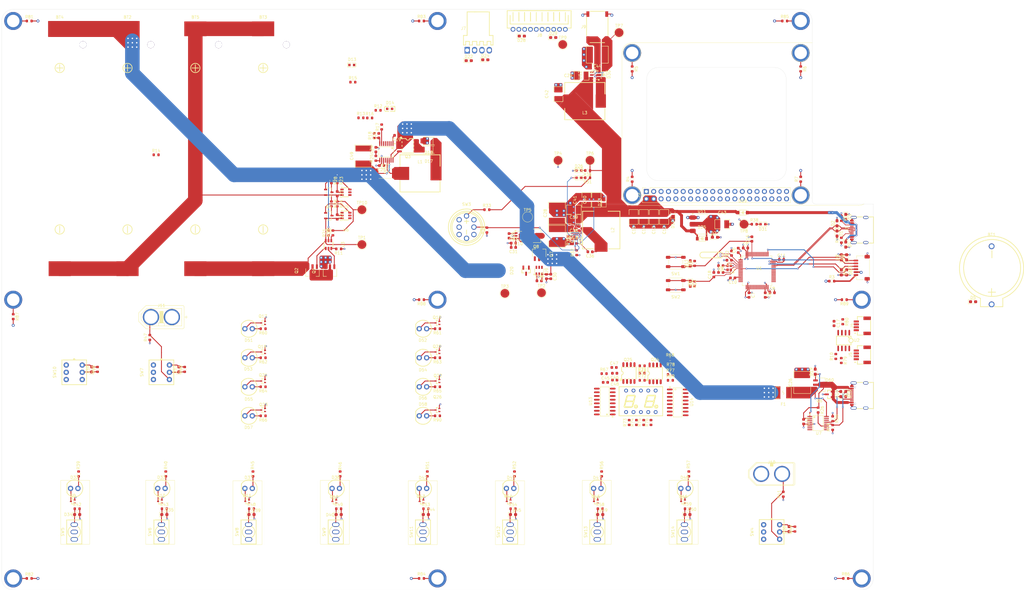
<source format=kicad_pcb>
(kicad_pcb (version 20241229) (generator "pcbnew") (generator_version "9.0")
  (layers (0 "F.Cu" signal) (4 "In1.Cu" mixed) (6 "In2.Cu" mixed) (2 "B.Cu" signal) (13 "F.Paste" user) (15 "B.Paste" user) (5 "F.SilkS" user "F.Silkscreen") (7 "B.SilkS" user "B.Silkscreen") (1 "F.Mask" user) (3 "B.Mask" user) (25 "Edge.Cuts" user))
  (net 0 "")
  (net 1 "GND")
  (net 2 "Net-(D5-A1)")
  (net 3 "/Power/VBAT")
  (net 4 "Net-(BT2--)")
  (net 5 "/Power/BAT-")
  (net 6 "Net-(U1-PH1)")
  (net 7 "Net-(U1-PC14)")
  (net 8 "Net-(U1-PH0)")
  (net 9 "Net-(U1-PC15)")
  (net 10 "Net-(U1-VCAP)")
  (net 11 "+3V3")
  (net 12 "+5V")
  (net 13 "/BOOT0")
  (net 14 "NRST")
  (net 15 "Net-(U4-VG)")
  (net 16 "/Power/VBUS")
  (net 17 "Net-(U4-COM1)")
  (net 18 "Net-(U5-VDD)")
  (net 19 "Net-(U6-VDD)")
  (net 20 "Net-(Q6-D)")
  (net 21 "Net-(C24-Pad1)")
  (net 22 "Net-(U4-COM3)")
  (net 23 "Net-(Q6-S)")
  (net 24 "/Power/VPWR")
  (net 25 "Net-(U8-BS)")
  (net 26 "Net-(U8-LX)")
  (net 27 "Net-(U8-VCC)")
  (net 28 "Net-(D30-K)")
  (net 29 "/USB_D_N")
  (net 30 "VBUS_DEV")
  (net 31 "/SWCLK")
  (net 32 "/SWDIO")
  (net 33 "Net-(D13-A)")
  (net 34 "Net-(D13-K)")
  (net 35 "Net-(D14-A)")
  (net 36 "Net-(D14-K)")
  (net 37 "Net-(D15-A1)")
  (net 38 "Net-(D16-A1)")
  (net 39 "Net-(D17-A)")
  (net 40 "Net-(D17-K)")
  (net 41 "Net-(D19-A1)")
  (net 42 "Net-(D21-A)")
  (net 43 "Net-(D21-K)")
  (net 44 "FAN_PWM")
  (net 45 "Net-(D26-A)")
  (net 46 "Net-(D29-A1)")
  (net 47 "Net-(D30-A)")
  (net 48 "Net-(D31-A)")
  (net 49 "Net-(D32-K)")
  (net 50 "Net-(D32-A)")
  (net 51 "Net-(D33-K)")
  (net 52 "Net-(D33-A)")
  (net 53 "TGL0")
  (net 54 "TGL4")
  (net 55 "CMD_SEND")
  (net 56 "Net-(D37-K)")
  (net 57 "Net-(D37-A)")
  (net 58 "Net-(D38-A)")
  (net 59 "Net-(D38-K)")
  (net 60 "TGL1")
  (net 61 "TGL5")
  (net 62 "LAUNCH")
  (net 63 "Net-(D42-K)")
  (net 64 "Net-(D42-A)")
  (net 65 "Net-(D43-K)")
  (net 66 "Net-(D43-A)")
  (net 67 "TGL2")
  (net 68 "TGL6")
  (net 69 "AUX_BTN")
  (net 70 "Net-(D47-A)")
  (net 71 "Net-(D47-K)")
  (net 72 "Net-(D48-K)")
  (net 73 "Net-(D48-A)")
  (net 74 "TGL3")
  (net 75 "TGL7")
  (net 76 "Net-(D51-A)")
  (net 77 "Net-(D51-K)")
  (net 78 "Net-(D52-K)")
  (net 79 "Net-(D52-A)")
  (net 80 "Net-(D53-A)")
  (net 81 "Net-(D53-K)")
  (net 82 "Net-(D54-K)")
  (net 83 "Net-(D54-A)")
  (net 84 "Net-(D55-A)")
  (net 85 "Net-(D55-K)")
  (net 86 "Net-(D56-A)")
  (net 87 "Net-(D56-K)")
  (net 88 "Net-(D57-K)")
  (net 89 "Net-(D57-A)")
  (net 90 "Net-(DS1-B)")
  (net 91 "Net-(DS1-G)")
  (net 92 "Net-(DS1-DIG2)")
  (net 93 "Net-(DS1-F)")
  (net 94 "Net-(DS1-DIG1)")
  (net 95 "Net-(DS1-D)")
  (net 96 "Net-(DS1-C)")
  (net 97 "Net-(DS1-DP)")
  (net 98 "Net-(DS1-A)")
  (net 99 "Net-(DS1-E)")
  (net 100 "Net-(H1-Pad1)")
  (net 101 "Net-(H2-Pad1)")
  (net 102 "Net-(H3-Pad1)")
  (net 103 "Net-(H4-Pad1)")
  (net 104 "Net-(J1-CC2)")
  (net 107 "Net-(J1-CC1)")
  (net 108 "Net-(J2-Pin_1)")
  (net 139 "/CANH")
  (net 140 "/CANL")
  (net 141 "Net-(J4-Pad1)")
  (net 142 "Net-(J5-Pad1)")
  (net 151 "Net-(J8-Pad5)")
  (net 152 "Net-(U12-FB)")
  (net 153 "CMD_ARMD")
  (net 154 "LAUNCH_ARMD")
  (net 155 "Net-(U4-CSP)")
  (net 156 "Net-(Q1-D)")
  (net 157 "Net-(Q1-G)")
  (net 158 "Net-(Q2-G)")
  (net 159 "Net-(Q3-G)")
  (net 160 "Net-(Q4-D)")
  (net 161 "Net-(Q4-G)")
  (net 162 "Net-(Q5-G)")
  (net 163 "Net-(Q5-D)")
  (net 164 "Net-(Q7-G)")
  (net 165 "Net-(Q8-G)")
  (net 166 "TGL0_LED")
  (net 167 "TGL4_LED")
  (net 168 "TGL1_LED")
  (net 169 "TGL5_LED")
  (net 170 "TGL2_LED")
  (net 171 "TGL6_LED")
  (net 172 "TGL3_LED")
  (net 173 "TGL7_LED")
  (net 174 "LAUNCH_ARMD_LED")
  (net 175 "CON_STS_LPD")
  (net 176 "CMD_ARMD_LED")
  (net 177 "LAUNCHED_LED")
  (net 178 "FAULT_LED")
  (net 179 "CON_STS_RKT")
  (net 180 "Net-(Q24-G)")
  (net 181 "Net-(Q25-G)")
  (net 182 "Net-(R13-Pad2)")
  (net 183 "Net-(R13-Pad1)")
  (net 184 "Net-(U4-TEMP)")
  (net 185 "Net-(U4-EOC)")
  (net 186 "Net-(U3-VDD)")
  (net 187 "Net-(U3-VC)")
  (net 188 "Net-(U4-COM2)")
  (net 189 "Net-(U7-SEL)")
  (net 190 "Net-(U8-EN)")
  (net 191 "Net-(U8-ILMT)")
  (net 192 "Net-(SW3-+)")
  (net 193 "Net-(U8-FB)")
  (net 194 "7SEG_DIG2")
  (net 195 "7SEG_DIG1")
  (net 196 "Net-(U13-QA)")
  (net 197 "Net-(U13-QB)")
  (net 198 "Net-(U13-QC)")
  (net 199 "Net-(U13-QD)")
  (net 200 "Net-(U13-QE)")
  (net 201 "Net-(U13-QF)")
  (net 202 "Net-(U13-QG)")
  (net 203 "Net-(U13-QH)")
  (net 205 "Net-(SW3--)")
  (net 215 "/USB_D_P")
  (net 217 "/CAN_TX")
  (net 221 "/CAN_RX")
  (net 223 "7SEG_DA")
  (net 224 "7SEG_STCLK")
  (net 225 "7SEG_SHCLK")
  (net 228 "Net-(U3-CS)")
  (net 245 "Net-(U13-SER)")
  (net 247 "Net-(U9-VCAP)")
  (net 248 "Net-(U10-VCAP)")
  (net 249 "Net-(H5-Pad1)")
  (net 250 "Net-(H6-Pad1)")
  (net 251 "Net-(H7-Pad1)")
  (net 252 "Net-(H8-Pad1)")
  (net 253 "Net-(H9-Pad1)")
  (net 254 "Net-(H10-Pad1)")
  (net 255 "Net-(H11-Pad1)")
  (net 256 "Net-(H12-Pad1)")
  (net 257 "Net-(H13-Pad1)")
  (net 258 "Net-(D58-K)")
  (net 259 "Net-(D58-A)")
  (net 260 "AUX1_LED")
  (net 261 "AUX2_LED")
  (footprint "Capacitor_SMD:C_0603_1608Metric" (layer "F.Cu") (at 232.973 147.336 180)
    (property "Reference" "C46")
    (property "Value" "2u2")
  )
  (footprint "Capacitor_SMD:C_0603_1608Metric" (layer "F.Cu") (at 209.5 114 90)
    (property "Reference" "C32")
    (property "Value" "100n")
  )
  (footprint "EasyEDA:CRYSTAL-SMD_4P-L2.0-W1.6-BL_HUAXIN_CN4" (layer "F.Cu") (at 272.4 111 90)
    (property "Reference" "Y1")
    (property "Value" "48MHz")
  )
  (footprint "Resistor_SMD:R_0603_1608Metric" (layer "F.Cu") (at 172 162 180)
    (property "Reference" "R90")
    (property "Value" "220")
  )
  (footprint "EasyEDA:SMTSO25" (layer "F.Cu") (at 239 86)
    (property "Reference" "H1")
    (property "Value" "M2.5 12mm")
  )
  (footprint "EasyEDA:LED-TH_BD5.9-P2.54-RD_GREEN" (layer "F.Cu") (at 47 187)
    (property "Reference" "D32")
    (property "Value" "Green")
  )
  (footprint "Resistor_SMD:R_0603_1608Metric" (layer "F.Cu") (at 138.5 182 -90)
    (property "Reference" "R46")
    (property "Value" "120")
  )
  (footprint "EasyEDA:SOT-416_L1.6-W0.8-P1.00-LS1.6-BR" (layer "F.Cu") (at 172 150)
    (property "Reference" "Q22")
    (property "Value" "NPN")
  )
  (footprint "Capacitor_SMD:C_0603_1608Metric" (layer "F.Cu") (at 284.8 120.4 -90)
    (property "Reference" "C5")
    (property "Value" "4u7")
  )
  (footprint "Capacitor_SMD:C_0603_1608Metric" (layer "F.Cu") (at 207 115.5)
    (property "Reference" "C34")
    (property "Value" "100n")
  )
  (footprint "Resistor_SMD:R_0603_1608Metric" (layer "F.Cu") (at 48 194)
    (property "Reference" "R42")
    (property "Value" "10k")
  )
  (footprint "EasyEDA:SMTSO25" (layer "F.Cu") (at 318 218)
    (property "Reference" "H10")
    (property "Value" "M2.5 12mm")
  )
  (footprint "Diode_SMD:D_0603_1608Metric_Pad1.05x0.95mm_HandSolder" (layer "F.Cu") (at 258 196)
    (property "Reference" "D50")
    (property "Value" "0603ESDA-05N")
  )
  (footprint "Resistor_SMD:R_0603_1608Metric" (layer "F.Cu") (at 138 104.5 180)
    (property "Reference" "R11")
    (property "Value" "2k2")
  )
  (footprint "Capacitor_SMD:C_0603_1608Metric" (layer "F.Cu") (at 272.4 108.4 180)
    (property "Reference" "C4")
    (property "Value" "25p")
  )
  (footprint "Diode_SMD:D_0603_1608Metric_Pad1.05x0.95mm_HandSolder" (layer "F.Cu") (at 302 146.8 90)
    (property "Reference" "D19")
    (property "Value" "0603ESDA-05N")
  )
  (footprint "Resistor_SMD:R_0603_1608Metric" (layer "F.Cu") (at 152.8 62.5 90)
    (property "Reference" "R17")
    (property "Value" "0")
  )
  (footprint "Diode_SMD:D_0603_1608Metric_Pad1.05x0.95mm_HandSolder" (layer "F.Cu") (at 198 196)
    (property "Reference" "D45")
    (property "Value" "0603ESDA-05N")
  )
  (footprint "EasyEDA:C2220" (layer "F.Cu") (at 227 37.6 180)
    (property "Reference" "C44")
    (property "Value" "22u")
  )
  (footprint "Resistor_SMD:R_0603_1608Metric" (layer "F.Cu") (at 189 98 90)
    (property "Reference" "R30")
    (property "Value" "10k")
  )
  (footprint "Diode_SMD:D_0603_1608Metric_Pad1.05x0.95mm_HandSolder" (layer "F.Cu") (at 259 109.5 90)
    (property "Reference" "D11")
    (property "Value" "0603ESDA-05N")
  )
  (footprint "Capacitor_SMD:C_0603_1608Metric" (layer "F.Cu") (at 290.4 108.2)
    (property "Reference" "C11")
    (property "Value" "100n")
  )
  (footprint "Resistor_SMD:R_0603_1608Metric" (layer "F.Cu") (at 311 101.5 90)
    (property "Reference" "R1")
    (property "Value" "5k1")
  )
  (footprint "EasyEDA:SOT-416_L1.6-W0.8-P1.00-LS1.6-BR" (layer "F.Cu") (at 106.5 191.4626)
    (property "Reference" "Q11")
    (property "Value" "NPN")
  )
  (footprint "EasyEDA:LED-TH_BD5.9-P2.54-RD_GREEN" (layer "F.Cu") (at 167 187)
    (property "Reference" "D42")
    (property "Value" "Green")
  )
  (footprint "Diode_SMD:D_0603_1608Metric_Pad1.05x0.95mm_HandSolder" (layer "F.Cu") (at 312.5 154.5 -90)
    (property "Reference" "D15")
    (property "Value" "0603ESDA-05N")
  )
  (footprint "Resistor_SMD:R_0603_1608Metric" (layer "F.Cu") (at 138 194)
    (property "Reference" "R49")
    (property "Value" "10k")
  )
  (footprint "EasyEDA:C2220" (layer "F.Cu") (at 297.5 150.5 90)
    (property "Reference" "C26")
    (property "Value" "22u")
  )
  (footprint "Resistor_SMD:R_0603_1608Metric" (layer "F.Cu") (at 219.9 101.8 -90)
    (property "Reference" "R34")
    (property "Value" "100k")
  )
  (footprint "EasyEDA:SOT-416_L1.6-W0.8-P1.00-LS1.6-BR" (layer "F.Cu") (at 136.5 191.5)
    (property "Reference" "Q12")
    (property "Value" "NPN")
  )
  (footprint "EasyEDA:LED-TH_BD5.9-P2.54-RD_GREEN" (layer "F.Cu") (at 167 162)
    (property "Reference" "D58")
    (property "Value" "Green")
  )
  (footprint "TestPoint:TestPoint_Pad_D3.0mm" (layer "F.Cu") (at 224.5 74)
    (property "Reference" "TP6")
    (property "Value" "TestPoint")
  )
  (footprint "EasyEDA:SOD-123FL_L2.8-W1.8-LS3.8-RD" (layer "F.Cu") (at 229.2 44.4 -90)
    (property "Reference" "D30")
    (property "Value" "PSBD1DF40V2L")
  )
  (footprint "TestPoint:TestPoint_Pad_D3.0mm" (layer "F.Cu") (at 146 103)
    (property "Reference" "TP1")
    (property "Value" "TestPoint")
  )
  (footprint "EasyEDA:SW-TH_K6-6136D-L1-04" (layer "F.Cu") (at 182 97)
    (property "Reference" "SW3")
    (property "Value" "K6-6136D-L1-04")
  )
  (footprint "EasyEDA:SW-TH_3P-L8.3-W5.2-P2.54_ST-0-102-A01-T000" (layer "F.Cu") (at 77 202 90)
    (property "Reference" "SW6")
    (property "Value" "ST-0-102-A01-T000-LF+PJ")
  )
  (footprint "EasyEDA:SOT-23-6_L2.9-W1.6-P0.95-LS2.8-BL" (layer "F.Cu") (at 226.2 44.6 90)
    (property "Reference" "U12")
    (property "Value" "RY3730")
  )
  (footprint "Capacitor_SMD:C_0603_1608Metric" (layer "F.Cu") (at 275.5 105 90)
    (property "Reference" "C6")
    (property "Value" "100n")
  )
  (footprint "Resistor_SMD:R_0603_1608Metric" (layer "F.Cu") (at 309.074 141.543 90)
    (property "Reference" "R10")
    (property "Value" "120")
  )
  (footprint "EasyEDA:SOT-416_L1.6-W0.8-P1.00-LS1.6-BR" (layer "F.Cu") (at 112 130)
    (property "Reference" "Q17")
    (property "Value" "NPN")
  )
  (footprint "Resistor_SMD:R_0603_1608Metric" (layer "F.Cu") (at 134.5 99 90)
    (property "Reference" "R21")
    (property "Value" "390")
  )
  (footprint "Connector_JST:JST_SH_SM06B-SRSS-TB_1x06-1MP_P1.00mm_Horizontal" (layer "F.Cu") (at 318 111 90)
    (property "Reference" "J2")
    (property "Value" "JST SR")
  )
  (footprint "Capacitor_SMD:C_0603_1608Metric" (layer "F.Cu") (at 216.9 101 -90)
    (property "Reference" "C37")
    (property "Value" "2u2")
  )
  (footprint "EasyEDA:SOT-89-3_L4.5-W2.5-P1.50-LS4.2-BR" (layer "F.Cu") (at 135 112 90)
    (property "Reference" "Q1")
    (property "Value" "TM10N06SI")
  )
  (footprint "Resistor_SMD:R_0603_1608Metric" (layer "F.Cu") (at 219.9 105.8 90)
    (property "Reference" "R32")
    (property "Value" "100k")
  )
  (footprint "EasyEDA:C2220" (layer "F.Cu") (at 213.1 92.2 90)
    (property "Reference" "C28")
    (property "Value" "22u")
  )
  (footprint "EasyEDA:SMTSO25" (layer "F.Cu") (at 172 122)
    (property "Reference" "H12")
    (property "Value" "M2.5 12mm")
  )
  (footprint "Diode_SMD:D_0603_1608Metric_Pad1.05x0.95mm_HandSolder" (layer "F.Cu") (at 211.825 31.7)
    (property "Reference" "D29")
    (property "Value" "0603ESDA-05N")
  )
  (footprint "EasyEDA:C1210" (layer "F.Cu") (at 226.7 87.6 90)
    (property "Reference" "C40")
    (property "Value" "22u")
  )
  (footprint "EasyEDA:C1210" (layer "F.Cu") (at 243 93.5 -90)
    (property "Reference" "C14")
    (property "Value" "22u")
  )
  (footprint "EasyEDA:SOT-23-3_L3.0-W1.7-P0.95-LS2.9-BR" (layer "F.Cu") (at 134.6 93.05 180)
    (property "Reference" "Q5")
    (property "Value" "L2N7002SLLT1G")
  )
  (footprint "EasyEDA:SMTSO25" (layer "F.Cu") (at 172 26)
    (property "Reference" "H7")
    (property "Value" "M2.5 12mm")
  )
  (footprint "Resistor_SMD:R_0603_1608Metric" (layer "F.Cu") (at 303 160 -90)
    (property "Reference" "R26")
    (property "Value" "10k")
  )
  (footprint "EasyEDA:C1210" (layer "F.Cu") (at 213.6 51.2 90)
    (property "Reference" "C42")
    (property "Value" "22u")
  )
  (footprint "Button_Switch_SMD:SW_SPST_PTS647_Sx38" (layer "F.Cu") (at 254 109 180)
    (property "Reference" "SW1")
    (property "Value" "SW_SPST")
  )
  (footprint "Resistor_SMD:R_0603_1608Metric" (layer "F.Cu") (at 78.5 182 -90)
    (property "Reference" "R40")
    (property "Value" "120")
  )
  (footprint "Resistor_SMD:R_0603_1608Metric" (layer "F.Cu") (at 112 162 180)
    (property "Reference" "R66")
    (property "Value" "120")
  )
  (footprint "Resistor_SMD:R_0603_1608Metric" (layer "F.Cu") (at 73 135 90)
    (property "Reference" "R47")
    (property "Value" "10k")
  )
  (footprint "EasyEDA:SMTSO25" (layer "F.Cu") (at 297 26)
    (property "Reference" "H9")
    (property "Value" "M2.5 12mm")
  )
  (footprint "EasyEDA:SMTSO25" (layer "F.Cu") (at 26 26)
    (property "Reference" "H5")
    (property "Value" "M2.5 12mm")
  )
  (footprint "EasyEDA:SW-TH_3P-L8.3-W5.2-P2.54_ST-0-102-A01-T000" (layer "F.Cu") (at 137 202 90)
    (property "Reference" "SW9")
    (property "Value" "ST-0-102-A01-T000-LF+PJ")
  )
  (footprint "Resistor_SMD:R_0603_1608Metric" (layer "F.Cu") (at 311.474 129.593 -90)
    (property "Reference" "R80")
    (property "Value" "0")
  )
  (footprint "EasyEDA:SOT-416_L1.6-W0.8-P1.00-LS1.6-BR" (layer "F.Cu") (at 172 130)
    (property "Reference" "Q18")
    (property "Value" "NPN")
  )
  (footprint "EasyEDA:IND-SMD_L13.5-W12.8" (layer "F.Cu") (at 228.3 98 -90)
    (property "Reference" "L2")
    (property "Value" "2u2")
  )
  (footprint "EasyEDA:SOT-23-6_L2.9-W1.6-P0.95-LS2.8-BR" (layer "F.Cu") (at 140.5 93 180)
    (property "Reference" "U6")
    (property "Value" "HY2213-BB3A")
  )
  (footprint "Resistor_SMD:R_0603_1608Metric" (layer "F.Cu") (at 312 122 180)
    (property "Reference" "R89")
    (property "Value" "10k")
  )
  (footprint "EasyEDA:SOT-23-6_L2.9-W1.6-P0.95-LS2.8-BL" (layer "F.Cu") (at 207 112)
    (property "Reference" "U9")
    (property "Value" "LM74700QDBVRQ1")
  )
  (footprint "Capacitor_SMD:C_0603_1608Metric" (layer "F.Cu") (at 279.2 120.4 -90)
    (property "Reference" "C7")
    (property "Value" "100n")
  )
  (footprint "Resistor_SMD:R_0603_1608Metric" (layer "F.Cu") (at 295 201 90)
    (property "Reference" "R44")
    (property "Value" "10k")
  )
  (footprint "Button_Switch_SMD:SW_SPST_PTS647_Sx38" (layer "F.Cu") (at 254 117 180)
    (property "Reference" "SW2")
    (property "Value" "SW_SPST")
  )
  (footprint "Resistor_SMD:R_0603_1608Metric" (layer "F.Cu") (at 297 80.5 90)
    (property "Reference" "R7")
    (property "Value" "10k")
  )
  (footprint "EasyEDA:SOT-416_L1.6-W0.8-P1.00-LS1.6-BR" (layer "F.Cu") (at 46.5 191.5)
    (property "Reference" "Q9")
    (property "Value" "NPN")
  )
  (footprint "Resistor_SMD:R_0603_1608Metric" (layer "F.Cu") (at 26 127.825 -90)
    (property "Reference" "R87")
    (property "Value" "10k")
  )
  (footprint "EasyEDA:SOD-123FL_L2.8-W1.8-LS3.8-RD" (layer "F.Cu") (at 277 92)
    (property "Reference" "D59")
    (property "Value" "PSBD1DF40V2L")
  )
  (footprint "Package_TO_SOT_SMD:SOT-223-3_TabPin2" (layer "F.Cu") (at 263 96)
    (property "Reference" "U11")
    (property "Value" "AMS1117-3.3")
  )
  (footprint "Resistor_SMD:R_0603_1608Metric" (layer "F.Cu") (at 245.474 164.293 90)
    (property "Reference" "R76")
    (property "Value" "220")
  )
  (footprint "EasyEDA:SOIC-16_L9.9-W3.9-P1.27-LS6.0-BL" (layer "F.Cu") (at 254.674 157.368 -90)
    (property "Reference" "U14")
    (property "Value" "74HC595")
  )
  (footprint "EasyEDA:SOT-23-3_L3.0-W1.7-P0.95-LS2.9-BR" (layer "F.Cu") (at 134.6 85 180)
    (property "Reference" "Q4")
    (property "Value" "L2N7002SLLT1G")
  )
  (footprint "EasyEDA:SOT-416_L1.6-W0.8-P1.00-LS1.6-BR" (layer "F.Cu") (at 76.5 191.5)
    (property "Reference" "Q10")
    (property "Value" "NPN")
  )
  (footprint "EasyEDA:SOD-128_L3.7-W2.5-LS4.7-RD" (layer "F.Cu") (at 169 70.3 180)
    (property "Reference" "D17")
    (property "Value" "PMEG3050EP")
  )
  (footprint "EasyEDA:SOIC-16_L9.9-W3.9-P1.27-LS6.0-BL" (layer "F.Cu") (at 229.574 157.0655 90)
    (property "Reference" "U13")
    (property "Value" "74HC595")
  )
  (footprint "EasyEDA:SOT-416_L1.6-W0.8-P1.00-LS1.6-BR" (layer "F.Cu") (at 256.5 191.5)
    (property "Reference" "Q16")
    (property "Value" "NPN")
  )
  (footprint "Resistor_SMD:R_0603_1608Metric" (layer "F.Cu") (at 137.5 89 -90)
    (property "Reference" "R24")
    (property "Value" "100")
  )
  (footprint "Capacitor_SMD:C_0603_1608Metric" (layer "F.Cu") (at 269.5 112.6)
    (property "Reference" "C1")
    (property "Value" "18p")
  )
  (footprint "Capacitor_SMD:C_0603_1608Metric" (layer "F.Cu") (at 232.999 149.668 180)
    (property "Reference" "C48")
    (property "Value" "2u2")
  )
  (footprint "EasyEDA:SW-TH_3P-L8.3-W5.2-P2.54_ST-0-102-A01-T000" (layer "F.Cu") (at 107 202 90)
    (property "Reference" "SW8")
    (property "Value" "ST-0-102-A01-T000-LF+PJ")
  )
  (footprint "EasyEDA:C1210" (layer "F.Cu") (at 246.5 93.5 -90)
    (property "Reference" "C13")
    (property "Value" "22u")
  )
  (footprint "Resistor_SMD:R_0603_1608Metric" (layer "F.Cu") (at 166.5 122 180)
    (property "Reference" "R88")
    (property "Value" "10k")
  )
  (footprint "Resistor_SMD:R_0603_1608Metric" (layer "F.Cu") (at 150.2 65.5 90)
    (property "Reference" "R18")
    (property "Value" "1M")
  )
  (footprint "EasyEDA:SOT-89-3_L4.5-W2.5-P1.50-LS4.2-BR" (layer "F.Cu") (at 205.64 100 180)
    (property "Reference" "Q8")
    (property "Value" "TM10N06SI")
  )
  (footprint "EasyEDA:SOT-416_L1.6-W0.8-P1.00-LS1.6-BR" (layer "F.Cu") (at 166.5 191.5)
    (property "Reference" "Q13")
    (property "Value" "NPN")
  )
  (footprint "EasyEDA:LED-SEG-TH_10P-L15.0-W10.0-P2.54-S7.40-BL" (layer "F.Cu") (at 242 157)
    (property "Reference" "DS1")
    (property "Value" "SN430281N")
  )
  (footprint "Resistor_SMD:R_0603_1608Metric" (layer "F.Cu") (at 223.675 80 180)
    (property "Reference" "R31")
    (property "Value" "560")
  )
  (footprint "EasyEDA:SOT-89-3_L4.5-W2.5-P1.50-LS4.2-BR" (layer "F.Cu") (at 129 112 90)
    (property "Reference" "Q2")
    (property "Value" "TM10N06SI")
  )
  (footprint "TestPoint:TestPoint_Pad_D3.0mm" (layer "F.Cu") (at 213.5 74)
    (property "Reference" "TP4")
    (property "Value" "TestPoint")
  )
  (footprint "Resistor_SMD:R_0603_1608Metric" (layer "F.Cu") (at 260.5 109.5 90)
    (property "Reference" "R8")
    (property "Value" "10k")
  )
  (footprint "EasyEDA:SMTSO25" (layer "F.Cu") (at 26 122)
    (property "Reference" "H11")
    (property "Value" "M2.5 12mm")
  )
  (footprint "Diode_SMD:D_0603_1608Metric_Pad1.05x0.95mm_HandSolder" (layer "F.Cu") (at 293 201 90)
    (property "Reference" "D36")
    (property "Value" "0603ESDA-05N")
  )
  (footprint "Resistor_SMD:R_0603_1608Metric" (layer "F.Cu") (at 242.974 164.293 90)
    (property "Reference" "R75")
    (property "Value" "220")
  )
  (footprint "Resistor_SMD:R_0603_1608Metric" (layer "F.Cu") (at 242.449 144.768 180)
    (property "Reference" "R70")
    (property "Value" "220")
  )
  (footprint "Diode_SMD:D_0603_1608Metric_Pad1.05x0.95mm_HandSolder" (layer "F.Cu") (at 48 196)
    (property "Reference" "D34")
    (property "Value" "0603ESDA-05N")
  )
  (footprint "EasyEDA:LED-TH_BD5.9-P2.54-RD_GREEN" (layer "F.Cu") (at 107 142)
    (property "Reference" "D53")
    (property "Value" "Yellow")
  )
  (footprint "Resistor_SMD:R_0603_1608Metric" (layer "F.Cu") (at 31.5 26)
    (property "Reference" "R81")
    (property "Value" "10k")
  )
  (footprint "EasyEDA:SOT-416_L1.6-W0.8-P1.00-LS1.6-BR" (layer "F.Cu") (at 196.5 191.5)
    (property "Reference" "Q14")
    (property "Value" "NPN")
  )
  (footprint "Resistor_SMD:R_0603_1608Metric" (layer "F.Cu") (at 148.675 59.4)
    (property "Reference" "R16")
    (property "Value" "560")
  )
  (footprint "EasyEDA:LED-TH_BD5.9-P2.54-RD_GREEN" (layer "F.Cu") (at 107 132)
    (property "Reference" "D51")
    (property "Value" "Yellow")
  )
  (footprint "Capacitor_SMD:C_0603_1608Metric" (layer "F.Cu") (at 267.1 113.4 90)
    (property "Reference" "C18")
    (property "Value" "100p")
  )
  (footprint "Diode_SMD:D_0603_1608Metric_Pad1.05x0.95mm_HandSolder" (layer "F.Cu") (at 311 112.6 -90)
    (property "Reference" "D7")
    (property "Value" "0603ESDA-05N")
  )
  (footprint "Diode_SMD:D_0603_1608Metric_Pad1.05x0.95mm_HandSolder" (layer "F.Cu") (at 188.4575 39.3675)
    (property "Reference" "D24")
    (property "Value" "0603ESDA-05N")
  )
  (footprint "EasyEDA:SOIC-8_L5.0-W4.0-P1.27-LS6.0-BL" (layer "F.Cu") (at 311.809 136.068 180)
    (property "Reference" "U2")
    (property "Value" "SN65HVD232DR")
  )
  (footprint "EasyEDA:SW-TH_6P-L8.5-W8.5-P2.54-LS5.5" (layer "F.Cu") (at 287 202 90)
    (property "Reference" "SW4")
    (property "Value" "PB22E09071")
  )
  (footprint "EasyEDA:SOT-23-6_L2.9-W1.6-P0.95-LS2.8-BR" (layer "F.Cu") (at 134.5 103 -90)
    (property "Reference" "U3")
    (property "Value" "FM7021DB")
  )
  (footprint "Resistor_SMD:R_0603_1608Metric" (layer "F.Cu") (at 55 146 90)
    (property "Reference" "R55")
    (property "Value" "10k")
  )
  (footprint "Resistor_SMD:R_0603_1608Metric" (layer "F.Cu") (at 112 152 180)
    (property "Reference" "R64")
    (property "Value" "220")
  )
  (footprint "EasyEDA:SOT-23-6_L2.9-W1.6-P0.95-LS2.8-BL" (layer "F.Cu") (at 200.14 100 -90)
    (property "Reference" "U10")
    (property "Value" "LM74700QDBVRQ1")
  )
  (footprint "EasyEDA:LED0603-RD_RED" (layer "F.Cu") (at 220.675 80)
    (property "Reference" "D21")
    (property "Value" "Red")
  )
  (footprint "Capacitor_SMD:C_0603_1608Metric" (layer "F.Cu") (at 224.525 105.5 180)
    (property "Reference" "C36")
    (property "Value" "100n")
  )
  (footprint "Resistor_SMD:R_0603_1608Metric" (layer "F.Cu") (at 112 132 180)
    (property "Reference" "R60")
    (property "Value" "220")
  )
  (footprint "EasyEDA:SOT-416_L1.6-W0.8-P1.00-LS1.6-BR" (layer "F.Cu") (at 112 160)
    (property "Reference" "Q23")
    (property "Value" "NPN")
  )
  (footprint "Capacitor_SMD:C_0603_1608Metric" (layer "F.Cu") (at 232.773 145.336)
    (property "Reference" "C47")
    (property "Value" "100n")
  )
  (footprint "Diode_SMD:D_0603_1608Metric_Pad1.05x0.95mm_HandSolder" (layer "F.Cu") (at 267.5 100.5)
    (property "Reference" "D27")
    (property "Value" "0603ESDA-05N")
  )
  (footprint "EasyEDA:TSSOP-16_L5.0-W4.4-P0.65-LS6.4-BL" (layer "F.Cu") (at 154.4 71.1 180)
    (property "Reference" "U4")
    (property "Value" "CN3702")
  )
  (footprint "Capacitor_SMD:C_0603_1608Metric" (layer "F.Cu") (at 273.6 114.5 180)
    (property "Reference" "C10")
    (property "Value" "100n")
  )
  (footprint "Resistor_SMD:R_0603_1608Metric" (layer "F.Cu") (at 242.449 147.268)
    (property "Reference" "R71")
    (property "Value" "220")
  )
  (footprint "Diode_SMD:D_0603_1608Metric_Pad1.05x0.95mm_HandSolder" (layer "F.Cu") (at 83 146 90)
    (property "Reference" "D41")
    (property "Value" "0603ESDA-05N")
  )
  (footprint "EasyEDA:LED-TH_BD5.9-P2.54-RD_GREEN" (layer "F.Cu") (at 107 187)
    (property "Reference" "D37")
    (property "Value" "Green")
  )
  (footprint "Resistor_SMD:R_0603_1608Metric" (layer "F.Cu") (at 312.5 218 180)
    (property "Reference" "R86")
    (property "Value" "10k")
  )
  (footprint "Diode_SMD:D_0603_1608Metric_Pad1.05x0.95mm_HandSolder" (layer "F.Cu") (at 312.5 93.5 -90)
    (property "Reference" "D3")
    (property "Value" "0603ESDA-05N")
  )
  (footprint "EasyEDA:USB-C-SMD_G-SWITCH_GT-USB-7010ASV" (layer "F.Cu") (at 317 98 90)
    (property "Reference" "J1")
    (property "Value" "GT-USB-7010ASV")
  )
  (footprint "Capacitor_SMD:C_0603_1608Metric" (layer "F.Cu") (at 229.799 150.468)
    (property "Reference" "C45")
    (property "Value" "100n")
  )
  (footprint "Resistor_SMD:R_0603_1608Metric" (layer "F.Cu") (at 136 99 90)
    (property "Reference" "R22")
    (property "Value" "390")
  )
  (footprint "Diode_SMD:D_0603_1608Metric_Pad1.05x0.95mm_HandSolder" (layer "F.Cu") (at 309.5 95.7 90)
    (property "Reference" "D2")
    (property "Value" "0603ESDA-05N")
  )
  (footprint "Diode_SMD:D_0603_1608Metric_Pad1.05x0.95mm_HandSolder" (layer "F.Cu") (at 138 196)
    (property "Reference" "D40")
    (property "Value" "0603ESDA-05N")
  )
  (footprint "EasyEDA:SMTSO25" (layer "F.Cu") (at 297 37)
    (property "Reference" "H3")
    (property "Value" "M2.5 12mm")
  )
  (footprint "EasyEDA:SW-TH_3P-L8.3-W5.2-P2.54_ST-0-102-A01-T000" (layer "F.Cu") (at 167 202 90)
    (property "Reference" "SW11")
    (property "Value" "ST-0-102-A01-T000-LF+PJ")
  )
  (footprint "EasyEDA:SOT-89-3_L4.5-W2.5-P1.50-LS4.2-BR" (layer "F.Cu") (at 303.46 151.3 180)
    (property "Reference" "Q6")
    (property "Value" "TM10N06SI")
  )
  (footprint "EasyEDA:CONN-SMD_AFC10-S04QCA-00" (layer "F.Cu") (at 318 141 90)
    (property "Reference" "J5")
    (property "Value" "JST SH")
  )
  (footprint "Resistor_SMD:R_0603_1608Metric" (layer "F.Cu") (at 166.5 218 180)
    (property "Reference" "R84")
    (property "Value" "10k")
  )
  (footprint "EasyEDA:C1210" (layer "F.Cu") (at 270 96)
    (property "Reference" "C43")
    (property "Value" "22u")
  )
  (footprint "Capacitor_SMD:C_0603_1608Metric" (layer "F.Cu") (at 137.5 93.5 -90)
    (property "Reference" "C22")
    (property "Value" "100n")
  )
  (footprint "EasyEDA:LED-TH_BD5.9-P2.54-RD_GREEN" (layer "F.Cu") (at 257.0314 187)
    (property "Reference" "D48")
    (property "Value" "Green")
  )
  (footprint "EasyEDA:C1210" (layer "F.Cu") (at 239.5 93.5 -90)
    (property "Reference" "C15")
    (property "Value" "22u")
  )
  (footprint "EasyEDA:BATTERY-SMD_18650-1S-L77.1-W20.7-1" (layer "F.Cu") (at 88.666667 70)
    (property "Reference" "BT5")
    (property "Value" "BH-18650-B1BA002")
  )
  (footprint "Resistor_SMD:R_0603_1608Metric" (layer "F.Cu") (at 252.149 149.768)
    (property "Reference" "R69")
    (property "Value" "220")
  )
  (footprint "Capacitor_SMD:C_0603_1608Metric" (layer "F.Cu") (at 198.14 102.5)
    (property "Reference" "C33")
    (property "Value" "100n")
  )
  (footprint "EasyEDA:BATTERY-SMD_18650-1S-L77.1-W20.7-1" (layer "F.Cu") (at 42 70)
    (property "Reference" "BT4")
    (property "Value" "BH-18650-B1BA002")
  )
  (footprint "Capacitor_SMD:C_0603_1608Metric" (layer "F.Cu") (at 137.5 85.5 -90)
    (property "Reference" "C21")
    (property "Value" "100n")
  )
  (footprint "EasyEDA:CONN-TH_PHD2-4P-2.54" (layer "F.Cu") (at 186.0325 36.0675 180)
    (property "Reference" "J7")
    (property "Value" "A2543WR-4P-2")
  )
  (footprint "Package_QFP:LQFP-64_10x10mm_P0.5mm" (layer "F.Cu") (at 282 112)
    (property "Reference" "U1")
    (property "Value" "STM32U575RGTx")
  )
  (footprint "EasyEDA:CONN-TH_XT60PB-F.G.Y" (layer "F.Cu") (at 77 128)
    (property "Reference" "J11")
    (property "Value" "XT60PB-F.G.Y")
  )
  (footprint "Resistor_SMD:R_0603_1608Metric" (layer "F.Cu") (at 48.5 182 -90)
    (property "Reference" "R39")
    (property "Value" "120")
  )
  (footprint "EasyEDA:C1210" (layer "F.Cu") (at 250 93.5 -90)
    (property "Reference" "C12")
    (property "Value" "22u")
  )
  (footprint "EasyEDA:SOP-8_L5.0-W4.0-P1.27-LS6.2-BL" (layer "F.Cu") (at 237.874 147.268)
    (property "Reference" "Q25")
    (property "Value" "AO4459")
  )
  (footprint "EasyEDA:SMTSO25" (layer "F.Cu") (at 318 122)
    (property "Reference" "H13")
    (property "Value" "M2.5 12mm")
  )
  (footprint "Capacitor_SMD:C_0603_1608Metric" (layer "F.Cu") (at 196.64 100 -90)
    (property "Reference" "C35")
    (property "Value" "100n")
  )
  (footprint "TestPoint:TestPoint_Pad_D3.0mm" (layer "F.Cu") (at 234.5 30)
    (property "Reference" "TP7")
    (property "Value" "TestPoint")
  )
  (footprint "EasyEDA:IND-SMD_FCH1350-220M" (layer "F.Cu") (at 166 78.5)
    (property "Reference" "L1")
    (property "Value" "22u")
  )
  (footprint "Resistor_SMD:R_0603_1608Metric" (layer "F.Cu") (at 252.149 147.768)
    (property "Reference" "R77")
    (property "Value" "560")
  )
  (footprint "EasyEDA:SW-TH_3P-L8.3-W5.2-P2.54_ST-0-102-A01-T000" (layer "F.Cu") (at 257 202 90)
    (property "Reference" "SW14")
    (property "Value" "ST-0-102-A01-T000-LF+PJ")
  )
  (footprint "Capacitor_SMD:C_0603_1608Metric" (layer "F.Cu") (at 152.8 75.8 180)
    (property "Reference" "C25")
    (property "Value" "100n")
  )
  (footprint "EasyEDA:BATTERY-SMD_18650-1S-L77.1-W20.7-1" (layer "F.Cu") (at 112 70)
    (property "Reference" "BT3")
    (property "Value" "BH-18650-B1BA002")
  )
  (footprint "Resistor_SMD:R_0603_1608Metric" (layer "F.Cu") (at 145.65 59.36)
    (property "Reference" "R13")
    (property "Value" "390")
  )
  (footprint "Resistor_SMD:R_0603_1608Metric" (layer "F.Cu") (at 307.7 115.6)
    (property "Reference" "R3")
    (property "Value" "120")
  )
  (footprint "Diode_SMD:D_0603_1608Metric_Pad1.05x0.95mm_HandSolder" (layer "F.Cu") (at 309.5 99.2 -90)
    (property "Reference" "D1")
    (property "Value" "0603ESDA-05N")
  )
  (footprint "EasyEDA:LED-TH_BD5.9-P2.54-RD_GREEN" (layer "F.Cu") (at 107 162)
    (property "Reference" "D57")
    (property "Value" "Green")
  )
  (footprint "Resistor_SMD:R_0603_1608Metric" (layer "F.Cu") (at 229.349 147.468)
    (property "Reference" "R67")
    (property "Value" "100k")
  )
  (footprint "TestPoint:TestPoint_Pad_D3.0mm" (layer "F.Cu") (at 146 91)
    (property "Reference" "TP10")
    (property "Value" "TestPoint")
  )
  (footprint "Capacitor_SMD:C_0603_1608Metric" (layer "F.Cu") (at 287.2 119.6)
    (property "Reference" "C8")
    (property "Value" "100n")
  )
  (footprint "Resistor_SMD:R_0603_1608Metric" (layer "F.Cu") (at 311 94 -90)
    (property "Reference" "R2")
    (property "Value" "5k1")
  )
  (footprint "Diode_SMD:D_0603_1608Metric_Pad1.05x0.95mm_HandSolder" (layer "F.Cu") (at 53 146 90)
    (property "Reference" "D46")
    (property "Value" "0603ESDA-05N")
  )
  (footprint "Resistor_SMD:R_0603_1608Metric" (layer "F.Cu") (at 108 194)
    (property "Reference" "R48")
    (property "Value" "10k")
  )
  (footprint "EasyEDA:LED-TH_BD5.9-P2.54-RD_GREEN" (layer "F.Cu") (at 107 152)
    (property "Reference" "D55")
    (property "Value" "Red")
  )
  (footprint "EasyEDA:TO-236AB_L2.9-W1.3-P0.95-LS2.3-BR" (layer "F.Cu") (at 202.5 112 90)
    (property "Reference" "D20")
    (property "Value" "PESD2IVN24-TR")
  )
  (footprint "EasyEDA:LED-TH_BD5.9-P2.54-RD_GREEN" (layer "F.Cu") (at 77 187)
    (property "Reference" "D33")
    (property "Value" "Green")
  )
  (footprint "EasyEDA:SW-TH_6P-L8.5-W8.5-P2.54-LS5.5" (layer "F.Cu") (at 47 147 90)
    (property "Reference" "SW10")
    (property "Value" "PB22E09071")
  )
  (footprint "EasyEDA:CONN-TH_XT60PB-M" (layer "F.Cu") (at 287 182)
    (property "Reference" "J10")
    (property "Value" "XT60PB-M.G.Y")
  )
  (footprint "TestPoint:TestPoint_Pad_D3.0mm" (layer "F.Cu") (at 277.5 96 180)
    (property "Reference" "TP8")
    (property "Value" "TestPoint")
  )
  (footprint "Resistor_SMD:R_0603_1608Metric" (layer "F.Cu") (at 308 163 -90)
    (property "Reference" "R20")
    (property "Value" "5k1")
  )
  (footprint "Resistor_SMD:R_0603_1608Metric" (layer "F.Cu") (at 151.575 56.76)
    (property "Reference" "R12")
    (property "Value" "390")
  )
  (footprint "Resistor_SMD:R_0603_1608Metric" (layer "F.Cu") (at 297 42.5 -90)
    (property "Reference" "R6")
    (property "Value" "10k")
  )
  (footprint "Diode_SMD:D_0603_1608Metric_Pad1.05x0.95mm_HandSolder" (layer "F.Cu") (at 168 196)
    (property "Reference" "D44")
    (property "Value" "0603ESDA-05N")
  )
  (footprint "Resistor_SMD:R_0603_1608Metric" (layer "F.Cu") (at 172 132 180)
    (property "Reference" "R61")
    (property "Value" "120")
  )
  (footprint "EasyEDA:BATTERY-SMD_18650-1S-L77.1-W20.7-1" (layer "F.Cu") (at 65.333333 70)
    (property "Reference" "BT2")
    (property "Value" "BH-18650-B1BA002")
  )
  (footprint "Resistor_SMD:R_0603_1608Metric" (layer "F.Cu") (at 135.5 81 -90)
    (property "Reference" "R28")
    (property "Value" "39")
  )
  (footprint "Resistor_SMD:R_0603_1608Metric" (layer "F.Cu") (at 168 194)
    (property "Reference" "R53")
    (property "Value" "10k")
  )
  (footprint "Resistor_SMD:R_0603_1608Metric" (layer "F.Cu") (at 237.974 164.293 90)
    (property "Reference" "R73")
    (property "Value" "220")
  )
  (footprint "Resistor_SMD:R_0603_1608Metric" (layer "F.Cu") (at 78 194)
    (property "Reference" "R43")
    (property "Value" "10k")
  )
  (footprint "Diode_SMD:D_0603_1608Metric_Pad1.05x0.95mm_HandSolder" (layer "F.Cu") (at 311 107.4 90)
    (property "Reference" "D8")
    (property "Value" "0603ESDA-05N")
  )
  (footprint "Capacitor_SMD:C_0603_1608Metric" (layer "F.Cu") (at 298 164 -90)
    (property "Reference" "C23")
    (property "Value" "2u2")
  )
  (footprint "Capacitor_SMD:C_0603_1608Metric" (layer "F.Cu") (at 278 104.2)
    (property "Reference" "C9")
    (property "Value" "100n")
  )
  (footprint "Diode_SMD:D_0603_1608Metric_Pad1.05x0.95mm_HandSolder" (layer "F.Cu") (at 259 116.5 -90)
    (property "Reference" "D12")
    (property "Value" "0603ESDA-05N")
  )
  (footprint "EasyEDA:OSC-TH_BD1.9-P0.70" (layer "F.Cu") (at 269.4 106.6 -90)
    (property "Reference" "Y2")
    (property "Value" "32768Hz")
  )
  (footprint "Capacitor_SMD:C_0603_1608Metric" (layer "F.Cu") (at 198.14 104 180)
    (property "Reference" "C31")
    (property "Value" "2u2")
  )
  (footprint "EasyEDA:TSSOP-16_L5.0-W4.4-P0.65-LS6.4-BL" (layer "F.Cu") (at 303 164.5 -90)
    (property "Reference" "U7")
    (property "Value" "IP2721")
  )
  (footprint "EasyEDA:SMTSO25" (layer "F.Cu") (at 172 218)
    (property "Reference" "H8")
    (property "Value" "M2.5 12mm")
  )
  (footprint "TestPoint:TestPoint_Pad_D3.0mm" (layer "F.Cu") (at 203 93.5)
    (property "Reference" "TP5")
    (property "Value" "TestPoint")
  )
  (footprint "Diode_SMD:D_0603_1608Metric_Pad1.05x0.95mm_HandSolder" (layer "F.Cu") (at 228 196)
    (property "Reference" "D49")
    (property "Value" "0603ESDA-05N")
  )
  (footprint "Diode_SMD:D_0603_1608Metric_Pad1.05x0.95mm_HandSolder" (layer "F.Cu") (at 78 196)
    (property "Reference" "D35")
    (property "Value" "0603ESDA-05N")
  )
  (footprint "TestPoint:TestPoint_Pad_D3.0mm" (layer "F.Cu") (at 207.8 119.6)
    (property "Reference" "TP2")
    (property "Value" "TestPoint")
  )
  (footprint "EasyEDA:SOT-416_L1.6-W0.8-P1.00-LS1.6-BR" (layer "F.Cu") (at 172 160)
    (property "Reference" "Q26")
    (property "Value" "NPN")
  )
  (footprint "Resistor_SMD:R_0603_1608Metric" (layer "F.Cu") (at 75.175 72.1)
    (property "Reference" "R14")
    (property "Value" "10k")
  )
  (footprint "EasyEDA:C2220" (layer "F.Cu") (at 146.5 72.5 90)
    (property "Reference" "C49")
    (property "Value" "22u")
  )
  (footprint "EasyEDA:CONN-TH_10P-P2.00_HCTL_PH-10AW" (layer "F.Cu") (at 207 28.8775 180)
    (property "Reference" "J8")
    (property "Value" "XD-PH-10AW")
  )
  (footprint "EasyEDA:SOT-416_L1.6-W0.8-P1.00-LS1.6-BR" (layer "F.Cu") (at 226.5 191.5)
    (property "Reference" "Q15")
    (property "Value" "NPN")
  )
  (footprint "Capacitor_SMD:C_0603_1608Metric" (layer "F.Cu") (at 211 114 -90)
    (property "Reference" "C30")
    (property "Value" "2u2")
  )
  (footprint "Resistor_SMD:R_0603_1608Metric" (layer "F.Cu") (at 168.5 182 -90)
    (property "Reference" "R51")
    (property "Value" "120")
  )
  (footprint "EasyEDA:TO-236AB_L2.9-W1.3-P0.95-LS2.3-BR" (layer "F.Cu") (at 307 154.6)
    (property "Reference" "D60")
    (property "Value" "PESD2IVN24-TR")
  )
  (footprint "EasyEDA:CONN-SMD_JS350-S02DCA-00" (layer "F.Cu") (at 227 28 180)
    (property "Reference" "J9")
    (property "Value" "JS350-S02DCA-00")
  )
  (footprint "Capacitor_SMD:C_0603_1608Metric" (layer "F.Cu") (at 308.474 130.193 -90)
    (property "Reference" "C17")
    (property "Value" "100n")
  )
  (footprint "Resistor_SMD:R_0603_1608Metric" (layer "F.Cu") (at 172 142 180)
    (property "Reference" "R63")
    (property "Value" "120")
  )
  (footprint "Resistor_SMD:R_0603_1608Metric" (layer "F.Cu") (at 112 142 180)
    (property "Reference" "R62")
    (property "Value" "220")
  )
  (footprint "EasyEDA:SOP-8_L5.0-W4.0-P1.27-LS6.2-BL" (layer "F.Cu") (at 161.8 69 -90)
    (property "Reference" "Q3")
    (property "Value" "AO4459")
  )
  (footprint "Resistor_SMD:R_0603_1608Metric" (layer "F.Cu") (at 218.4 101.8 90)
    (property "Reference" "R35")
    (property "Value" "13k")
  )
  (footprint "Resistor_SMD:R_1206_3216Metric" (layer "F.Cu") (at 226 41.8 180)
    (property "Reference" "R37")
    (property "Value" "680m")
  )
  (footprint "EasyEDA:LED0603-RD_GREEN" (layer "F.Cu") (at 284 96 180)
    (property "Reference" "D31")
    (property "Value" "Green")
  )
  (footprint "Diode_SMD:D_0603_1608Metric_Pad1.05x0.95mm_HandSolder" (layer "F.Cu") (at 229.3 88.4 90)
    (property "Reference" "D23")
    (property "Value" "0603ESDA-05N")
  )
  (footprint "EasyEDA:QFN-12_L3.0-W3.0-P0.45-TL-EP" (layer "F.Cu") (at 219.5 97.9 180)
    (property "Reference" "U8")
    (property "Value" "SY8368AQQC")
  )
  (footprint "EasyEDA:SW-TH_3P-L8.3-W5.2-P2.54_ST-0-102-A01-T000" (layer "F.Cu") (at 47 202 90)
    (property "Reference" "SW5")
    (property "Value" "ST-0-102-A01-T000-LF+PJ")
  )
  (footprint "Resistor_SMD:R_0603_1608Metric" (layer "F.Cu") (at 308 166 90)
    (property "Reference" "R19")
    (property "Value" "5k1")
  )
  (footprint "EasyEDA:SOD-123FL_L2.8-W1.8-LS3.8-RD" (layer "F.Cu") (at 263 101)
    (property "Reference" "D25")
    (property "Value" "PSBD1DF40V2L")
  )
  (footprint "Capacitor_SMD:C_0603_1608Metric" (layer "F.Cu") (at 269.5 110.3 180)
    (property "Reference" "C3")
    (property "Value" "18p")
  )
  (footprint "Resistor_SMD:R_0603_1608Metric" (layer "F.Cu") (at 239 80.5 90)
    (property "Reference" "R4")
    (property "Value" "10k")
  )
  (footprint "Diode_SMD:D_0603_1608Metric_Pad1.05x0.95mm_HandSolder" (layer "F.Cu") (at 312.8 107.4 90)
    (property "Reference" "D9")
    (property "Value" "0603ESDA-05N")
  )
  (footprint "Resistor_SMD:R_0603_1608Metric" (layer "F.Cu") (at 150.8 73.3 90)
    (property "Reference" "R25")
    (property "Value" "120")
  )
  (footprint "Resistor_SMD:R_0603_1608Metric" (layer "F.Cu") (at 260.5 116.5 90)
    (property "Reference" "R9")
    (property "Value" "10k")
  )
  (footprint "EasyEDA:SOT-23-6_L2.9-W1.6-P0.95-LS2.8-BR" (layer "F.Cu") (at 140.5 85 180)
    (property "Reference" "U5")
    (property "Value" "HY2213-BB3A")
  )
  (footprint "Resistor_SMD:R_0603_1608Metric" (layer "F.Cu") (at 242.449 149.768)
    (property "Reference" "R72")
    (property "Value" "220")
  )
  (footprint "EasyEDA:SOT-416_L1.6-W0.8-P1.00-LS1.6-BR" (layer "F.Cu") (at 172 140)
    (property "Reference" "Q20")
    (property "Value" "NPN")
  )
  (footprint "EasyEDA:LED0603-R-RD_AMBER" (layer "F.Cu") (at 155.55 56.26)
    (property "Reference" "D14")
    (property "Value" "Amber")
  )
  (footprint "EasyEDA:LED-TH_BD5.9-P2.54-RD_GREEN" (layer "F.Cu") (at 227 187)
    (property "Reference" "D47")
    (property "Value" "Green")
  )
  (footprint "EasyEDA:BAT-TH_BS-2-1" (layer "F.Cu") (at 362.7 113.6)
    (property "Reference" "BT1")
    (property "Value" "CR2032")
  )
  (footprint "Diode_SMD:D_0603_1608Metric_Pad1.05x0.95mm_HandSolder" (layer "F.Cu") (at 356.325 122.7)
    (property "Reference" "D5")
    (property "Value" "0603ESDA-05N")
  )
  (footprint "Resistor_SMD:R_0603_1608Metric" (layer "F.Cu") (at 281 96)
    (property "Reference" "R38")
    (property "Value" "100")
  )
  (footprint "Resistor_SMD:R_0603_1608Metric" (layer "F.Cu") (at 228 194)
    (property "Reference" "R58")
    (property "Value" "10k")
  )
  (footprint "EasyEDA:CONN-SMD_AFC10-S04QCA-00" (layer "F.Cu") (at 318 131 90)
    (property "Reference" "J4")
    (property "Value" "JST SH")
  )
  (footprint "EasyEDA:SOT-416_L1.6-W0.8-P1.00-LS1.6-BR" (layer "F.Cu") (at 112 140)
    (property "Reference" "Q19")
    (property "Value" "NPN")
  )
  (footprint "EasyEDA:C1210" (layer "F.Cu") (at 221.6 44.8 180)
    (property "Reference" "C29")
    (property "Value" "22u")
  )
  (footprint "EasyEDA:SW-TH_3P-L8.3-W5.2-P2.54_ST-0-102-A01-T000" (layer "F.Cu") (at 197 202 90)
    (property "Reference" "SW12")
    (property "Value" "ST-0-102-A01-T000-LF+PJ")
  )
  (footprint "EasyEDA:SMTSO25" (layer "F.Cu") (at 26 218)
    (property "Reference" "H6")
    (property "Value" "M2.5 12mm")
  )
  (footprint "Diode_SMD:D_0603_1608Metric_Pad1.05x0.95mm_HandSolder" (layer "F.Cu") (at 312.5 103 -90)
    (property "Reference" "D4")
    (property "Value" "0603ESDA-05N")
  )
  (footprint "Resistor_SMD:R_0603_1608Metric" (layer "F.Cu") (at 142.875 47.06)
    (property "Reference" "R15")
    (property "Value" "560")
  )
  (footprint "Capacitor_SMD:C_0603_1608Metric" (layer "F.Cu") (at 150.8 70.3 90)
    (property "Reference" "C24")
    (property "Value" "220n")
  )
  (footprint "EasyEDA:SMTSO25" (layer "F.Cu") (at 239 37)
    (property "Reference" "H2")
    (property "Value" "M2.5 12mm")
  )
  (footprint "EasyEDA:LED-TH_BD5.9-P2.54-RD_GREEN" (layer "F.Cu") (at 167 132)
    (property "Reference" "D52")
    (property "Value" "Green")
  )
  (footprint "EasyEDA:C1210" (layer "F.Cu") (at 223.3 87.6 90)
    (property "Reference" "C41")
    (property "Value" "22u")
  )
  (footprint "Resistor_SMD:R_0603_1608Metric" (layer "F.Cu") (at 252.249 145.768)
    (property "Reference" "R78")
    (property "Value" "560")
  )
  (footprint "Resistor_SMD:R_0603_1608Metric" (layer "F.Cu") (at 85 146 90)
    (property "Reference" "R50")
    (property "Value" "10k")
  )
  (footprint "EasyEDA:LED-TH_BD5.9-P2.54-RD_GREEN" (layer "F.Cu") (at 137 187)
    (property "Reference" "D38")
    (property "Value" "Green")
  )
  (footprint "Capacitor_SMD:C_0603_1608Metric" (layer "F.Cu") (at 280.2 101.1 90)
    (property "Reference" "C16")
    (property "Value" "100p")
  )
  (footprint "Resistor_SMD:R_0603_1608Metric" (layer "F.Cu") (at 198 194)
    (property "Reference" "R54")
    (property "Value" "10k")
  )
  (footprint "EasyEDA:SOT-89-3_L4.5-W2.5-P1.50-LS4.2-BR" (layer "F.Cu") (at 207 106.5 -90)
    (property "Reference" "Q7")
    (property "Value" "TM10N06SI")
  )
  (footprint "EasyEDA:SW-TH_3P-L8.3-W5.2-P2.54_ST-0-102-A01-T000" (layer "F.Cu") (at 227 202 90)
    (property "Reference" "SW13")
    (property "Value" "ST-0-102-A01-T000-LF+PJ")
  )
  (footprint "TestPoint:TestPoint_Pad_D3.0mm" (layer "F.Cu") (at 215.1 34.1)
    (property "Reference" "TP9")
    (property "Value" "TestPoint")
  )
  (footprint "EasyEDA:LED-TH_BD5.9-P2.54-RD_GREEN" (layer "F.Cu") (at 167 142)
    (property "Reference" "D54")
    (property "Value" "Green")
  )
  (footprint "Resistor_SMD:R_0603_1608Metric" (layer "F.Cu") (at 137.5 81 -90)
    (property "Reference" "R23")
    (property "Value" "100")
  )
  (footprint "Connector_PinSocket_2.54mm:PinSocket_2x20_P2.54mm_Vertical" (layer "F.Cu") (at 243.87 84.73 90)
    (property "Reference" "J3")
    (property "Value" "2x20F")
  )
  (footprint "Resistor_SMD:R_0603_1608Metric" (layer "F.Cu") (at 291.5 26 180)
    (property "Reference" "R85")
    (property "Value" "10k")
  )
  (footprint "EasyEDA:SOD-128_L3.7-W2.5-LS4.7-RD" (layer "F.Cu") (at 169 67.3 180)
    (property "Reference" "D18")
    (property "Value" "PMEG3050EP")
  )
  (footprint "Diode_SMD:D_0603_1608Metric_Pad1.05x0.95mm_HandSolder" (layer "F.Cu") (at 310.8 154.5 90)
    (property "Reference" "D16")
    (property "Value" "0603ESDA-05N")
  )
  (footprint "TestPoint:TestPoint_Pad_D3.0mm" (layer "F.Cu") (at 195.2 119.8)
    (property "Reference" "TP3")
    (property "Value" "TestPoint")
  )
  (footprint "Resistor_SMD:R_0603_1608Metric" (layer "F.Cu") (at 258 194)
    (property "Reference" "R59")
    (property "Value" "10k")
  )
  (footprint "EasyEDA:C2220" (layer "F.Cu") (at 213.1 100.2 -90)
    (property "Reference" "C27")
    (property "Value" "22u")
  )
  (footprint "Resistor_SMD:R_0603_1608Metric" (layer "F.Cu") (at 198.5 182 -90)
    (property "Reference" "R52")
    (property "Value" "120")
  )
  (footprint "EasyEDA:SW-TH_6P-L8.5-W8.5-P2.54-LS5.5" (layer "F.Cu") (at 77 147 90)
    (property "Reference" "SW7")
    (property "Value" "PB22E09071")
  )
  (footprint "EasyEDA:C1210" (layer "F.Cu") (at 218.9 94.25 180)
    (property "Reference" "C38")
    (property "Value" "22u")
  )
  (footprint "EasyEDA:LED-TH_BD5.9-P2.54-RD_GREEN" (layer "F.Cu") (at 167 152)
    (property "Reference" "D56")
    (property "Value" "Green")
  )
  (footprint "Resistor_SMD:R_0603_1608Metric" (layer "F.Cu") (at 135.5 89 -90)
    (property "Reference" "R29")
    (property "Value" "39")
  )
  (footprint "Resistor_SMD:R_0603_1608Metric" (layer "F.Cu") (at 223.675 77.5 180)
    (property "Reference" "R36")
    (property "Value" "390")
  )
  (footprint "Resistor_SMD:R_0603_1608Metric" (layer "F.Cu") (at 258.5 182 -90)
    (property "Reference" "R57")
    (property "Value" "120")
  )
  (footprint "Capacitor_SMD:C_0603_1608Metric" (layer "F.Cu") (at 151.8 65.5 90)
    (property "Reference" "C20")
    (property "Value" "470n")
  )
  (footprint "Resistor_SMD:R_0603_1608Metric" (layer "F.Cu") (at 291 189 90)
    (property "Reference" "R41")
    (property "Value" "10k")
  )
  (footprint "EasyEDA:C1210" (layer "F.Cu") (at 218.9 91 180)
    (property "Reference" "C39")
    (property "Value" "22u")
  )
  (footprint "Resistor_SMD:R_0603_1608Metric" (layer "F.Cu") (at 228.5 182 -90)
    (property "Reference" "R56")
    (property "Value" "120")
  )
  (footprint "EasyEDA:SOT-416_L1.6-W0.8-P1.00-LS1.6-BR" (layer "F.Cu") (at 112 150)
    (property "Reference" "Q21")
    (property "Value" "NPN")
  )
  (footprint "Resistor_SMD:R_0603_1608Metric" (layer "F.Cu") (at 239 42.5 -90)
    (property "Reference" "R5")
    (property "Value" "10k")
  )
  (footprint "EasyEDA:SOP-8_L5.0-W4.0-P1.27-LS6.2-BL" (layer "F.Cu") (at 246.904 147.368)
    (property "Reference" "Q24")
    (property "Value" "AO4459")
  )
  (footprint "Diode_SMD:D_0603_1608Metric_Pad1.05x0.95mm_HandSolder" (layer "F.Cu") (at 253 92.5 90)
    (property "Reference" "D10")
    (property "Value" "0603ESDA-05N")
  )
  (footprint "Resistor_SMD:R_0603_1608Metric" (layer "F.Cu") (at 31.5 218)
    (property "Reference" "R82")
    (property "Value" "10k")
  )
  (footprint "Capacitor_SMD:C_0603_1608Metric" (layer "F.Cu") (at 273.2 106 90)
    (property "Reference" "C2")
    (property "Value" "25p")
  )
  (footprint "EasyEDA:USB-C-SMD_G-SWITCH_GT-USB-7010ASV" (layer "F.Cu") (at 317 155 90)
    (property "Reference" "J6")
    (property "Value" "GT-USB-7010ASV")
  )
  (footprint "Diode_SMD:D_0603_1608Metric_Pad1.05x0.95mm_HandSolder" (layer "F.Cu") (at 182.7575 39.6675)
    (property "Reference" "D22")
    (property "Value" "0603ESDA-05N")
  )
  (footprint "Resistor_SMD:R_0603_1608Metric" (layer "F.Cu") (at 172 152 180)
    (property "Reference" "R65")
    (property "Value" "220")
  )
  (footprint "EasyEDA:LED0603-RD_GREEN" (layer "F.Cu") (at 220.675 77.5)
    (property "Reference" "D26")
    (property "Value" "Green")
  )
  (footprint "Resistor_SMD:R_0603_1608Metric" (layer "F.Cu") (at 310.974 142.943 -90)
    (property "Reference" "R79")
    (property "Value" "0")
  )
  (footprint "EasyEDA:SMTSO25" (layer "F.Cu") (at 297 86)
    (property "Reference" "H4")
    (property "Value" "M2.5 12mm")
  )
  (footprint "Resistor_SMD:R_2512_6332Metric_Pad1.40x3.35mm_HandSolder" (layer "F.Cu") (at 154 78.5)
    (property "Reference" "R27")
    (property "Value" "68m")
  )
  (footprint "Resistor_SMD:R_0603_1608Metric" (layer "F.Cu") (at 252.049 142.468)
    (property "Reference" "R68")
    (property "Value" "100k")
  )
  (footprint "Resistor_SMD:R_0603_1608Metric" (layer "F.Cu") (at 189 91)
    (property "Reference" "R33")
    (property "Value" "390")
  )
  (footprint "Diode_SMD:D_0603_1608Metric_Pad1.05x0.95mm_HandSolder" (layer "F.Cu") (at 312.8 112.6 -90)
    (property "Reference" "D6")
    (property "Value" "0603ESDA-05N")
  )
  (footprint "Diode_SMD:D_0603_1608Metric_Pad1.05x0.95mm_HandSolder" (layer "F.Cu") (at 108 196)
    (property "Reference" "D39")
    (property "Value" "0603ESDA-05N")
  )
  (footprint "Resistor_SMD:R_0603_1608Metric" (layer "F.Cu") (at 108.5 182 -90)
    (property "Reference" "R45")
    (property "Value" "120")
  )
  (footprint "Diode_SMD:D_0603_1608Metric_Pad1.05x0.95mm_HandSolder" (layer "F.Cu") (at 201.025 31.2)
    (property "Reference" "D28")
    (property "Value" "0603ESDA-05N")
  )
  (footprint "EasyEDA:F1812" (layer "F.Cu") (at 291 154 180)
    (property "Reference" "F1")
    (property "Value" "24V 3A Hold 5A Trip")
  )
  (footprint "EasyEDA:LED-TH_BD5.9-P2.54-RD_GREEN" (layer "F.Cu") (at 197 187)
    (property "Reference" "D43")
    (property "Value" "Green")
  )
  (footprint "Capacitor_SMD:C_0603_1608Metric" (layer "F.Cu") (at 158 65.4 180)
    (property "Reference" "C19")
    (property "Value" "100n")
  )
  (footprint "EasyEDA:IND-SMD_FCH1350-220M" (layer "F.Cu") (at 222.7 53.6 180)
    (property "Reference" "L3")
    (property "Value" "22u")
  )
  (footprint "EasyEDA:LED0603-RD_GREEN" (layer "F.Cu") (at 142.5 41.16 180)
    (property "Reference" "D13")
    (property "Value" "Green")
  )
  (footprint "Resistor_SMD:R_0603_1608Metric" (layer "F.Cu") (at 166.5 26 180)
    (property "Reference" "R83")
    (property "Value" "10k")
  )
  (footprint "Resistor_SMD:R_0603_1608Metric" (layer "F.Cu") (at 240.474 164.293 90)
    (property "Reference" "R74")
    (property "Value" "220")
  )
  (gr_rect (start 42.334 184.22) (end 52.334 206.22) (stroke (width 0.1)) (fill no) (layer "F.SilkS"))
  (gr_line (start 238.999999 89.5) (end 317 89.5) (stroke (width 0.1)) (layer "F.SilkS"))
  (gr_rect (start 251.699 184.22) (end 261.699 206.22) (stroke (width 0.1)) (fill no) (layer "F.SilkS"))
  (gr_line (start 269.4 107.6) (end 263.3 107.6) (stroke (width 0.254)) (layer "F.SilkS"))
  (gr_rect (start 71.571971 184.22) (end 81.571971 206.22) (stroke (width 0.1)) (fill no) (layer "F.SilkS"))
  (gr_arc (start 235.504999 37.005) (mid 236.530427 34.531897) (end 239.004992 33.510004) (stroke (width 0.1)) (layer "F.SilkS"))
  (gr_rect (start 161.953036 184.347) (end 171.953036 206.347) (stroke (width 0.1)) (fill no) (layer "F.SilkS"))
  (gr_arc (start 318.800735 89.001225) (mid 317.934267 89.373002) (end 317 89.5) (stroke (width 0.1)) (layer "F.SilkS"))
  (gr_circle (center 238.999999 86.005) (end 240.374999 86.005) (stroke (width 0.1)) (fill no) (layer "F.SilkS"))
  (gr_circle (center 238.999999 86.005) (end 241.999999 86.005) (stroke (width 0.1)) (fill no) (layer "F.SilkS"))
  (gr_arc (start 263.3 107.6) (mid 262.3 106.6) (end 263.3 105.6) (stroke (width 0.254)) (layer "F.SilkS"))
  (gr_rect (start 221.825979 184.22) (end 231.825979 206.22) (stroke (width 0.1)) (fill no) (layer "F.SilkS"))
  (gr_line (start 301 33.5) (end 239.005911 33.510004) (stroke (width 0.1)) (layer "F.SilkS"))
  (gr_circle (center 296.999999 86.005) (end 298.374999 86.005) (stroke (width 0.1)) (fill no) (layer "F.SilkS"))
  (gr_circle (center 238.999999 37.005) (end 241.999999 37.005) (stroke (width 0.1)) (fill no) (layer "F.SilkS"))
  (gr_circle (center 296.999999 37.005) (end 298.374999 37.005) (stroke (width 0.1)) (fill no) (layer "F.SilkS"))
  (gr_line (start 269.4 105.6) (end 263.3 105.6) (stroke (width 0.254)) (layer "F.SilkS"))
  (gr_circle (center 296.999999 86.005) (end 299.999999 86.005) (stroke (width 0.1)) (fill no) (layer "F.SilkS"))
  (gr_rect (start 101.618993 184.346975) (end 111.618993 206.346975) (stroke (width 0.1)) (fill no) (layer "F.SilkS"))
  (gr_arc (start 238.999999 89.5) (mid 236.526896 88.474572) (end 235.505003 86.000007) (stroke (width 0.1)) (layer "F.SilkS"))
  (gr_line (start 235.499674 37.005) (end 235.505004 86.000007) (stroke (width 0.1)) (layer "F.SilkS"))
  (gr_rect (start 191.952957 184.346975) (end 201.952957 206.346975) (stroke (width 0.1)) (fill no) (layer "F.SilkS"))
  (gr_rect (start 131.699014 184.219975) (end 141.699014 206.219975) (stroke (width 0.1)) (fill no) (layer "F.SilkS"))
  (gr_circle (center 297 37.005) (end 300 37.005) (stroke (width 0.1)) (fill no) (layer "F.SilkS"))
  (gr_circle (center 238.999999 37.005) (end 240.374999 37.005) (stroke (width 0.1)) (fill no) (layer "F.SilkS"))
  (gr_arc (start 297 22) (mid 299.828427 23.171573) (end 301 26) (stroke (width 0.05)) (layer "Edge.Cuts"))
  (gr_line (start 22 218) (end 22 26) (stroke (width 0.05)) (layer "Edge.Cuts"))
  (gr_circle (center 239 86.005) (end 240.375 86.005) (stroke (width 0.05)) (fill no) (layer "Edge.Cuts"))
  (gr_line (start 292 46) (end 292 77) (stroke (width 0.05)) (layer "Edge.Cuts"))
  (gr_circle (center 297 37) (end 298.375 37) (stroke (width 0.05)) (fill no) (layer "Edge.Cuts"))
  (gr_line (start 244 77) (end 244 46) (stroke (width 0.05)) (layer "Edge.Cuts"))
  (gr_line (start 26 22) (end 297 22) (stroke (width 0.05)) (layer "Edge.Cuts"))
  (gr_line (start 302 89) (end 322 89) (stroke (width 0.05)) (layer "Edge.Cuts"))
  (gr_circle (center 297.005 86) (end 298.38 86) (stroke (width 0.05)) (fill no) (layer "Edge.Cuts"))
  (gr_line (start 248 42) (end 288 42) (stroke (width 0.05)) (layer "Edge.Cuts"))
  (gr_arc (start 248 81) (mid 245.171573 79.828427) (end 244 77) (stroke (width 0.05)) (layer "Edge.Cuts"))
  (gr_line (start 301 26) (end 301 88) (stroke (width 0.05)) (layer "Edge.Cuts"))
  (gr_circle (center 239 37.01) (end 240.375 37.01) (stroke (width 0.05)) (fill no) (layer "Edge.Cuts"))
  (gr_line (start 288 81) (end 248 81) (stroke (width 0.05)) (layer "Edge.Cuts"))
  (gr_arc (start 26 222) (mid 23.171573 220.828427) (end 22 218) (stroke (width 0.05)) (layer "Edge.Cuts"))
  (gr_arc (start 302 89) (mid 301.292893 88.707107) (end 301 88) (stroke (width 0.05)) (layer "Edge.Cuts"))
  (gr_arc (start 22 26) (mid 23.171573 23.171573) (end 26 22) (stroke (width 0.05)) (layer "Edge.Cuts"))
  (gr_arc (start 288 42) (mid 290.828427 43.171573) (end 292 46) (stroke (width 0.05)) (layer "Edge.Cuts"))
  (gr_arc (start 292 77) (mid 290.828427 79.828427) (end 288 81) (stroke (width 0.05)) (layer "Edge.Cuts"))
  (gr_arc (start 322 218) (mid 320.828427 220.828427) (end 318 222) (stroke (width 0.05)) (layer "Edge.Cuts"))
  (gr_line (start 322 89) (end 322 218) (stroke (width 0.05)) (layer "Edge.Cuts"))
  (gr_arc (start 244 46) (mid 245.171573 43.171573) (end 248 42) (stroke (width 0.05)) (layer "Edge.Cuts"))
  (gr_line (start 318 222) (end 26 222) (stroke (width 0.05)) (layer "Edge.Cuts"))
  (segment (start 138.875 194.05) (end 138.825 194) (width 0.3) (layer "F.Cu") (net 1))
  (segment (start 314.6 151.3) (end 315.22 150.68) (width 0.5) (layer "F.Cu") (net 1))
  (segment (start 107.15 190.9526) (end 107.15 190.35) (width 0.3) (layer "F.Cu") (net 1))
  (segment (start 267.1 112.625) (end 267.1 111.6) (width 0.3) (layer "F.Cu") (net 1))
  (segment (start 276.4 105.2) (end 276.4 105.125) (width 0.3) (layer "F.Cu") (net 1))
  (segment (start 112.65 139.49) (end 112.65 138.35) (width 0.3) (layer "F.Cu") (net 1))
  (segment (start 291.175 108.2) (end 291.175 107.225) (width 0.3) (layer "F.Cu") (net 1))
  (segment (start 271.625 108.4) (end 270.6 108.4) (width 0.2) (layer "F.Cu") (net 1))
  (segment (start 219.925 106.65) (end 219.9 106.625) (width 0.2) (layer "F.Cu") (net 1))
  (segment (start 278.025 121.175) (end 278 121.2) (width 0.3) (layer "F.Cu") (net 1))
  (segment (start 278.775 103.025) (end 278.8 103) (width 0.3) (layer "F.Cu") (net 1))
  (segment (start 48.875 197.375) (end 49 197.5) (width 0.3) (layer "F.Cu") (net 1))
  (segment (start 77.15 190.35) (end 77.5 190) (width 0.3) (layer "F.Cu") (net 1))
  (segment (start 52.375 144.5) (end 53 145.125) (width 0.3) (layer "F.Cu") (net 1))
  (segment (start 272.8 114.5) (end 272 115.3) (width 0.3) (layer "F.Cu") (net 1))
  (segment (start 278.75 104.225) (end 278.775 104.2) (width 0.3) (layer "F.Cu") (net 1))
  (segment (start 313.975 113.475) (end 314 113.5) (width 0.3) (layer "F.Cu") (net 1))
  (segment (start 239 43.325) (end 239 45.5) (width 0.3) (layer "F.Cu") (net 1))
  (segment (start 112.65 148.35) (end 113 148) (width 0.3) (layer "F.Cu") (net 1))
  (segment (start 314.6 158.7) (end 315.22 159.32) (width 0.5) (layer "F.Cu") (net 1))
  (segment (start 152.025 75.8) (end 152.77 75.055) (width 0.3) (layer "F.Cu") (net 1))
  (segment (start 309.5 153.6) (end 310.775 153.6) (width 0.3) (layer "F.Cu") (net 1))
  (segment (start 297 43.325) (end 297 45.5) (width 0.3) (layer "F.Cu") (net 1))
  (segment (start 311 106.525) (end 310.225 106.525) (width 0.3) (layer "F.Cu") (net 1))
  (segment (start 287.675 108.75) (end 288.65 108.75) (width 0.3) (layer "F.Cu") (net 1))
  (segment (start 55 145.175) (end 53.05 145.175) (width 0.3) (layer "F.Cu") (net 1))
  (segment (start 112.65 159.49) (end 112.65 158.35) (width 0.3) (layer "F.Cu") (net 1))
  (segment (start 272.95 110.3) (end 273.7 110.3) (width 0.2) (layer "F.Cu") (net 1))
  (segment (start 227.15 190.99) (end 227.15 190.35) (width 0.3) (layer "F.Cu") (net 1))
  (segment (start 256.625 118.6) (end 254 118.6) (width 0.3) (layer "F.Cu") (net 1))
  (segment (start 165.675 122) (end 164 122) (width 0.3) (layer "F.Cu") (net 1))
  (segment (start 291 189.825) (end 291 191) (width 0.3) (layer "F.Cu") (net 1))
  (segment (start 290.675 26) (end 288 26) (width 0.3) (layer "F.Cu") (net 1))
  (segment (start 278.75 106.325) (end 278.75 107.95) (width 0.3) (layer "F.Cu") (net 1))
  (segment (start 197.15 190.99) (end 197.15 190.35) (width 0.3) (layer "F.Cu") (net 1))
  (segment (start 84.95 145.125) (end 85 145.175) (width 0.3) (layer "F.Cu") (net 1))
  (segment (start 317.7 112.5) (end 317.8 112.6) (width 0.5) (layer "F.Cu") (net 1))
  (segment (start 297 79.675) (end 297 77.5) (width 0.3) (layer "F.Cu") (net 1))
  (segment (start 223.75 23.62) (end 222.38 23.62) (width 0.3) (layer "F.Cu") (net 1))
  (segment (start 112.65 138.35) (end 113 138) (width 0.3) (layer "F.Cu") (net 1))
  (segment (start 310.225 106.525) (end 310 106.3) (width 0.3) (layer "F.Cu") (net 1))
  (segment (start 305.95 154.6) (end 304.6 154.6) (width 0.3) (layer "F.Cu") (net 1))
  (segment (start 298.055 164.83) (end 298 164.775) (width 0.3) (layer "F.Cu") (net 1))
  (segment (start 108.875 197.375) (end 109 197.5) (width 0.3) (layer "F.Cu") (net 1))
  (segment (start 152.77 72.53) (end 152.8 72.5) (width 0.3) (layer "F.Cu") (net 1))
  (segment (start 310.775 153.6) (end 310.8 153.625) (width 0.3) (layer "F.Cu") (net 1))
  (segment (start 314.6 101.7) (end 315.22 102.32) (width 0.5) (layer "F.Cu") (net 1))
  (segment (start 138.875 197.375) (end 139 197.5) (width 0.3) (layer "F.Cu") (net 1))
  (segment (start 198.875 194.05) (end 198.825 194) (width 0.3) (layer "F.Cu") (net 1))
  (segment (start 314.6 94.8) (end 314.6 94.3) (width 0.5) (layer "F.Cu") (net 1))
  (segment (start 312.5 103.875) (end 313.675 103.875) (width 0.3) (layer "F.Cu") (net 1))
  (segment (start 312.8 113.475) (end 313.975 113.475) (width 0.3) (layer "F.Cu") (net 1))
  (segment (start 220.85 106.65) (end 219.925 106.65) (width 0.2) (layer "F.Cu") (net 1))
  (segment (start 279.2 121.175) (end 278.025 121.175) (width 0.3) (layer "F.Cu") (net 1))
  (segment (start 291.175 108.725) (end 291.175 108.2) (width 0.3) (layer "F.Cu") (net 1))
  (segment (start 48.875 196) (end 48.875 194.05) (width 0.3) (layer "F.Cu") (net 1))
  (segment (start 268.725 111.4) (end 268.725 112.6) (width 0.2) (layer "F.Cu") (net 1))
  (segment (start 287.975 119.6) (end 287.975 118.575) (width 0.3) (layer "F.Cu") (net 1))
  (segment (start 257.15 190.35) (end 257.5 190) (width 0.3) (layer "F.Cu") (net 1))
  (segment (start 138.875 196) (end 138.875 197.375) (width 0.3) (layer "F.Cu") (net 1))
  (segment (start 280.2 100.325) (end 279.175 100.325) (width 0.2) (layer "F.Cu") (net 1))
  (segment (start 268.725 109.325) (end 268.7 109.3) (width 0.2) (layer "F.Cu") (net 1))
  (segment (start 319.875 115.875) (end 320 116) (width 0.3) (layer "F.Cu") (net 1))
  (segment (start 319.875 107.2) (end 319.875 106.125) (width 0.3) (layer "F.Cu") (net 1))
  (segment (start 228.875 196) (end 228.875 197.375) (width 0.3) (layer "F.Cu") (net 1))
  (segment (start 112.65 128.35) (end 113 128) (width 0.3) (layer "F.Cu") (net 1))
  (segment (start 213.5 76.3) (end 213.5 74) (width 0.2) (layer "F.Cu") (net 1))
  (segment (start 308 166.825) (end 308 168) (width 0.3) (layer "F.Cu") (net 1))
  (segment (start 197.365 102.5) (end 196.14 102.5) (width 0.3) (layer "F.Cu") (net 1))
  (segment (start 78.875 196) (end 78.875 194.05) (width 0.3) (layer "F.Cu") (net 1))
  (segment (start 319.875 106.125) (end 320 106) (width 0.3) (layer "F.Cu") (net 1))
  (segment (start 271.52 96) (end 273.5 96) (width 1) (layer "F.Cu") (net 1))
  (segment (start 268.725 110.3) (end 268.725 109.325) (width 0.2) (layer "F.Cu") (net 1))
  (segment (start 172.65 129.49) (end 172.65 128.35) (width 0.3) (layer "F.Cu") (net 1))
  (segment (start 314.6 151.8) (end 314.6 151.3) (width 0.5) (layer "F.Cu") (net 1))
  (segment (start 276.4 105.125) (end 275.5 104.225) (width 0.3) (layer "F.Cu") (net 1))
  (segment (start 167.15 190.99) (end 167.15 190.35) (width 0.3) (layer "F.Cu") (net 1))
  (segment (start 270.8 111.5) (end 270.8 111.6) (width 0.2) (layer "F.Cu") (net 1))
  (segment (start 289 109.1) (end 290.8 109.1) (width 0.3) (layer "F.Cu") (net 1))
  (segment (start 172.65 149.49) (end 172.65 148.35) (width 0.3) (layer "F.Cu") (net 1))
  (segment (start 316 112.5) (end 317.7 112.5) (width 0.5) (layer "F.Cu") (net 1))
  (segment (start 198.875 196) (end 198.875 197.375) (width 0.3) (layer "F.Cu") (net 1))
  (segment (start 78.875 197.375) (end 79 197.5) (width 0.3) (layer "F.Cu") (net 1))
  (segment (start 172.65 128.35) (end 173 128) (width 0.3) (layer "F.Cu") (net 1))
  (segment (start 311.675 218) (end 309 218) (width 0.3) (layer "F.Cu") (net 1))
  (segment (start 284.8 121.175) (end 285.975 121.175) (width 0.3) (layer "F.Cu") (net 1))
  (segment (start 258.875 197.375) (end 259 197.5) (width 0.3) (layer "F.Cu") (net 1))
  (segment (start 47.15 190.99) (end 47.15 190.35) (width 0.3) (layer "F.Cu") (net 1))
  (segment (start 293 200.125) (end 294.95 200.125) (width 0.3) (layer "F.Cu") (net 1))
  (segment (start 77.15 190.99) (end 77.15 190.35) (width 0.3) (layer "F.Cu") (net 1))
  (segment (start 198.875 197.375) (end 199 197.5) (width 0.3) (layer "F.Cu") (net 1))
  (segment (start 211 114.775) (end 209.5 114.775) (width 0.3) (layer "F.Cu") (net 1))
  (segment (start 257.15 190.99) (end 257.15 190.35) (width 0.3) (layer "F.Cu") (net 1))
  (segment (start 268.725 110.3) (end 268.725 111.4) (width 0.2) (layer "F.Cu") (net 1))
  (segment (start 150.9 75.8) (end 152.025 75.8) (width 0.3) (layer "F.Cu") (net 1))
  (segment (start 137.15 190.99) (end 137.15 190.35) (width 0.3) (layer "F.Cu") (net 1))
  (segment (start 300.13 164.83) (end 298.055 164.83) (width 0.3) (layer "F.Cu") (net 1))
  (segment (start 112.65 129.49) (end 112.65 128.35) (width 0.3) (layer "F.Cu") (net 1))
  (segment (start 298 164.775) (end 298 166) (width 0.3) (layer "F.Cu") (net 1))
  (segment (start 278.775 104.2) (end 278.775 103.025) (width 0.3) (layer "F.Cu") (net 1))
  (segment (start 137.15 190.35) (end 137.5 190) (width 0.3) (layer "F.Cu") (net 1))
  (segment (start 287.975 118.575) (end 287.8 118.4) (width 0.3) (layer "F.Cu") (net 1))
  (segment (start 152.77 75.055) (end 152.77 73.97) (width 0.3) (layer "F.Cu") (net 1))
  (segment (start 228.875 194.05) (end 228.825 194) (width 0.3) (layer "F.Cu") (net 1))
  (segment (start 313.675 92.625) (end 313.7 92.6) (width 0.3) (layer "F.Cu") (net 1))
  (segment (start 300.13 164.83) (end 301.67 164.83) (width 0.3) (layer "F.Cu") (net 1))
  (segment (start 311.175 122) (end 309 122) (width 0.3) (layer "F.Cu") (net 1))
  (segment (start 278.75 106.325) (end 278.75 104.225) (width 0.3) (layer "F.Cu") (net 1))
  (segment (start 314.6 101.2) (end 314.6 101.7) (width 0.5) (layer "F.Cu") (net 1))
  (segment (start 189 98.825) (end 189 100) (width 0.3) (layer "F.Cu") (net 1))
  (segment (start 112.65 149.49) (end 112.65 148.35) (width 0.3) (layer "F.Cu") (net 1))
  (segment (start 73 135.825) (end 73 137) (width 0.3) (layer "F.Cu") (net 1))
  (segment (start 312.5 92.625) (end 313.675 92.625) (width 0.3) (layer "F.Cu") (net 1))
  (segment (start 219.875 77.5) (end 218.7 77.5) (width 0.2) (layer "F.Cu") (net 1))
  (segment (start 311 113.475) (end 312.8 113.475) (width 0.3) (layer "F.Cu") (net 1))
  (segment (start 48.875 196) (end 48.875 197.375) (width 0.3) (layer "F.Cu") (net 1))
  (segment (start 311 106.525) (end 312.8 106.525) (width 0.3) (layer "F.Cu") (net 1))
  (segment (start 172.65 139.49) (end 172.65 138.35) (width 0.3) (layer "F.Cu") (net 1))
  (segment (start 272.825 114.5) (end 272.8 114.5) (width 0.3) (layer "F.Cu") (net 1))
  (segment (start 270.9 111.7) (end 271.85 111.7) (width 0.2) (layer "F.Cu") (net 1))
  (segment (start 140 104.5) (end 138.825 104.5) (width 0.3) (layer "F.Cu") (net 1))
  (segment (start 312.5 155.375) (end 312.5 155.3) (width 0.3) (layer "F.Cu") (net 1))
  (segment (start 231.62 23.62) (end 232 24) (width 0.3) (layer "F.Cu") (net 1))
  (segment (start 168.875 196) (end 168.875 194.05) (width 0.3) (layer "F.Cu") (net 1))
  (segment (start 228.875 196) (end 228.875 194.05) (width 0.3) (layer "F.Cu") (net 1))
  (segment (start 152.77 73.97) (end 152.77 72.53) (width 0.3) (layer "F.Cu") (net 1))
  (segment (start 107.15 190.35) (end 107.5 190) (width 0.3) (layer "F.Cu") (net 1))
  (segment (start 311 102.325) (end 311 103.3) (width 0.3) (layer "F.Cu") (net 1))
  (segment (start 138.875 196) (end 138.875 194.05) (width 0.3) (layer "F.Cu") (net 1))
  (segment (start 319.875 114.8) (end 319.875 115.875) (width 0.3) (layer "F.Cu") (net 1))
  (segment (start 301.67 164.83) (end 301.7 164.8) (width 0.3) (layer "F.Cu") (net 1))
  (segment (start 198.99 100) (end 197.84 100) (width 0.3) (layer "F.Cu") (net 1))
  (segment (start 313.675 103.875) (end 313.7 103.9) (width 0.3) (layer "F.Cu") (net 1))
  (segment (start 278.75 117.675) (end 278.75 118.65) (width 0.3) (layer "F.Cu") (net 1))
  (segment (start 222.38 23.62) (end 222 24) (width 0.3) (layer "F.Cu") (net 1))
  (segment (start 270.8 111.6) (end 270.9 111.7) (width 0.2) (layer "F.Cu") (net 1))
  (segment (start 32.325 218) (end 34.5 218) (width 0.3) (layer "F.Cu") (net 1))
  (segment (start 172.65 148.35) (end 173 148) (width 0.3) (layer "F.Cu") (net 1))
  (segment (start 151.425 69.525) (end 151.8 69.9) (width 0.3) (layer "F.Cu") (net 1))
  (segment (start 227.15 190.35) (end 227.5 190) (width 0.3) (layer "F.Cu") (net 1))
  (segment (start 258.825 195.95) (end 258.875 196) (width 0.3) (layer "F.Cu") (net 1))
  (segment (start 48.875 194.05) (end 48.825 194) (width 0.3) (layer "F.Cu") (net 1))
  (segment (start 308 162.175) (end 308 161) (width 0.3) (layer "F.Cu") (net 1))
  (segment (start 309.5 100.075) (end 309.5 101.2) (width 0.3) (layer "F.Cu") (net 1))
  (segment (start 312.5 155.3) (end 313.2 154.6) (width 0.3) (layer "F.Cu") (net 1))
  (segment (start 172.65 138.35) (end 173 138) (width 0.3) (layer "F.Cu") (net 1))
  (segment (start 239 79.675) (end 239 77.5) (width 0.3) (layer "F.Cu") (net 1))
  (segment (start 168.875 197.375) (end 169 197.5) (width 0.3) (layer "F.Cu") (net 1))
  (segment (start 273.7 110.3) (end 273.8 110.2) (width 0.2) (layer "F.Cu") (net 1))
  (segment (start 79.75 144.5) (end 82.375 144.5) (width 0.3) (layer "F.Cu") (net 1))
  (segment (start 311 93.175) (end 311 92.2) (width 0.3) (layer "F.Cu") (net 1))
  (segment (start 302 145.925) (end 302 144.8) (width 0.3) (layer "F.Cu") (net 1))
  (segment (start 284.8 96) (end 286 96) (width 0.3) (layer "F.Cu") (net 1))
  (segment (start 168.875 194.05) (end 168.825 194) (width 0.3) (layer "F.Cu") (net 1))
  (segment (start 53.05 145.175) (end 53 145.125) (width 0.3) (layer "F.Cu") (net 1))
  (segment (start 172.65 158.35) (end 173 158) (width 0.3) (layer "F.Cu") (net 1))
  (segment (start 197.365 104) (end 197.365 102.5) (width 0.3) (layer "F.Cu") (net 1))
  (segment (start 108.875 196) (end 108.875 197.375) (width 0.3) (layer "F.Cu") (net 1))
  (segment (start 197.15 190.35) (end 197.5 190) (width 0.3) (layer "F.Cu") (net 1))
  (segment (start 292.375 199.5) (end 293 200.125) (width 0.3) (layer "F.Cu") (net 1))
  (segment (start 228.875 197.375) (end 229 197.5) (width 0.3) (layer "F.Cu") (net 1))
  (segment (start 287.675 108.75) (end 286.25 108.75) (width 0.3) (layer "F.Cu") (net 1))
  (segment (start 312.8 106.525) (end 313.875 106.525) (width 0.3) (layer "F.Cu") (net 1))
  (segment (start 268.375 100.5) (end 269.5 100.5) (width 0.5) (layer "F.Cu") (net 1))
  (segment (start 288.65 108.75) (end 289 109.1) (width 0.3) (layer "F.Cu") (net 1))
  (segment (start 290.8 109.1) (end 291.175 108.725) (width 0.3) (layer "F.Cu") (net 1))
  (segment (start 108.825 194) (end 108.825 195.95) (width 0.3) (layer "F.Cu") (net 1))
  (segment (start 285.25 116.75) (end 284.7 116.2) (width 0.3) (layer "F.Cu") (net 1))
  (segment (start 108.825 195.95) (end 108.875 196) (width 0.3) (layer "F.Cu") (net 1))
  (segment (start 273.2 105.225) (end 273.2 104.2) (width 0.2) (layer "F.Cu") (net 1))
  (segment (start 165.675 26) (end 163.5 26) (width 0.3) (layer "F.Cu") (net 1))
  (segment (start 32.325 26) (end 34.5 26) (width 0.3) (layer "F.Cu") (net 1))
  (segment (start 172.65 159.49) (end 172.65 158.35) (width 0.3) (layer "F.Cu") (net 1))
  (segment (start 309.5 94.825) (end 309.5 93.8) (width 0.3) (layer "F.Cu") (net 1))
  (segment (start 258.825 194) (end 258.825 195.95) (width 0.3) (layer "F.Cu") (net 1))
  (segment (start 286.25 108.75) (end 286.2 108.8) (width 0.3) (layer "F.Cu") (net 1))
  (segment (start 314.6 94.3) (end 315.22 93.68) (width 0.5) (layer "F.Cu") (net 1))
  (segment (start 278.75 116.35) (end 278.75 117.675) (width 0.3) (layer "F.Cu") (net 1))
  (segment (start 218.7 77.5) (end 218.6 77.6) (width 0.2) (layer "F.Cu") (net 1))
  (segment (start 82.375 144.5) (end 83 145.125) (width 0.3) (layer "F.Cu") (net 1))
  (segment (start 311 113.475) (end 309.925 113.475) (width 0.3) (layer "F.Cu") (net 1))
  (segment (start 112.65 158.35) (end 113 158) (width 0.3) (layer "F.Cu") (net 1))
  (segment (start 313.875 106.525) (end 313.9 106.5) (width 0.3) (layer "F.Cu") (net 1))
  (segment (start 261.7 93.7) (end 258.1 93.7) (width 1) (layer "F.Cu") (net 1))
  (segment (start 209.5 114.775) (end 209.5 116) (width 0.3) (layer "F.Cu") (net 1))
  (segment (start 230.25 23.62) (end 231.62 23.62) (width 0.3) (layer "F.Cu") (net 1))
  (segment (start 294.95 200.125) (end 295 200.175) (width 0.3) (layer "F.Cu") (net 1))
  (segment (start 278.75 118.65) (end 278 119.4) (width 0.3) (layer "F.Cu") (net 1))
  (segment (start 314.6 158.2) (end 314.6 158.7) (width 0.5) (layer "F.Cu") (net 1))
  (segment (start 167.15 190.35) (end 167.5 190) (width 0.3) (layer "F.Cu") (net 1))
  (segment (start 168.875 196) (end 168.875 197.375) (width 0.3) (layer "F.Cu") (net 1))
  (segment (start 49.75 144.5) (end 52.375 144.5) (width 0.3) (layer "F.Cu") (net 1))
  (segment (start 291.175 107.225) (end 291.2 107.2) (width 0.3) (layer "F.Cu") (net 1))
  (segment (start 207 114.3) (end 207 113.15) (width 0.3) (layer "F.Cu") (net 1))
  (segment (start 279 116.1) (end 278.75 116.35) (width 0.3) (layer "F.Cu") (net 1))
  (segment (start 278 119.4) (end 278 121.2) (width 0.3) (layer "F.Cu") (net 1))
  (segment (start 83 145.125) (end 84.95 145.125) (width 0.3) (layer "F.Cu") (net 1))
  (segment (start 26 128.65) (end 26 130.825) (width 0.3) (layer "F.Cu") (net 1))
  (segment (start 258.875 196) (end 258.875 197.375) (width 0.3) (layer "F.Cu") (net 1))
  (segment (start 165.675 218) (end 163 218) (width 0.3) (layer "F.Cu") (net 1))
  (segment (start 289.75 199.5) (end 292.375 199.5) (width 0.3) (layer "F.Cu") (net 1))
  (segment (start 285.25 117.675) (end 285.25 116.75) (width 0.3) (layer "F.Cu") (net 1))
  (segment (start 251.375 118.6) (end 254 118.6) (width 0.3) (layer "F.Cu") (net 1))
  (segment (start 150.8 69.525) (end 151.425 69.525) (width 0.3) (layer "F.Cu") (net 1))
  (segment (start 78.875 196) (end 78.875 197.375) (width 0.3) (layer "F.Cu") (net 1))
  (segment (start 278.75 107.95) (end 278.8 108) (width 0.3) (layer "F.Cu") (net 1))
  (segment (start 309.925 113.475) (end 309.9 113.5) (width 0.3) (layer "F.Cu") (net 1))
  (segment (start 198.875 196) (end 198.875 194.05) (width 0.3) (layer "F.Cu") (net 1))
  (segment (start 279.175 100.325) (end 279.1 100.4) (width 0.2) (layer "F.Cu") (net 1))
  (segment (start 78.875 194.05) (end 78.825 194) (width 0.3) (layer "F.Cu") (net 1))
  (segment (start 285.975 121.175) (end 286 121.2) (width 0.3) (layer "F.Cu") (net 1))
  (segment (start 47.15 190.35) (end 47.5 190) (width 0.3) (layer "F.Cu") (net 1))
  (via (at 239 45.5) (size 1) (drill 0.5) (layers "F.Cu" "B.Cu") (net 1))
  (via (at 163.5 26) (size 1) (drill 0.5) (layers "F.Cu" "B.Cu") (net 1))
  (via (at 270.6 108.4) (size 0.6) (drill 0.3) (layers "F.Cu" "B.Cu") (net 1))
  (via (at 214.4 48) (size 1) (drill 0.5) (layers "F.Cu" "B.Cu") (net 1))
  (via (at 139 197.5) (size 0.6) (drill 0.3) (layers "F.Cu" "B.Cu") (net 1))
  (via (at 286 121.2) (size 0.6) (drill 0.3) (layers "F.Cu" "B.Cu") (net 1))
  (via (at 169 197.5) (size 0.6) (drill 0.3) (layers "F.Cu" "B.Cu") (net 1))
  (via (at 239.5 96.75) (size 1) (drill 0.5) (layers "F.Cu" "B.Cu") (net 1))
  (via (at 222 24) (size 1) (drill 0.5) (layers "F.Cu" "B.Cu") (net 1))
  (via (at 288 26) (size 1) (drill 0.5) (layers "F.Cu" "B.Cu") (net 1))
  (via (at 229 197.5) (size 0.6) (drill 0.3) (layers "F.Cu" "B.Cu") (net 1))
  (via (at 301.7 164.8) (size 0.6) (drill 0.3) (layers "F.Cu" "B.Cu") (net 1))
  (via (at 113 128) (size 0.6) (drill 0.3) (layers "F.Cu" "B.Cu") (net 1))
  (via (at 239 77.5) (size 1) (drill 0.5) (layers "F.Cu" "B.Cu") (net 1))
  (via (at 218.4 45.6) (size 1) (drill 0.5) (layers "F.Cu" "B.Cu") (net 1))
  (via (at 224.3 87.4) (size 0.6) (drill 0.3) (layers "F.Cu" "B.Cu") (net 1))
  (via (at 220.9 96.2) (size 0.4) (drill 0.2) (layers "F.Cu" "B.Cu") (net 1))
  (via (at 222.3 87.4) (size 0.6) (drill 0.3) (layers "F.Cu" "B.Cu") (net 1))
  (via (at 228.6 44.65) (size 0.6) (drill 0.3) (layers "F.Cu" "B.Cu") (net 1))
  (via (at 150.9 75.8) (size 0.6) (drill 0.3) (layers "F.Cu" "B.Cu") (net 1))
  (via (at 137.5 190) (size 0.6) (drill 0.3) (layers "F.Cu" "B.Cu") (net 1))
  (via (at 309.9 113.5) (size 0.6) (drill 0.3) (layers "F.Cu" "B.Cu") (net 1))
  (via (at 309.5 93.8) (size 0.6) (drill 0.3) (layers "F.Cu" "B.Cu") (net 1))
  (via (at 259 197.5) (size 0.6) (drill 0.3) (layers "F.Cu" "B.Cu") (net 1))
  (via (at 220.25 96.2) (size 0.4) (drill 0.2) (layers "F.Cu" "B.Cu") (net 1))
  (via (at 133.5 109) (size 1) (drill 0.5) (layers "F.Cu" "B.Cu") (net 1))
  (via (at 219.55 96.2) (size 0.4) (drill 0.2) (layers "F.Cu" "B.Cu") (net 1))
  (via (at 189 100) (size 0.6) (drill 0.3) (layers "F.Cu" "B.Cu") (net 1))
  (via (at 152.8 72.5) (size 0.6) (drill 0.3) (layers "F.Cu" "B.Cu") (net 1))
  (via (at 313.7 103.9) (size 0.6) (drill 0.3) (layers "F.Cu" "B.Cu") (net 1))
  (via (at 299.5 146) (size 1) (drill 0.5) (layers "F.Cu" "B.Cu") (net 1))
  (via (at 297 45.5) (size 1) (drill 0.5) (layers "F.Cu" "B.Cu") (net 1))
  (via (at 313.2 154.6) (size 0.6) (drill 0.3) (layers "F.Cu" "B.Cu") (net 1))
  (via (at 276.4 105.2) (size 0.6) (drill 0.3) (layers "F.Cu" "B.Cu") (net 1))
  (via (at 133.5 107.5) (size 1) (drill 0.5) (layers "F.Cu" "B.Cu") (net 1))
  (via (at 314 113.5) (size 0.6) (drill 0.3) (layers "F.Cu" "B.Cu") (net 1))
  (via (at 215.5 91.4) (size 1) (drill 0.5) (layers "F.Cu" "B.Cu") (net 1))
  (via (at 196.14 102.5) (size 0.6) (drill 0.3) (layers "F.Cu" "B.Cu") (net 1))
  (via (at 222.4 37.6) (size 1) (drill 0.5) (layers "F.Cu" "B.Cu") (net 1))
  (via (at 113 158) (size 0.6) (drill 0.3) (layers "F.Cu" "B.Cu") (net 1))
  (via (at 215.5 92.8) (size 1) (drill 0.5) (layers "F.Cu" "B.Cu") (net 1))
  (via (at 151.8 69.9) (size 0.6) (drill 0.3) (layers "F.Cu" "B.Cu") (net 1))
  (via (at 221.4 99.2) (size 0.4) (drill 0.2) (layers "F.Cu" "B.Cu") (net 1))
  (via (at 213.1 101) (size 1) (drill 0.5) (layers "F.Cu" "B.Cu") (net 1))
  (via (at 207 114.3) (size 0.6) (drill 0.3) (layers "F.Cu" "B.Cu") (net 1))
  (via (at 313.9 106.5) (size 0.6) (drill 0.3) (layers "F.Cu" "B.Cu") (net 1))
  (via (at 297.5 146) (size 1) (drill 0.5) (layers "F.Cu" "B.Cu") (net 1))
  (via (at 135 109) (size 1) (drill 0.5) (layers "F.Cu" "B.Cu") (net 1))
  (via (at 79 197.5) (size 0.6) (drill 0.3) (layers "F.Cu" "B.Cu") (net 1))
  (via (at 232 24) (size 1) (drill 0.5) (layers "F.Cu" "B.Cu") (net 1))
  (via (at 279 116.1) (size 0.6) (drill 0.3) (layers "F.Cu" "B.Cu") (net 1))
  (via (at 272 115.3) (size 0.6) (drill 0.3) (layers "F.Cu" "B.Cu") (net 1))
  (via (at 73 137) (size 0.6) (drill 0.3) (layers "F.Cu" "B.Cu") (net 1))
  (via (at 309 218) (size 1) (drill 0.5) (layers "F.Cu" "B.Cu") (net 1))
  (via (at 273.2 104.2) (size 0.6) (drill 0.3) (layers "F.Cu" "B.Cu") (net 1))
  (via (at 227.696997 87.399603) (size 0.6) (drill 0.3) (layers "F.Cu" "B.Cu") (net 1))
  (via (at 273.5 96) (size 1) (drill 0.5) (layers "F.Cu" "B.Cu") (net 1))
  (via (at 311 92.2) (size 0.6) (drill 0.3) (layers "F.Cu" "B.Cu") (net 1))
  (via (at 269.5 100.5) (size 0.6) (drill 0.3) (layers "F.Cu" "B.Cu") (net 1))
  (via (at 132 109) (size 1) (drill 0.5) (layers "F.Cu" "B.Cu") (net 1))
  (via (at 163 218) (size 1) (drill 0.5) (layers "F.Cu" "B.Cu") (net 1))
  (via (at 250 96.75) (size 1) (drill 0.5) (layers "F.Cu" "B.Cu") (net 1))
  (via (at 107.5 190) (size 0.6) (drill 0.3) (layers "F.Cu" "B.Cu") (net 1))
  (via (at 320 116) (size 0.6) (drill 0.3) (layers "F.Cu" "B.Cu") (net 1))
  (via (at 278 121.2) (size 0.6) (drill 0.3) (layers "F.Cu" "B.Cu") (net 1))
  (via (at 270.8 111.5) (size 0.4) (drill 0.2) (layers "F.Cu" "B.Cu") (net 1))
  (via (at 222.4 35.6) (size 1) (drill 0.5) (layers "F.Cu" "B.Cu") (net 1))
  (via (at 268.7 109.3) (size 0.6) (drill 0.3) (layers "F.Cu" "B.Cu") (net 1))
  (via (at 286 96) (size 0.6) (drill 0.3) (layers "F.Cu" "B.Cu") (net 1))
  (via (at 167.5 190) (size 0.6) (drill 0.3) (layers "F.Cu" "B.Cu") (net 1))
  (via (at 258.1 93.7) (size 1) (drill 0.5) (layers "F.Cu" "B.Cu") (net 1))
  (via (at 279.1 100.4) (size 0.6) (drill 0.3) (layers "F.Cu" "B.Cu") (net 1))
  (via (at 309.5 153.6) (size 0.6) (drill 0.3) (layers "F.Cu" "B.Cu") (net 1))
  (via (at 109 197.5) (size 0.6) (drill 0.3) (layers "F.Cu" "B.Cu") (net 1))
  (via (at 308 168) (size 0.6) (drill 0.3) (layers "F.Cu" "B.Cu") (net 1))
  (via (at 243 96.75) (size 1) (drill 0.5) (layers "F.Cu" "B.Cu") (net 1))
  (via (at 135 107.5) (size 1) (drill 0.5) (layers "F.Cu" "B.Cu") (net 1))
  (via (at 287.8 118.4) (size 0.6) (drill 0.3) (layers "F.Cu" "B.Cu") (net 1))
  (via (at 311 103.3) (size 0.6) (drill 0.3) (layers "F.Cu" "B.Cu") (net 1))
  (via (at 199 197.5) (size 0.6) (drill 0.3) (layers "F.Cu" "B.Cu") (net 1))
  (via (at 298 166) (size 0.6) (drill 0.3) (layers "F.Cu" "B.Cu") (net 1))
  (via (at 317.8 112.6) (size 1) (drill 0.5) (layers "F.Cu" "B.Cu") (net 1))
  (via (at 218.85 92) (size 0.6) (drill 0.3) (layers "F.Cu" "B.Cu") (net 1))
  (via (at 302 144.8) (size 0.6) (drill 0.3) (layers "F.Cu" "B.Cu") (net 1))
  (via (at 218.6 77.6) (size 0.6) (drill 0.3) (layers "F.Cu" "B.Cu") (net 1))
  (via (at 209.5 116) (size 0.6) (drill 0.3) (layers "F.Cu" "B.Cu") (net 1))
  (via (at 246.5 96.75) (size 1) (drill 0.5) (layers "F.Cu" "B.Cu") (net 1))
  (via (at 140 104.5) (size 0.6) (drill 0.3) (layers "F.Cu" "B.Cu") (net 1))
  (via (at 221.4 98.7) (size 0.4) (drill 0.2) (layers "F.Cu" "B.Cu") (net 1))
  (via (at 320 106) (size 0.6) (drill 0.3) (layers "F.Cu" "B.Cu") (net 1))
  (via (at 223.2 41.8) (size 1) (drill 0.5) (layers "F.Cu" "B.Cu") (net 1))
  (via (at 254 118.6) (size 0.6) (drill 0.3) (layers "F.Cu" "B.Cu") (net 1))
  (via (at 308 161) (size 0.6) (drill 0.3) (layers "F.Cu" "B.Cu") (net 1))
  (via (at 297 77.5) (size 1) (drill 0.5) (layers "F.Cu" "B.Cu") (net 1))
  (via (at 253 94.75) (size 1) (drill 0.5) (layers "F.Cu" "B.Cu") (net 1))
  (via (at 313.7 92.6) (size 0.6) (drill 0.3) (layers "F.Cu" "B.Cu") (net 1))
  (via (at 77.5 190) (size 0.6) (drill 0.3) (layers "F.Cu" "B.Cu") (net 1))
  (via (at 295.5 146) (size 1) (drill 0.5) (layers "F.Cu" "B.Cu") (net 1))
  (via (at 291 191) (size 0.6) (drill 0.3) (layers "F.Cu" "B.Cu") (net 1))
  (via (at 215.5 101) (size 1) (drill 0.5) (layers "F.Cu" "B.Cu") (net 1))
  (via (at 286.2 108.8) (size 0.6) (drill 0.3) (layers "F.Cu" "B.Cu") (net 1))
  (via (at 257.5 190) (size 0.6) (drill 0.3) (layers "F.Cu" "B.Cu") (net 1))
  (via (at 310 106.3) (size 0.6) (drill 0.3) (layers "F.Cu" "B.Cu") (net 1))
  (via (at 218.4 101.9) (size 0.4) (drill 0.2) (layers "F.Cu" "B.Cu") (net 1))
  (via (at 34.5 26) (size 1) (drill 0.5) (layers "F.Cu" "B.Cu") (net 1))
  (via (at 218.85 95.4) (size 0.6) (drill 0.3) (layers "F.Cu" "B.Cu") (net 1))
  (via (at 212.8 48) (size 1) (drill 0.5) (layers "F.Cu" "B.Cu") (net 1))
  (via (at 291.2 107.2) (size 0.6) (drill 0.3) (layers "F.Cu" "B.Cu") (net 1))
  (via (at 226.3 45.05) (size 0.6) (drill 0.3) (layers "F.Cu" "B.Cu") (net 1))
  (via (at 197.84 100) (size 0.6) (drill 0.3) (layers "F.Cu" "B.Cu") (net 1))
  (via (at 261.7 93.7) (size 1) (drill 0.5) (layers "F.Cu" "B.Cu") (net 1))
  (via (at 229.3 86.5) (size 0.6) (drill 0.3) (layers "F.Cu" "B.Cu") (net 1))
  (via (at 173 158) (size 0.6) (drill 0.3) (layers "F.Cu" "B.Cu") (net 1))
  (via (at 173 138) (size 0.6) (drill 0.3) (layers "F.Cu" "B.Cu") (net 1))
  (via (at 213.5 76.3) (size 0.6) (drill 0.3) (layers "F.Cu" "B.Cu") (net 1))
  (via (at 34.5 218) (size 1) (drill 0.5) (layers "F.Cu" "B.Cu") (net 1))
  (via (at 173 148) (size 0.6) (drill 0.3) (layers "F.Cu" "B.Cu") (net 1))
  (via (at 218.4 44) (size 1) (drill 0.5) (layers "F.Cu" "B.Cu") (net 1))
  (via (at 309.5 101.2) (size 0.6) (drill 0.3) (layers "F.Cu" "B.Cu") (net 1))
  (via (at 284.7 116.2) (size 0.6) (drill 0.3) (layers "F.Cu" "B.Cu") (net 1))
  (via (at 268.725 111.4) (size 0.6) (drill 0.3) (layers "F.Cu" "B.Cu") (net 1))
  (via (at 49 197.5) (size 0.6) (drill 0.3) (layers "F.Cu" "B.Cu") (net 1))
  (via (at 278.8 108) (size 0.6) (drill 0.3) (layers "F.Cu" "B.Cu") (net 1))
  (via (at 168.5 66.5) (size 1) (drill 0.5) (layers "F.Cu" "B.Cu") (net 1))
  (via (at 220.85 106.65) (size 0.6) (drill 0.3) (layers "F.Cu" "B.Cu") (net 1))
  (via (at 222.4 39.6) (size 1) (drill 0.5) (layers "F.Cu" "B.Cu") (net 1))
  (via (at 168.5 68) (size 1) (drill 0.5) (layers "F.Cu" "B.Cu") (net 1))
  (via (at 273.8 110.2) (size 0.4) (drill 0.2) (layers "F.Cu" "B.Cu") (net 1))
  (via (at 227.5 190) (size 0.6) (drill 0.3) (layers "F.Cu" "B.Cu") (net 1))
  (via (at 213.1 91.4) (size 1) (drill 0.5) (layers "F.Cu" "B.Cu") (net 1))
  (via (at 304.6 154.6) (size 0.6) (drill 0.3) (layers "F.Cu" "B.Cu") (net 1))
  (via (at 213.1 92.8) (size 1) (drill 0.5) (layers "F.Cu" "B.Cu") (net 1))
  (via (at 132 110.5) (size 1) (drill 0.5) (layers "F.Cu" "B.Cu") (net 1))
  (via (at 225.7 87.4) (size 0.6) (drill 0.3) (layers "F.Cu" "B.Cu") (net 1))
  (via (at 218.85 93.45) (size 0.6) (drill 0.3) (layers "F.Cu" "B.Cu") (net 1))
  (via (at 217.35 102.75) (size 0.6) (drill 0.3) (layers "F.Cu" "B.Cu") (net 1))
  (via (at 218.85 90.05) (size 0.6) (drill 0.3) (layers "F.Cu" "B.Cu") (net 1))
  (via (at 47.5 190) (size 0.6) (drill 0.3) (layers "F.Cu" "B.Cu") (net 1))
  (via (at 26 130.825) (size 1) (drill 0.5) (layers "F.Cu" "B.Cu") (net 1))
  (via (at 278.8 103) (size 0.6) (drill 0.3) (layers "F.Cu" "B.Cu") (net 1))
  (via (at 173 128) (size 0.6) (drill 0.3) (layers "F.Cu" "B.Cu") (net 1))
  (via (at 132 107.5) (size 1) (drill 0.5) (layers "F.Cu" "B.Cu") (net 1))
  (via (at 164 122) (size 1) (drill 0.5) (layers "F.Cu" "B.Cu") (net 1))
  (via (at 197.5 190) (size 0.6) (drill 0.3) (layers "F.Cu" "B.Cu") (net 1))
  (via (at 217.7 88.7) (size 1) (drill 0.5) (layers "F.Cu" "B.Cu") (net 1))
  (via (at 309 122) (size 1) (drill 0.5) (layers "F.Cu" "B.Cu") (net 1))
  (via (at 113 138) (size 0.6) (drill 0.3) (layers "F.Cu" "B.Cu") (net 1))
  (via (at 267.1 111.6) (size 0.6) (drill 0.3) (layers "F.Cu" "B.Cu") (net 1))
  (via (at 113 148) (size 0.6) (drill 0.3) (layers "F.Cu" "B.Cu") (net 1))
  (segment (start 276.325 108.25) (end 276.325 106.6) (width 0.3) (layer "F.Cu") (net 2))
  (segment (start 276.325 106.6) (end 275.5 105.775) (width 0.3) (layer "F.Cu") (net 2))
  (segment (start 200.14 101.5) (end 200.64 102) (width 0.3) (layer "F.Cu") (net 3))
  (segment (start 200.64 102) (end 203.78 102) (width 0.3) (layer "F.Cu") (net 3))
  (segment (start 198.99 100.95) (end 200.09 100.95) (width 0.3) (layer "F.Cu") (net 3))
  (segment (start 200.59 99.05) (end 200.14 99.5) (width 0.3) (layer "F.Cu") (net 3))
  (segment (start 200.09 100.95) (end 200.14 101) (width 0.3) (layer "F.Cu") (net 3))
  (segment (start 200.14 99.5) (end 200.14 101) (width 0.3) (layer "F.Cu") (net 3))
  (segment (start 155.4 75.5) (end 155.4 73.99) (width 0.3) (layer "F.Cu") (net 3))
  (segment (start 135.5 80.175) (end 137.5 80.175) (width 0.3) (layer "F.Cu") (net 3))
  (segment (start 137.5 80.175) (end 137.5 79) (width 0.3) (layer "F.Cu") (net 3))
  (segment (start 152 78.5) (end 150.95 78.5) (width 0.3) (layer "F.Cu") (net 3))
  (segment (start 152 78.5) (end 154.5 78.5) (width 0.3) (layer "F.Cu") (net 3))
  (segment (start 134.5 98.175) (end 134.5 97) (width 0.3) (layer "F.Cu") (net 3))
  (segment (start 198.915 104) (end 198.915 101.025) (width 0.3) (layer "F.Cu") (net 3))
  (segment (start 203.78 102) (end 204.28 101.5) (width 0.3) (layer "F.Cu") (net 3))
  (segment (start 198.915 101.025) (end 198.99 100.95) (width 0.3) (layer "F.Cu") (net 3))
  (segment (start 196.815 100.95) (end 196.64 100.775) (width 0.3) (layer "F.Cu") (net 3))
  (segment (start 200.14 101) (end 200.14 101.5) (width 0.3) (layer "F.Cu") (net 3))
  (segment (start 198.99 100.95) (end 196.815 100.95) (width 0.3) (layer "F.Cu") (net 3))
  (segment (start 155.4 73.99) (end 155.38 73.97) (width 0.3) (layer "F.Cu") (net 3))
  (segment (start 201.29 99.05) (end 200.59 99.05) (width 0.3) (layer "F.Cu") (net 3))
  (via (at 68.5 32) (size 1) (drill 0.5) (layers "F.Cu" "B.Cu") (net 3))
  (via (at 65.5 35) (size 1) (drill 0.5) (layers "F.Cu" "B.Cu") (net 3))
  (via (at 67 32) (size 1) (drill 0.5) (layers "F.Cu" "B.Cu") (net 3))
  (via (at 146 77.5) (size 1) (drill 0.5) (layers "F.Cu" "B.Cu") (net 3))
  (via (at 147.5 80.5) (size 1) (drill 0.5) (layers "F.Cu" "B.Cu") (net 3))
  (via (at 68.5 35) (size 1) (drill 0.5) (layers "F.Cu" "B.Cu") (net 3))
  (via (at 67 35) (size 1) (drill 0.5) (layers "F.Cu" "B.Cu") (net 3))
  (via (at 68.5 33.5) (size 1) (drill 0.5) (layers "F.Cu" "B.Cu") (net 3))
  (via (at 146 79) (size 1) (drill 0.5) (layers "F.Cu" "B.Cu") (net 3))
  (via (at 155.4 75.5) (size 0.6) (drill 0.3) (layers "F.Cu" "B.Cu") (net 3))
  (via (at 65.5 32) (size 1) (drill 0.5) (layers "F.Cu" "B.Cu") (net 3))
  (via (at 134.5 97) (size 0.6) (drill 0.3) (layers "F.Cu" "B.Cu") (net 3))
  (via (at 147.5 77.5) (size 1) (drill 0.5) (layers "F.Cu" "B.Cu") (net 3))
  (via (at 67 33.5) (size 1) (drill 0.5) (layers "F.Cu" "B.Cu") (net 3))
  (via (at 149 80.5) (size 1) (drill 0.5) (layers "F.Cu" "B.Cu") (net 3))
  (via (at 137.5 79) (size 0.6) (drill 0.3) (layers "F.Cu" "B.Cu") (net 3))
  (via (at 146 80.5) (size 1) (drill 0.5) (layers "F.Cu" "B.Cu") (net 3))
  (via (at 65.5 33.5) (size 1) (drill 0.5) (layers "F.Cu" "B.Cu") (net 3))
  (via (at 149 79) (size 1) (drill 0.5) (layers "F.Cu" "B.Cu") (net 3))
  (via (at 147.5 79) (size 1) (drill 0.5) (layers "F.Cu" "B.Cu") (net 3))
  (via (at 149 77.5) (size 1) (drill 0.5) (layers "F.Cu" "B.Cu") (net 3))
  (via (at 154.5 78.5) (size 0.6) (drill 0.3) (layers "F.Cu" "B.Cu") (net 3))
  (segment (start 181.6 112) (end 193 112) (width 5) (layer "B.Cu") (net 3))
  (segment (start 154.5 78.5) (end 155.4 77.6) (width 0.3) (layer "B.Cu") (net 3))
  (segment (start 148.6 79) (end 181.6 112) (width 5) (layer "B.Cu") (net 3))
  (segment (start 67 44) (end 102 79) (width 5) (layer "B.Cu") (net 3))
  (segment (start 155.4 77.6) (end 155.4 75.5) (width 0.3) (layer "B.Cu") (net 3))
  (segment (start 134.5 97) (end 134.5 78.5) (width 0.3) (layer "B.Cu") (net 3))
  (segment (start 102 79) (end 148.6 79) (width 5) (layer "B.Cu") (net 3))
  (segment (start 67 32.8) (end 67 44) (width 5) (layer "B.Cu") (net 3))
  (segment (start 137.5 88.175) (end 137.5 86.275) (width 0.3) (layer "F.Cu") (net 4))
  (segment (start 136 98.175) (end 139.825 98.175) (width 0.3) (layer "F.Cu") (net 4))
  (segment (start 133.5 85.95) (end 90.55 85.95) (width 0.3) (layer "F.Cu") (net 4))
  (segment (start 139.15 85.95) (end 137.825 85.95) (width 0.3) (layer "F.Cu") (net 4))
  (segment (start 135.5 88.175) (end 135.5 85.95) (width 0.3) (layer "F.Cu") (net 4))
  (segment (start 135.5 85.95) (end 137.175 85.95) (width 0.3) (layer "F.Cu") (net 4))
  (segment (start 65.333333 111.166667) (end 88.666667 87.833333) (width 5) (layer "F.Cu") (net 4))
  (segment (start 139.825 98.175) (end 143 95) (width 0.3) (layer "F.Cu") (net 4))
  (segment (start 88.666667 28.69) (end 112 28.69) (width 5) (layer "F.Cu") (net 4))
  (segment (start 137.825 85.95) (end 137.5 86.275) (width 0.3) (layer "F.Cu") (net 4))
  (segment (start 143 93) (end 143 91) (width 0.3) (layer "F.Cu") (net 4))
  (segment (start 65.333333 111.31) (end 65.333333 111.166667) (width 5) (layer "F.Cu") (net 4))
  (segment (start 143 95) (end 143 93) (width 0.3) (layer "F.Cu") (net 4))
  (segment (start 137.175 85.95) (end 137.5 86.275) (width 0.3) (layer "F.Cu") (net 4))
  (segment (start 140.175 88.175) (end 137.5 88.175) (width 0.3) (layer "F.Cu") (net 4))
  (segment (start 42 111.31) (end 65.333333 111.31) (width 5) (layer "F.Cu") (net 4))
  (segment (start 143 91) (end 140.175 88.175) (width 0.3) (layer "F.Cu") (net 4))
  (segment (start 90.55 85.95) (end 88.666667 87.833333) (width 0.3) (layer "F.Cu") (net 4))
  (segment (start 88.666667 87.833333) (end 88.666667 28.69) (width 5) (layer "F.Cu") (net 4))
  (segment (start 146 91) (end 143 91) (width 0.3) (layer "F.Cu") (net 4))
  (segment (start 133.5 85.95) (end 135.5 85.95) (width 0.3) (layer "F.Cu") (net 4))
  (segment (start 88.666667 111.31) (end 112 111.31) (width 5) (layer "F.Cu") (net 5))
  (segment (start 137.225 94) (end 137.5 94.275) (width 0.3) (layer "F.Cu") (net 5))
  (segment (start 127.5 110.64) (end 127.5 107.7) (width 0.3) (layer "F.Cu") (net 5))
  (segment (start 146 103) (end 134.05 103) (width 0.3) (layer "F.Cu") (net 5))
  (segment (start 137.825 93.95) (end 137.5 94.275) (width 0.3) (layer "F.Cu") (net 5))
  (segment (start 127.5 107.7) (end 133.55 101.65) (width 0.3) (layer "F.Cu") (net 5))
  (segment (start 134.05 103) (end 133.55 102.5) (width 0.3) (layer "F.Cu") (net 5))
  (segment (start 133.55 94.05) (end 133.5 94) (width 0.3) (layer "F.Cu") (net 5))
  (segment (start 139.15 93.95) (end 137.825 93.95) (width 0.3) (layer "F.Cu") (net 5))
  (segment (start 133.55 101.65) (end 133.55 94.05) (width 0.3) (layer "F.Cu") (net 5))
  (segment (start 133.55 102.5) (end 133.55 101.65) (width 0.3) (layer "F.Cu") (net 5))
  (segment (start 133.5 94) (end 137.225 94) (width 0.3) (layer "F.Cu") (net 5))
  (segment (start 272.95 111.7) (end 273.9 110.75) (width 0.2) (layer "F.Cu") (net 6))
  (segment (start 272.95 112.35) (end 272.95 111.7) (width 0.2) (layer "F.Cu") (net 6))
  (segment (start 272.7 112.6) (end 272.95 112.35) (width 0.2) (layer "F.Cu") (net 6))
  (segment (start 270.275 112.6) (end 272.7 112.6) (width 0.2) (layer "F.Cu") (net 6))
  (segment (start 273.9 110.75) (end 276.325 110.75) (width 0.2) (layer "F.Cu") (net 6))
  (segment (start 275.516176 109.25) (end 273.2 106.933824) (width 0.2) (layer "F.Cu") (net 7))
  (segment (start 273.2 106.933824) (end 273.2 106.775) (width 0.2) (layer "F.Cu") (net 7))
  (segment (start 276.325 109.25) (end 275.516176 109.25) (width 0.2) (layer "F.Cu") (net 7))
  (segment (start 273.2 106.775) (end 272.625 106.2) (width 0.2) (layer "F.Cu") (net 7))
  (segment (start 272.625 106.2) (end 269.4 106.2) (width 0.2) (layer "F.Cu") (net 7))
  (segment (start 276.325 110.25) (end 274.65 110.25) (width 0.2) (layer "F.Cu") (net 8))
  (segment (start 271.85 109.65) (end 271.85 110.3) (width 0.2) (layer "F.Cu") (net 8))
  (segment (start 274.65 110.25) (end 273.8 109.4) (width 0.2) (layer "F.Cu") (net 8))
  (segment (start 273.8 109.4) (end 272.1 109.4) (width 0.2) (layer "F.Cu") (net 8))
  (segment (start 272.1 109.4) (end 271.85 109.65) (width 0.2) (layer "F.Cu") (net 8))
  (segment (start 270.275 110.3) (end 271.85 110.3) (width 0.2) (layer "F.Cu") (net 8))
  (segment (start 273.652917 108.4) (end 273.175 108.4) (width 0.2) (layer "F.Cu") (net 9))
  (segment (start 271.775 107) (end 269.4 107) (width 0.2) (layer "F.Cu") (net 9))
  (segment (start 276.325 109.75) (end 275.002917 109.75) (width 0.2) (layer "F.Cu") (net 9))
  (segment (start 275.002917 109.75) (end 273.652917 108.4) (width 0.2) (layer "F.Cu") (net 9))
  (segment (start 273.175 108.4) (end 271.775 107) (width 0.2) (layer "F.Cu") (net 9))
  (segment (start 284.75 119.575) (end 284.8 119.625) (width 0.3) (layer "F.Cu") (net 10))
  (segment (start 284.75 117.675) (end 284.75 119.575) (width 0.3) (layer "F.Cu") (net 10))
  (segment (start 286.425 118.575) (end 286.6 118.4) (width 0.3) (layer "F.Cu") (net 11))
  (segment (start 278.25 107.55) (end 277.8 108) (width 0.3) (layer "F.Cu") (net 11))
  (segment (start 264.6 97.55) (end 266.15 96) (width 0.5) (layer "F.Cu") (net 11))
  (segment (start 274.375 114.5) (end 274.375 114.525) (width 0.3) (layer "F.Cu") (net 11))
  (segment (start 285.75 118.925) (end 286.425 119.6) (width 0.3) (layer "F.Cu") (net 11))
  (segment (start 289.625 108.2) (end 289.625 107.275) (width 0.3) (layer "F.Cu") (net 11))
  (segment (start 278.25 106.325) (end 278.25 105.225) (width 0.3) (layer "F.Cu") (net 11))
  (segment (start 305.7 115.6) (end 306.875 115.6) (width 0.5) (layer "F.Cu") (net 11))
  (segment (start 277.5 96) (end 275.85 94.35) (width 0.3) (layer "F.Cu") (net 11))
  (segment (start 266.625 100.5) (end 266.625 99.125) (width 0.5) (layer "F.Cu") (net 11))
  (segment (start 287.675 108.25) (end 289.575 108.25) (width 0.3) (layer "F.Cu") (net 11))
  (segment (start 289.625 107.275) (end 289.7 107.2) (width 0.3) (layer "F.Cu") (net 11))
  (segment (start 280.175 119.625) (end 280.2 119.6) (width 0.3) (layer "F.Cu") (net 11))
  (segment (start 254 107.4) (end 251.375 107.4) (width 0.3) (layer "F.Cu") (net 11))
  (segment (start 279.2 119.625) (end 280.175 119.625) (width 0.3) (layer "F.Cu") (net 11))
  (segment (start 285.75 117.675) (end 285.75 118.925) (width 0.3) (layer "F.Cu") (net 11))
  (segment (start 276.325 114.25) (end 274.425 114.25) (width 0.3) (layer "F.Cu") (net 11))
  (segment (start 278.25 106.325) (end 278.25 107.55) (width 0.3) (layer "F.Cu") (net 11))
  (segment (start 274.425 114.25) (end 274.375 114.2) (width 0.3) (layer "F.Cu") (net 11))
  (segment (start 264.6 101) (end 264.6 97.55) (width 0.5) (layer "F.Cu") (net 11))
  (segment (start 278.25 105.225) (end 277.225 104.2) (width 0.3) (layer "F.Cu") (net 11))
  (segment (start 279.25 117.675) (end 279.25 119.575) (width 0.3) (layer "F.Cu") (net 11))
  (segment (start 256.625 107.4) (end 254 107.4) (width 0.3) (layer "F.Cu") (net 11))
  (segment (start 289.575 108.25) (end 289.625 108.2) (width 0.3) (layer "F.Cu") (net 11))
  (segment (start 266.625 99.125) (end 266.1 98.6) (width 0.5) (layer "F.Cu") (net 11))
  (segment (start 277.5 96) (end 280.175 96) (width 0.3) (layer "F.Cu") (net 11))
  (segment (start 279.25 119.575) (end 279.2 119.625) (width 0.3) (layer "F.Cu") (net 11))
  (segment (start 286.425 119.6) (end 286.425 118.575) (width 0.3) (layer "F.Cu") (net 11))
  (segment (start 254 107.4) (end 254.2 107.4) (width 0.3) (layer "F.Cu") (net 11))
  (segment (start 277.225 104.2) (end 277.225 103.025) (width 0.3) (layer "F.Cu") (net 11))
  (segment (start 277.225 103.025) (end 277.2 103) (width 0.3) (layer "F.Cu") (net 11))
  (segment (start 274.375 114.525) (end 273.6 115.3) (width 0.3) (layer "F.Cu") (net 11))
  (via (at 273.6 115.3) (size 0.6) (drill 0.3) (layers "F.Cu" "B.Cu") (net 11))
  (via (at 305.7 115.6) (size 1) (drill 0.5) (layers "F.Cu" "B.Cu") (net 11))
  (via (at 268.3 98.3) (size 1) (drill 0.5) (layers "F.Cu" "B.Cu") (net 11))
  (via (at 266.1 93.4) (size 1) (drill 0.5) (layers "F.Cu" "B.Cu") (net 11))
  (via (at 289.7 107.2) (size 0.6) (drill 0.3) (layers "F.Cu" "B.Cu") (net 11))
  (via (at 280.2 119.6) (size 0.6) (drill 0.3) (layers "F.Cu" "B.Cu") (net 11))
  (via (at 277.8 108) (size 0.6) (drill 0.3) (layers "F.Cu" "B.Cu") (net 11))
  (via (at 268.3 93.7) (size 1) (drill 0.5) (layers "F.Cu" "B.Cu") (net 11))
  (via (at 266.1 98.6) (size 1) (drill 0.5) (layers "F.Cu" "B.Cu") (net 11))
  (via (at 286.6 118.4) (size 0.6) (drill 0.3) (layers "F.Cu" "B.Cu") (net 11))
  (via (at 275.85 94.35) (size 0.6) (drill 0.3) (layers "F.Cu" "B.Cu") (net 11))
  (via (at 254 107.4) (size 0.6) (drill 0.3) (layers "F.Cu" "B.Cu") (net 11))
  (via (at 277.2 103) (size 0.6) (drill 0.3) (layers "F.Cu" "B.Cu") (net 11))
  (segment (start 220.675 102.625) (end 219.9 102.625) (width 0.2) (layer "F.Cu") (net 12))
  (segment (start 261.4 99.85) (end 259.85 98.3) (width 0.5) (layer "F.Cu") (net 12))
  (segment (start 202.143732 83) (end 221.5 83) (width 0.3) (layer "F.Cu") (net 12))
  (segment (start 256 93) (end 254.625 91.625) (width 1) (layer "F.Cu") (net 12))
  (segment (start 224.5 77.5) (end 224.5 74) (width 0.3) (layer "F.Cu") (net 12))
  (segment (start 189.825 91) (end 194.143732 91) (width 0.3) (layer "F.Cu") (net 12))
  (segment (start 257.7 98.3) (end 256 96.6) (width 1) (layer "F.Cu") (net 12))
  (segment (start 256 96.6) (end 256 93) (width 1) (layer "F.Cu") (net 12))
  (segment (start 194.143732 91) (end 202.143732 83) (width 0.3) (layer "F.Cu") (net 12))
  (segment (start 254.625 91.625) (end 253 91.625) (width 1) (layer "F.Cu") (net 12))
  (segment (start 274.625 91.625) (end 275 92) (width 1) (layer "F.Cu") (net 12))
  (segment (start 259.85 98.3) (end 257.7 98.3) (width 1) (layer "F.Cu") (net 12))
  (segment (start 253 91.625) (end 274.625 91.625) (width 1) (layer "F.Cu") (net 12))
  (segment (start 224.5 80) (end 224.5 77.5) (width 0.3) (layer "F.Cu") (net 12))
  (segment (start 220.7 102.6) (end 220.675 102.625) (width 0.2) (layer "F.Cu") (net 12))
  (segment (start 224.5 77.5) (end 229.9 77.5) (width 0.3) (layer "F.Cu") (net 12))
  (segment (start 261.4 101) (end 261.4 99.85) (width 0.5) (layer "F.Cu") (net 12))
  (segment (start 221.5 83) (end 224.5 80) (width 0.3) (layer "F.Cu") (net 12))
  (segment (start 275 92) (end 275.4 92) (width 1) (layer "F.Cu") (net 12))
  (via (at 225.8 90.3) (size 0.4) (drill 0.2) (layers "F.Cu" "B.Cu") (net 12))
  (via (at 220.7 102.6) (size 0.4) (drill 0.2) (layers "F.Cu" "B.Cu") (net 12))
  (segment (start 221.1 102.6) (end 225.8 97.9) (width 0.2) (layer "B.Cu") (net 12))
  (segment (start 225.8 97.9) (end 225.8 90.3) (width 0.2) (layer "B.Cu") (net 12))
  (segment (start 220.7 102.6) (end 221.1 102.6) (width 0.2) (layer "B.Cu") (net 12))
  (segment (start 280.2 101.875) (end 272.517976 101.875) (width 0.3) (layer "F.Cu") (net 13))
  (segment (start 256.625 110.6) (end 258.775 110.6) (width 0.3) (layer "F.Cu") (net 13))
  (segment (start 312.225 109.5) (end 311 108.275) (width 0.3) (layer "F.Cu") (net 13))
  (segment (start 258.775 110.6) (end 259 110.375) (width 0.3) (layer "F.Cu") (net 13))
  (segment (start 280.25 101.925) (end 280.2 101.875) (width 0.2) (layer "F.Cu") (net 13))
  (segment (start 251.375 110.6) (end 256.625 110.6) (width 0.3) (layer "F.Cu") (net 13))
  (segment (start 280.2 106.275) (end 280.25 106.325) (width 0.2) (layer "F.Cu") (net 13))
  (segment (start 260.45 110.375) (end 260.5 110.325) (width 0.3) (layer "F.Cu") (net 13))
  (segment (start 264.067977 110.325) (end 260.5 110.325) (width 0.3) (layer "F.Cu") (net 13))
  (segment (start 311 108.275) (end 310.975 108.3) (width 0.3) (layer "F.Cu") (net 13))
  (segment (start 316 109.5) (end 312.225 109.5) (width 0.3) (layer "F.Cu") (net 13))
  (segment (start 310.975 108.3) (end 300.2 108.3) (width 0.3) (layer "F.Cu") (net 13))
  (segment (start 280.3 107.8) (end 280.3 106.375) (width 0.2) (layer "F.Cu") (net 13))
  (segment (start 272.517976 101.875) (end 264.067977 110.325) (width 0.3) (layer "F.Cu") (net 13))
  (segment (start 280.2 101.875) (end 280.2 106.275) (width 0.2) (layer "F.Cu") (net 13))
  (segment (start 259 110.375) (end 260.45 110.375) (width 0.3) (layer "F.Cu") (net 13))
  (segment (start 280.3 106.375) (end 280.25 106.325) (width 0.2) (layer "F.Cu") (net 13))
  (via (at 300.2 108.3) (size 0.6) (drill 0.3) (layers "F.Cu" "B.Cu") (net 13))
  (via (at 280.3 107.8) (size 0.6) (drill 0.3) (layers "F.Cu" "B.Cu") (net 13))
  (segment (start 287.5 108.3) (end 287 107.8) (width 0.3) (layer "B.Cu") (net 13))
  (segment (start 300.2 108.3) (end 287.5 108.3) (width 0.3) (layer "B.Cu") (net 13))
  (segment (start 287 107.8) (end 280.3 107.8) (width 0.3) (layer "B.Cu") (net 13))
  (segment (start 260.5 115.675) (end 265.6 115.675) (width 0.3) (layer "F.Cu") (net 14))
  (segment (start 312.8 108.275) (end 311.925 107.4) (width 0.3) (layer "F.Cu") (net 14))
  (segment (start 260.45 115.625) (end 260.5 115.675) (width 0.3) (layer "F.Cu") (net 14))
  (segment (start 256.625 115.4) (end 258.775 115.4) (width 0.3) (layer "F.Cu") (net 14))
  (segment (start 270.8 113.7) (end 271.3 113.2) (width 0.2) (layer "F.Cu") (net 14))
  (segment (start 316 108.5) (end 313.025 108.5) (width 0.3) (layer "F.Cu") (net 14))
  (segment (start 272.902 113.2) (end 274.852 111.25) (width 0.2) (layer "F.Cu") (net 14))
  (segment (start 296.8 110.5) (end 296 111.3) (width 0.3) (layer "F.Cu") (net 14))
  (segment (start 265.6 115.675) (end 267.1 114.175) (width 0.3) (layer "F.Cu") (net 14))
  (segment (start 267.1 114.175) (end 267.575 113.7) (width 0.2) (layer "F.Cu") (net 14))
  (segment (start 310.3 107.4) (end 309 107.4) (width 0.3) (layer "F.Cu") (net 14))
  (segment (start 309 107.4) (end 299.9 107.4) (width 0.3) (layer "F.Cu") (net 14))
  (segment (start 271.3 113.2) (end 272.902 113.2) (width 0.2) (layer "F.Cu") (net 14))
  (segment (start 251.375 115.4) (end 256.625 115.4) (width 0.3) (layer "F.Cu") (net 14))
  (segment (start 311.8 107.4) (end 310.3 107.4) (width 0.2) (layer "F.Cu") (net 14))
  (segment (start 258.775 115.4) (end 259 115.625) (width 0.3) (layer "F.Cu") (net 14))
  (segment (start 313.025 108.5) (end 312.8 108.275) (width 0.3) (layer "F.Cu") (net 14))
  (segment (start 299.9 107.4) (end 296.8 110.5) (width 0.3) (layer "F.Cu") (net 14))
  (segment (start 267.575 113.7) (end 270.8 113.7) (width 0.2) (layer "F.Cu") (net 14))
  (segment (start 259 115.625) (end 260.45 115.625) (width 0.3) (layer "F.Cu") (net 14))
  (segment (start 278.3 111.3) (end 276.375 111.3) (width 0.2) (layer "F.Cu") (net 14))
  (segment (start 276.375 111.3) (end 276.325 111.25) (width 0.2) (layer "F.Cu") (net 14))
  (segment (start 311.925 107.4) (end 311.8 107.4) (width 0.3) (layer "F.Cu") (net 14))
  (segment (start 274.852 111.25) (end 276.325 111.25) (width 0.2) (layer "F.Cu") (net 14))
  (via (at 296 111.3) (size 0.6) (drill 0.3) (layers "F.Cu" "B.Cu") (net 14))
  (via (at 278.3 111.3) (size 0.6) (drill 0.3) (layers "F.Cu" "B.Cu") (net 14))
  (segment (start 278.3 111.3) (end 278.4 111.3) (width 0.3) (layer "B.Cu") (net 14))
  (segment (start 296 111.3) (end 278.3 111.3) (width 0.3) (layer "B.Cu") (net 14))
  (segment (start 156.68 68.23) (end 156.68 65.945) (width 0.3) (layer "F.Cu") (net 15))
  (segment (start 156.68 65.945) (end 157.225 65.4) (width 0.3) (layer "F.Cu") (net 15))
  (segment (start 211 113.225) (end 211 109.4) (width 0.3) (layer "F.Cu") (net 16))
  (segment (start 207.95 115.325) (end 207.775 115.5) (width 0.3) (layer "F.Cu") (net 16))
  (segment (start 207.95 113.15) (end 207.95 115.325) (width 0.3) (layer "F.Cu") (net 16))
  (segment (start 156.03 73.97) (end 156.03 72.01) (width 0.3) (layer "F.Cu") (net 16))
  (segment (start 211 113.225) (end 208.025 113.225) (width 0.3) (layer "F.Cu") (net 16))
  (segment (start 156.03 72.01) (end 158.4 69.64) (width 0.3) (layer "F.Cu") (net 16))
  (segment (start 158.4 69.64) (end 158.9 69.64) (width 0.3) (layer "F.Cu") (net 16))
  (segment (start 208.025 113.225) (end 207.95 113.15) (width 0.3) (layer "F.Cu") (net 16))
  (via (at 163 63) (size 1) (drill 0.5) (layers "F.Cu" "B.Cu") (net 16))
  (via (at 287.5 154) (size 1) (drill 0.5) (layers "F.Cu" "B.Cu") (net 16))
  (via (at 163 61.5) (size 1) (drill 0.5) (layers "F.Cu" "B.Cu") (net 16))
  (via (at 287.5 155.5) (size 1) (drill 0.5) (layers "F.Cu" "B.Cu") (net 16))
  (via (at 213 106.5) (size 1) (drill 0.5) (layers "F.Cu" "B.Cu") (net 16))
  (via (at 211.5 106.5) (size 1) (drill 0.5) (layers "F.Cu" "B.Cu") (net 16))
  (via (at 213 109.5) (size 1) (drill 0.5) (layers "F.Cu" "B.Cu") (net 16))
  (via (at 161.5 64.5) (size 1) (drill 0.5) (layers "F.Cu" "B.Cu") (net 16))
  (via (at 161.5 63) (size 1) (drill 0.5) (layers "F.Cu" "B.Cu") (net 16))
  (via (at 286 152.5) (size 1) (drill 0.5) (layers "F.Cu" "B.Cu") (net 16))
  (via (at 210 106.5) (size 1) (drill 0.5) (layers "F.Cu" "B.Cu") (net 16))
  (via (at 211.5 108) (size 1) (drill 0.5) (layers "F.Cu" "B.Cu") (net 16))
  (via (at 287.5 152.5) (size 1) (drill 0.5) (layers "F.Cu" "B.Cu") (net 16))
  (via (at 160 61.5) (size 1) (drill 0.5) (layers "F.Cu" "B.Cu") (net 16))
  (via (at 160 64.5) (size 1) (drill 0.5) (layers "F.Cu" "B.Cu") (net 16))
  (via (at 210 108) (size 1) (drill 0.5) (layers "F.Cu" "B.Cu") (net 16))
  (via (at 286 155.5) (size 1) (drill 0.5) (layers "F.Cu" "B.Cu") (net 16))
  (via (at 213 108) (size 1) (drill 0.5) (layers "F.Cu" "B.Cu") (net 16))
  (via (at 161.5 61.5) (size 1) (drill 0.5) (layers "F.Cu" "B.Cu") (net 16))
  (via (at 163 64.5) (size 1) (drill 0.5) (layers "F.Cu" "B.Cu") (net 16))
  (via (at 284.5 152.5) (size 1) (drill 0.5) (layers "F.Cu" "B.Cu") (net 16))
  (via (at 284.5 155.5) (size 1) (drill 0.5) (layers "F.Cu" "B.Cu") (net 16))
  (via (at 160 63) (size 1) (drill 0.5) (layers "F.Cu" "B.Cu") (net 16))
  (via (at 210 109.5) (size 1) (drill 0.5) (layers "F.Cu" "B.Cu") (net 16))
  (via (at 286 154) (size 1) (drill 0.5) (layers "F.Cu" "B.Cu") (net 16))
  (via (at 211.5 109.5) (size 1) (drill 0.5) (layers "F.Cu" "B.Cu") (net 16))
  (via (at 284.5 154) (size 1) (drill 0.5) (layers "F.Cu" "B.Cu") (net 16))
  (segment (start 216.4 108) (end 262.4 154) (width 5) (layer "B.Cu") (net 16))
  (segment (start 202.8 100.2) (end 210.6 108) (width 5) (layer "B.Cu") (net 16))
  (segment (start 176 63) (end 202.8 89.8) (width 5) (layer "B.Cu") (net 16))
  (segment (start 160.8 63) (end 176 63) (width 5) (layer "B.Cu") (net 16))
  (segment (start 202.8 89.8) (end 202.8 100.2) (width 5) (layer "B.Cu") (net 16))
  (segment (start 262.4 154) (end 286.8 154) (width 5) (layer "B.Cu") (net 16))
  (segment (start 210.6 108) (end 216.4 108) (width 5) (layer "B.Cu") (net 16))
  (segment (start 151.8 66.275) (end 150.25 66.275) (width 0.3) (layer "F.Cu") (net 17))
  (segment (start 152.12 68.23) (end 152.12 66.595) (width 0.3) (layer "F.Cu") (net 17))
  (segment (start 152.12 66.595) (end 151.8 66.275) (width 0.3) (layer "F.Cu") (net 17))
  (segment (start 150.25 66.275) (end 150.2 66.325) (width 0.3) (layer "F.Cu") (net 17))
  (segment (start 139.15 85) (end 137.775 85) (width 0.3) (layer "F.Cu") (net 18))
  (segment (start 137.775 85) (end 137.5 84.725) (width 0.3) (layer "F.Cu") (net 18))
  (segment (start 137.5 84.725) (end 137.5 81.825) (width 0.3) (layer "F.Cu") (net 18))
  (segment (start 139.15 93) (end 137.775 93) (width 0.3) (layer "F.Cu") (net 19))
  (segment (start 137.5 92.725) (end 137.5 89.825) (width 0.3) (layer "F.Cu") (net 19))
  (segment (start 137.775 93) (end 137.5 92.725) (width 0.3) (layer "F.Cu") (net 19))
  (segment (start 308.2 152.6) (end 308.6 152.2) (width 1) (layer "F.Cu") (net 20))
  (segment (start 298 163.225) (end 298 161) (width 0.3) (layer "F.Cu") (net 20))
  (segment (start 308.6 152.2) (end 313.2 152.2) (width 1) (layer "F.Cu") (net 20))
  (segment (start 304.82 152.68) (end 304.82 151.3) (width 0.3) (layer "F.Cu") (net 20))
  (segment (start 300.13 162.87) (end 298.355 162.87) (width 0.3) (layer "F.Cu") (net 20))
  (segment (start 303.241 158.934) (end 303.241 154.259) (width 0.3) (layer "F.Cu") (net 20))
  (segment (start 307.7 151.3) (end 308.6 152.2) (width 2) (layer "F.Cu") (net 20))
  (segment (start 303.241 154.259) (end 304.82 152.68) (width 0.3) (layer "F.Cu") (net 20))
  (segment (start 299.825 159.175) (end 303 159.175) (width 0.3) (layer "F.Cu") (net 20))
  (segment (start 313.2 157.4) (end 309.4 157.4) (width 1) (layer "F.Cu") (net 20))
  (segment (start 304.82 151.3) (end 307.7 151.3) (width 2) (layer "F.Cu") (net 20))
  (segment (start 313.6 152.6) (end 313.2 152.2) (width 0.5) (layer "F.Cu") (net 20))
  (segment (start 314.6 152.6) (end 313.6 152.6) (width 0.5) (layer "F.Cu") (net 20))
  (segment (start 298.355 162.87) (end 298 163.225) (width 0.3) (layer "F.Cu") (net 20))
  (segment (start 308.2 156.2) (end 308.2 152.6) (width 1) (layer "F.Cu") (net 20))
  (segment (start 314.6 157.4) (end 313.2 157.4) (width 0.5) (layer "F.Cu") (net 20))
  (segment (start 298 161) (end 299.825 159.175) (width 0.3) (layer "F.Cu") (net 20))
  (segment (start 309.4 157.4) (end 308.2 156.2) (width 1) (layer "F.Cu") (net 20))
  (segment (start 303 159.175) (end 303.241 158.934) (width 0.3) (layer "F.Cu") (net 20))
  (segment (start 150.8 72.475) (end 150.8 71.075) (width 0.3) (layer "F.Cu") (net 21))
  (segment (start 153.575 75.8) (end 153.42 75.645) (width 0.3) (layer "F.Cu") (net 22))
  (segment (start 153.42 75.645) (end 153.42 73.97) (width 0.3) (layer "F.Cu") (net 22))
  (segment (start 302 152.9) (end 302.1 152.8) (width 0.3) (layer "F.Cu") (net 23))
  (segment (start 302 156) (end 302 152.9) (width 0.3) (layer "F.Cu") (net 23))
  (segment (start 305.87 157.37) (end 304.5 156) (width 0.3) (layer "F.Cu") (net 23))
  (segment (start 305.87 162.22) (end 305.87 157.37) (width 0.3) (layer "F.Cu") (net 23))
  (via (at 304.5 156) (size 0.6) (drill 0.3) (layers "F.Cu" "B.Cu") (net 23))
  (via (at 302 156) (size 0.6) (drill 0.3) (layers "F.Cu" "B.Cu") (net 23))
  (segment (start 304.5 156) (end 302 156) (width 0.3) (layer "B.Cu") (net 23))
  (segment (start 204.089 100) (end 207 100) (width 0.3) (layer "F.Cu") (net 24))
  (segment (start 203.139 100.95) (end 204.089 100) (width 0.3) (layer "F.Cu") (net 24))
  (segment (start 201.29 100.95) (end 203.139 100.95) (width 0.3) (layer "F.Cu") (net 24))
  (segment (start 221.119672 101.101738) (end 221.201 101.183066) (width 0.2) (layer "F.Cu") (net 25))
  (segment (start 221.201 102.701) (end 223.75 105.25) (width 0.2) (layer "F.Cu") (net 25))
  (segment (start 223.75 105.25) (end 223.75 105.5) (width 0.2) (layer "F.Cu") (net 25))
  (segment (start 218.375 99.26) (end 218.06 99.26) (width 0.2) (layer "F.Cu") (net 25))
  (segment (start 221.201 101.183066) (end 221.201 102.701) (width 0.2) (layer "F.Cu") (net 25))
  (segment (start 218.06 99.26) (end 217.95 99.15) (width 0.2) (layer "F.Cu") (net 25))
  (via (at 221.119672 101.101738) (size 0.6) (drill 0.3) (layers "F.Cu" "B.Cu") (net 25))
  (via (at 217.95 99.15) (size 0.4) (drill 0.2) (layers "F.Cu" "B.Cu") (net 25))
  (segment (start 221.4 99.95) (end 220.35 98.9) (width 0.2) (layer "B.Cu") (net 25))
  (segment (start 218.2 98.9) (end 217.95 99.15) (width 0.2) (layer "B.Cu") (net 25))
  (segment (start 221.119672 100.980328) (end 221.4 100.7) (width 0.2) (layer "B.Cu") (net 25))
  (segment (start 220.35 98.9) (end 218.2 98.9) (width 0.2) (layer "B.Cu") (net 25))
  (segment (start 221.119672 101.101738) (end 221.119672 100.980328) (width 0.2) (layer "B.Cu") (net 25))
  (segment (start 221.4 100.7) (end 221.4 99.95) (width 0.2) (layer "B.Cu") (net 25))
  (segment (start 225.3 105.5) (end 226.8 105.5) (width 0.2) (layer "F.Cu") (net 26))
  (segment (start 226.8 105.5) (end 228.3 104) (width 0.2) (layer "F.Cu") (net 26))
  (segment (start 234.5 30) (end 233.75 30) (width 0.2) (layer "F.Cu") (net 28))
  (segment (start 228.75 43.75) (end 228.75 43.25) (width 0.2) (layer "F.Cu") (net 28))
  (segment (start 226.25 44.05) (end 225.7 44.6) (width 0.2) (layer "F.Cu") (net 28))
  (segment (start 228.75 43.25) (end 229.2 42.8) (width 0.2) (layer "F.Cu") (net 28))
  (segment (start 231.37 32.38) (end 230.25 32.38) (width 0.2) (layer "F.Cu") (net 28))
  (segment (start 225.7 44.6) (end 225.05 44.6) (width 0.2) (layer "F.Cu") (net 28))
  (segment (start 233.75 30) (end 231.37 32.38) (width 0.2) (layer "F.Cu") (net 28))
  (via (at 226.25 44.05) (size 0.6) (drill 0.3) (layers "F.Cu" "B.Cu") (net 28))
  (via (at 228.75 43.75) (size 0.6) (drill 0.3) (layers "F.Cu" "B.Cu") (net 28))
  (segment (start 226.6 43.75) (end 228.75 43.75) (width 0.2) (layer "B.Cu") (net 28))
  (segment (start 226.25 44.05) (end 226.3 44.05) (width 0.2) (layer "B.Cu") (net 28))
  (segment (start 226.3 44.05) (end 226.6 43.75) (width 0.2) (layer "B.Cu") (net 28))
  (segment (start 313.11 97.75) (end 314.6 97.75) (width 0.28) (layer "F.Cu") (net 29))
  (segment (start 313.728 97.75) (end 314.6 97.75) (width 0.2) (layer "F.Cu") (net 29))
  (segment (start 309.5 98.325) (end 308.712499 98.325) (width 0.28) (layer "F.Cu") (net 29))
  (segment (start 313.728 98.75) (end 313.679 98.701) (width 0.2) (layer "F.Cu") (net 29))
  (segment (start 313.679 97.799) (end 313.728 97.75) (width 0.2) (layer "F.Cu") (net 29))
  (segment (start 288.897501 110.19) (end 288.837501 110.25) (width 0.28) (layer "F.Cu") (net 29))
  (segment (start 307.128702 97.64) (end 294.578702 110.19) (width 0.28) (layer "F.Cu") (net 29))
  (segment (start 313.679 98.701) (end 313.679 97.799) (width 0.2) (layer "F.Cu") (net 29))
  (segment (start 308.027499 97.64) (end 307.128702 97.64) (width 0.28) (layer "F.Cu") (net 29))
  (segment (start 309.5 98.325) (end 310.287501 98.325) (width 0.28) (layer "F.Cu") (net 29))
  (segment (start 308.712499 98.325) (end 308.027499 97.64) (width 0.28) (layer "F.Cu") (net 29))
  (segment (start 314.6 98.75) (end 313.728 98.75) (width 0.2) (layer "F.Cu") (net 29))
  (segment (start 313 97.64) (end 313.11 97.75) (width 0.28) (layer "F.Cu") (net 29))
  (segment (start 294.578702 110.19) (end 288.897501 110.19) (width 0.28) (layer "F.Cu") (net 29))
  (segment (start 310.287501 98.325) (end 310.972501 97.64) (width 0.28) (layer "F.Cu") (net 29))
  (segment (start 310.972501 97.64) (end 313 97.64) (width 0.28) (layer "F.Cu") (net 29))
  (segment (start 288.837501 110.25) (end 287.675 110.25) (width 0.28) (layer "F.Cu") (net 29))
  (segment (start 278.6 92) (end 308 92) (width 1) (layer "F.Cu") (net 30))
  (segment (start 315.755782 96.144217) (end 316.155783 96.144217) (width 0.2) (layer "F.Cu") (net 30))
  (segment (start 316.2 96.188435) (end 316.2 98) (width 0.5) (layer "F.Cu") (net 30))
  (segment (start 315.211565 95.6) (end 315.755782 96.144217) (width 0.2) (layer "F.Cu") (net 30))
  (segment (start 313.139 100.839) (end 312.5 101.478) (width 0.5) (layer "F.Cu") (net 30))
  (segment (start 312.5 101.478) (end 312.5 102.125) (width 0.5) (layer "F.Cu") (net 30))
  (segment (start 314.6 95.6) (end 315.211565 95.6) (width 0.2) (layer "F.Cu") (net 30))
  (segment (start 312.5 94.375) (end 313.725 95.6) (width 0.5) (layer "F.Cu") (net 30))
  (segment (start 314.6 100.4) (end 315.221565 100.4) (width 0.2) (layer "F.Cu") (net 30))
  (segment (start 313.725 95.6) (end 314.6 95.6) (width 0.5) (layer "F.Cu") (net 30))
  (segment (start 316.2 98) (end 316.2 99.821565) (width 0.5) (layer "F.Cu") (net 30))
  (segment (start 315.760783 99.860782) (end 316.160782 99.860782) (width 0.2) (layer "F.Cu") (net 30))
  (segment (start 313.578 100.4) (end 313.139 100.839) (width 0.5) (layer "F.Cu") (net 30))
  (segment (start 315.221565 100.4) (end 315.760783 99.860782) (width 0.2) (layer "F.Cu") (net 30))
  (segment (start 314.6 100.4) (end 313.578 100.4) (width 0.5) (layer "F.Cu") (net 30))
  (via (at 316.2 98) (size 0.6) (drill 0.3) (layers "F.Cu" "B.Cu") (net 30))
  (via (at 308 92) (size 0.6) (drill 0.3) (layers "F.Cu" "B.Cu") (net 30))
  (via (at 313.139 100.839) (size 0.6) (drill 0.3) (layers "F.Cu" "B.Cu") (net 30))
  (via (at 316.155783 96.144217) (size 0.6) (drill 0.3) (layers "F.Cu" "B.Cu") (net 30))
  (via (at 313.3 95.2) (size 0.6) (drill 0.3) (layers "F.Cu" "B.Cu") (net 30))
  (via (at 316.160782 99.860782) (size 0.6) (drill 0.3) (layers "F.Cu" "B.Cu") (net 30))
  (via (at 306.8 92) (size 0.6) (drill 0.3) (layers "F.Cu" "B.Cu") (net 30))
  (segment (start 308 92) (end 309.384372 92) (width 1) (layer "B.Cu") (net 30))
  (segment (start 312.584372 95.2) (end 313.3 95.2) (width 1) (layer "B.Cu") (net 30))
  (segment (start 309.384372 92) (end 312.584372 95.2) (width 1) (layer "B.Cu") (net 30))
  (segment (start 316.160782 99.860782) (end 314.117218 99.860782) (width 0.5) (layer "B.Cu") (net 30))
  (segment (start 314.117218 99.860782) (end 313.139 100.839) (width 0.5) (layer "B.Cu") (net 30))
  (segment (start 316.155783 96.144217) (end 316.155783 99.855783) (width 0.5) (layer "B.Cu") (net 30))
  (segment (start 314.244217 96.144217) (end 313.3 95.2) (width 0.5) (layer "B.Cu") (net 30))
  (segment (start 316.155783 99.855783) (end 316.160782 99.860782) (width 0.5) (layer "B.Cu") (net 30))
  (segment (start 316.155783 96.144217) (end 314.244217 96.144217) (width 0.5) (layer "B.Cu") (net 30))
  (segment (start 308 92) (end 306.8 92) (width 1) (layer "B.Cu") (net 30))
  (segment (start 308.3 110.7) (end 301.4 110.7) (width 0.3) (layer "F.Cu") (net 31))
  (segment (start 313.025 111.5) (end 312.8 111.725) (width 0.3) (layer "F.Cu") (net 31))
  (segment (start 285.7 106.275) (end 285.75 106.325) (width 0.2) (layer "F.Cu") (net 31))
  (segment (start 311.9 112.6) (end 311.8 112.6) (width 0.3) (layer "F.Cu") (net 31))
  (segment (start 312.8 111.725) (end 312.775 111.725) (width 0.3) (layer "F.Cu") (net 31))
  (segment (start 310.2 112.6) (end 308.3 110.7) (width 0.3) (layer "F.Cu") (net 31))
  (segment (start 316 111.5) (end 313.025 111.5) (width 0.3) (layer "F.Cu") (net 31))
  (segment (start 311.8 112.6) (end 310.2 112.6) (width 0.2) (layer "F.Cu") (net 31))
  (segment (start 285.7 104.8) (end 285.7 106.275) (width 0.2) (layer "F.Cu") (net 31))
  (segment (start 312.775 111.725) (end 311.9 112.6) (width 0.3) (layer "F.Cu") (net 31))
  (via (at 285.7 104.8) (size 0.6) (drill 0.3) (layers "F.Cu" "B.Cu") (net 31))
  (via (at 301.4 110.7) (size 0.6) (drill 0.3) (layers "F.Cu" "B.Cu") (net 31))
  (segment (start 301.4 110.7) (end 301.4 108) (width 0.3) (layer "B.Cu") (net 31))
  (segment (start 298.2 104.8) (end 285.7 104.8) (width 0.3) (layer "B.Cu") (net 31))
  (segment (start 301.4 108) (end 300.8 107.4) (width 0.3) (layer "B.Cu") (net 31))
  (segment (start 300.8 107.4) (end 298.2 104.8) (width 0.3) (layer "B.Cu") (net 31))
  (segment (start 312.225 110.5) (end 311 111.725) (width 0.3) (layer "F.Cu") (net 32))
  (segment (start 316 110.5) (end 312.225 110.5) (width 0.3) (layer "F.Cu") (net 32))
  (segment (start 309 109.7) (end 311 111.7) (width 0.3) (layer "F.Cu") (net 32))
  (segment (start 299.5 109.7) (end 309 109.7) (width 0.3) (layer "F.Cu") (net 32))
  (segment (start 311 111.7) (end 311 111.725) (width 0.3) (layer "F.Cu") (net 32))
  (segment (start 286.65 109.25) (end 287.675 109.25) (width 0.2) (layer "F.Cu") (net 32))
  (segment (start 286.2 109.7) (end 286.65 109.25) (width 0.2) (layer "F.Cu") (net 32))
  (via (at 286.2 109.7) (size 0.6) (drill 0.3) (layers "F.Cu" "B.Cu") (net 32))
  (via (at 299.5 109.7) (size 0.6) (drill 0.3) (layers "F.Cu" "B.Cu") (net 32))
  (segment (start 299.5 109.7) (end 286.2 109.7) (width 0.3) (layer "B.Cu") (net 32))
  (segment (start 307.655 164.83) (end 308 165.175) (width 0.3) (layer "F.Cu") (net 37))
  (segment (start 312.5 153.625) (end 312.475 153.625) (width 0.3) (layer "F.Cu") (net 37))
  (segment (start 311.5 164) (end 311.5 159) (width 0.3) (layer "F.Cu") (net 37))
  (segment (start 314.6 153.25) (end 312.875 153.25) (width 0.3) (layer "F.Cu") (net 37))
  (segment (start 312.875 153.25) (end 312.5 153.625) (width 0.3) (layer "F.Cu") (net 37))
  (segment (start 305.87 164.83) (end 307.655 164.83) (width 0.3) (layer "F.Cu") (net 37))
  (segment (start 310.325 165.175) (end 311.5 164) (width 0.3) (layer "F.Cu") (net 37))
  (segment (start 308 165.175) (end 310.325 165.175) (width 0.3) (layer "F.Cu") (net 37))
  (segment (start 312.475 153.625) (end 311.7 154.4) (width 0.3) (layer "F.Cu") (net 37))
  (via (at 311.7 154.4) (size 0.6) (drill 0.3) (layers "F.Cu" "B.Cu") (net 37))
  (via (at 311.5 159) (size 0.6) (drill 0.3) (layers "F.Cu" "B.Cu") (net 37))
  (segment (start 311.5 159) (end 311.5 154.6) (width 0.3) (layer "B.Cu") (net 37))
  (segment (start 311.5 154.6) (end 311.7 154.4) (width 0.3) (layer "B.Cu") (net 37))
  (segment (start 309.525 155.375) (end 309.5 155.4) (width 0.3) (layer "F.Cu") (net 38))
  (segment (start 310.8 155.375) (end 309.525 155.375) (width 0.3) (layer "F.Cu") (net 38))
  (segment (start 307.645 164.18) (end 308 163.825) (width 0.3) (layer "F.Cu") (net 38))
  (segment (start 308 163.825) (end 308.675 163.825) (width 0.3) (layer "F.Cu") (net 38))
  (segment (start 308.675 163.825) (end 309.5 163) (width 0.3) (layer "F.Cu") (net 38))
  (segment (start 311.675 156.25) (end 310.8 155.375) (width 0.3) (layer "F.Cu") (net 38))
  (segment (start 314.6 156.25) (end 311.675 156.25) (width 0.3) (layer "F.Cu") (net 38))
  (segment (start 309.5 163) (end 309.5 159) (width 0.3) (layer "F.Cu") (net 38))
  (segment (start 305.87 164.18) (end 307.645 164.18) (width 0.3) (layer "F.Cu") (net 38))
  (via (at 309.5 155.4) (size 0.6) (drill 0.3) (layers "F.Cu" "B.Cu") (net 38))
  (via (at 309.5 159) (size 0.6) (drill 0.3) (layers "F.Cu" "B.Cu") (net 38))
  (segment (start 309.5 159) (end 309.5 155.4) (width 0.3) (layer "B.Cu") (net 38))
  (segment (start 302 147.675) (end 303.525 147.675) (width 0.3) (layer "F.Cu") (net 41))
  (segment (start 300.13 162.22) (end 300.13 160.87) (width 0.3) (layer "F.Cu") (net 41))
  (segment (start 302.1 149.8) (end 302.1 147.775) (width 0.3) (layer "F.Cu") (net 41))
  (segment (start 302.1 147.775) (end 302 147.675) (width 0.3) (layer "F.Cu") (net 41))
  (segment (start 300.13 160.87) (end 300.5 160.5) (width 0.3) (layer "F.Cu") (net 41))
  (segment (start 303.525 147.675) (end 303.6 147.6) (width 0.3) (layer "F.Cu") (net 41))
  (via (at 303.6 147.6) (size 0.6) (drill 0.3) (layers "F.Cu" "B.Cu") (net 41))
  (via (at 300.5 160.5) (size 0.6) (drill 0.3) (layers "F.Cu" "B.Cu") (net 41))
  (segment (start 303.5 152) (end 303.5 147.7) (width 0.3) (layer "B.Cu") (net 41))
  (segment (start 303.5 147.7) (end 303.6 147.6) (width 0.3) (layer "B.Cu") (net 41))
  (segment (start 300.5 160.5) (end 300.5 155) (width 0.3) (layer "B.Cu") (net 41))
  (segment (start 300.5 155) (end 303.5 152) (width 0.3) (layer "B.Cu") (net 41))
  (segment (start 222.85 80) (end 221.475 80) (width 0.2) (layer "F.Cu") (net 42))
  (segment (start 220.406847 99.856847) (end 220.406847 100.013954) (width 0.2) (layer "F.Cu") (net 43))
  (segment (start 218.1 80) (end 219.875 80) (width 0.2) (layer "F.Cu") (net 43))
  (segment (start 220.175 99.26) (end 220.175 99.625) (width 0.2) (layer "F.Cu") (net 43))
  (segment (start 220.175 99.625) (end 220.406847 99.856847) (width 0.2) (layer "F.Cu") (net 43))
  (via (at 218.1 80) (size 0.6) (drill 0.3) (layers "F.Cu" "B.Cu") (net 43))
  (via (at 220.406847 100.013954) (size 0.4) (drill 0.2) (layers "F.Cu" "B.Cu") (net 43))
  (segment (start 216.699 81.401) (end 218.1 80) (width 0.2) (layer "B.Cu") (net 43))
  (segment (start 219 99.5) (end 218.6 99.9) (width 0.2) (layer "B.Cu") (net 43))
  (segment (start 216.699 98.999) (end 216.699 81.401) (width 0.2) (layer "B.Cu") (net 43))
  (segment (start 220.406847 99.806847) (end 220.1 99.5) (width 0.2) (layer "B.Cu") (net 43))
  (segment (start 220.1 99.5) (end 219 99.5) (width 0.2) (layer "B.Cu") (net 43))
  (segment (start 220.406847 100.013954) (end 220.406847 99.806847) (width 0.2) (layer "B.Cu") (net 43))
  (segment (start 218.6 99.9) (end 217.6 99.9) (width 0.2) (layer "B.Cu") (net 43))
  (segment (start 217.6 99.9) (end 216.699 98.999) (width 0.2) (layer "B.Cu") (net 43))
  (segment (start 222.85 77.5) (end 221.475 77.5) (width 0.2) (layer "F.Cu") (net 45))
  (segment (start 225.55 43.65) (end 226 43.2) (width 0.2) (layer "F.Cu") (net 46))
  (segment (start 225.05 43.65) (end 225.55 43.65) (width 0.2) (layer "F.Cu") (net 46))
  (via (at 226 43.2) (size 0.6) (drill 0.3) (layers "F.Cu" "B.Cu") (net 46))
  (segment (start 281.825 96) (end 283.2 96) (width 0.3) (layer "F.Cu") (net 48))
  (segment (start 45.85 191.5) (end 45.85 187.12) (width 0.3) (layer "F.Cu") (net 49))
  (segment (start 45.85 187.12) (end 45.73 187) (width 0.3) (layer "F.Cu") (net 49))
  (segment (start 48.5 182.825) (end 48.5 186.77) (width 0.3) (layer "F.Cu") (net 50))
  (segment (start 48.5 186.77) (end 48.27 187) (width 0.3) (layer "F.Cu") (net 50))
  (segment (start 75.85 191.5) (end 75.85 187.12) (width 0.3) (layer "F.Cu") (net 51))
  (segment (start 75.85 187.12) (end 75.73 187) (width 0.3) (layer "F.Cu") (net 51))
  (segment (start 78.5 182.825) (end 78.5 186.77) (width 0.3) (layer "F.Cu") (net 52))
  (segment (start 78.5 186.77) (end 78.27 187) (width 0.3) (layer "F.Cu") (net 52))
  (segment (start 47.175 194) (end 47.175 195.95) (width 0.3) (layer "F.Cu") (net 53))
  (segment (start 47.125 199.335) (end 47 199.46) (width 0.3) (layer "F.Cu") (net 53))
  (segment (start 47.175 195.95) (end 47.125 196) (width 0.3) (layer "F.Cu") (net 53))
  (segment (start 47.125 196) (end 47.125 199.335) (width 0.3) (layer "F.Cu") (net 53))
  (segment (start 77.175 195.95) (end 77.125 196) (width 0.3) (layer "F.Cu") (net 54))
  (segment (start 77 196.25) (end 77 199.46) (width 0.3) (layer "F.Cu") (net 54))
  (segment (start 77.175 194) (end 77.175 195.95) (width 0.3) (layer "F.Cu") (net 54))
  (segment (start 77.125 196) (end 77.125 196.125) (width 0.3) (layer "F.Cu") (net 54))
  (segment (start 77.125 196.125) (end 77 196.25) (width 0.3) (layer "F.Cu") (net 54))
  (segment (start 295 201.825) (end 293.05 201.825) (width 0.3) (layer "F.Cu") (net 55))
  (segment (start 293 201.875) (end 289.875 201.875) (width 0.3) (layer "F.Cu") (net 55))
  (segment (start 289.875 201.875) (end 289.75 202) (width 0.3) (layer "F.Cu") (net 55))
  (segment (start 293.05 201.825) (end 293 201.875) (width 0.3) (layer "F.Cu") (net 55))
  (segment (start 105.85 191.4626) (end 105.85 187.12) (width 0.3) (layer "F.Cu") (net 56))
  (segment (start 105.85 187.12) (end 105.73 187) (width 0.3) (layer "F.Cu") (net 56))
  (segment (start 108.5 186.77) (end 108.27 187) (width 0.3) (layer "F.Cu") (net 57))
  (segment (start 108.5 182.825) (end 108.5 186.77) (width 0.3) (layer "F.Cu") (net 57))
  (segment (start 138.5 186.77) (end 138.27 187) (width 0.3) (layer "F.Cu") (net 58))
  (segment (start 138.5 182.825) (end 138.5 186.77) (width 0.3) (layer "F.Cu") (net 58))
  (segment (start 135.85 191.5) (end 135.85 187.12) (width 0.3) (layer "F.Cu") (net 59))
  (segment (start 135.85 187.12) (end 135.73 187) (width 0.3) (layer "F.Cu") (net 59))
  (segment (start 107 196.125) (end 107.125 196) (width 0.3) (layer "F.Cu") (net 60))
  (segment (start 107.125 196) (end 107.125 194.05) (width 0.3) (layer "F.Cu") (net 60))
  (segment (start 107.125 194.05) (end 107.175 194) (width 0.3) (layer "F.Cu") (net 60))
  (segment (start 107 199.46) (end 107 196.125) (width 0.3) (layer "F.Cu") (net 60))
  (segment (start 137 196.125) (end 137.125 196) (width 0.3) (layer "F.Cu") (net 61))
  (segment (start 137.125 196) (end 137.125 194.05) (width 0.3) (layer "F.Cu") (net 61))
  (segment (start 137.125 194.05) (end 137.175 194) (width 0.3) (layer "F.Cu") (net 61))
  (segment (start 137 199.46) (end 137 196.125) (width 0.3) (layer "F.Cu") (net 61))
  (segment (start 84.95 146.875) (end 85 146.825) (width 0.3) (layer "F.Cu") (net 62))
  (segment (start 83 146.875) (end 84.95 146.875) (width 0.3) (layer "F.Cu") (net 62))
  (segment (start 79.75 147) (end 82.875 147) (width 0.3) (layer "F.Cu") (net 62))
  (segment (start 82.875 147) (end 83 146.875) (width 0.3) (layer "F.Cu") (net 62))
  (segment (start 165.85 191.5) (end 165.85 187.12) (width 0.3) (layer "F.Cu") (net 63))
  (segment (start 165.85 187.12) (end 165.73 187) (width 0.3) (layer "F.Cu") (net 63))
  (segment (start 168.27 183.055) (end 168.5 182.825) (width 0.3) (layer "F.Cu") (net 64))
  (segment (start 168.27 187) (end 168.27 183.055) (width 0.3) (layer "F.Cu") (net 64))
  (segment (start 195.85 191.5) (end 195.85 187.12) (width 0.3) (layer "F.Cu") (net 65))
  (segment (start 195.85 187.12) (end 195.73 187) (width 0.3) (layer "F.Cu") (net 65))
  (segment (start 198.27 183.055) (end 198.5 182.825) (width 0.3) (layer "F.Cu") (net 66))
  (segment (start 198.27 187) (end 198.27 183.055) (width 0.3) (layer "F.Cu") (net 66))
  (segment (start 167 196.125) (end 167.125 196) (width 0.3) (layer "F.Cu") (net 67))
  (segment (start 167 199.46) (end 167 196.125) (width 0.3) (layer "F.Cu") (net 67))
  (segment (start 167.175 194) (end 167.175 195.95) (width 0.3) (layer "F.Cu") (net 67))
  (segment (start 167.175 195.95) (end 167.125 196) (width 0.3) (layer "F.Cu") (net 67))
  (segment (start 197.175 196.325) (end 197.175 194) (width 0.3) (layer "F.Cu") (net 68))
  (segment (start 197 196.5) (end 197.175 196.325) (width 0.3) (layer "F.Cu") (net 68))
  (segment (start 197 196.125) (end 197.125 196) (width 0.3) (layer "F.Cu") (net 68))
  (segment (start 197 199.46) (end 197 196.5) (width 0.3) (layer "F.Cu") (net 68))
  (segment (start 197 196.5) (end 197 196.125) (width 0.3) (layer "F.Cu") (net 68))
  (segment (start 49.875 146.875) (end 49.75 147) (width 0.3) (layer "F.Cu") (net 69))
  (segment (start 53 146.875) (end 49.875 146.875) (width 0.3) (layer "F.Cu") (net 69))
  (segment (start 53.05 146.825) (end 53 146.875) (width 0.3) (layer "F.Cu") (net 69))
  (segment (start 55 146.825) (end 53.05 146.825) (width 0.3) (layer "F.Cu") (net 69))
  (segment (start 228.27 187) (end 228.27 183.055) (width 0.3) (layer "F.Cu") (net 70))
  (segment (start 228.27 183.055) (end 228.5 182.825) (width 0.3) (layer "F.Cu") (net 70))
  (segment (start 225.85 191.5) (end 225.85 187.12) (width 0.3) (layer "F.Cu") (net 71))
  (segment (start 225.85 187.12) (end 225.73 187) (width 0.3) (layer "F.Cu") (net 71))
  (segment (start 255.85 187.0886) (end 255.7614 187) (width 0.3) (layer "F.Cu") (net 72))
  (segment (start 255.85 191.5) (end 255.85 187.0886) (width 0.3) (layer "F.Cu") (net 72))
  (segment (start 258.3014 187) (end 258.3014 183.0236) (width 0.3) (layer "F.Cu") (net 73))
  (segment (start 258.3014 183.0236) (end 258.5 182.825) (width 0.3) (layer "F.Cu") (net 73))
  (segment (start 227.125 196) (end 227.125 194.05) (width 0.3) (layer "F.Cu") (net 74))
  (segment (start 227 196.125) (end 227.125 196) (width 0.3) (layer "F.Cu") (net 74))
  (segment (start 227.125 194.05) (end 227.175 194) (width 0.3) (layer "F.Cu") (net 74))
  (segment (start 227 199.46) (end 227 196.125) (width 0.3) (layer "F.Cu") (net 74))
  (segment (start 257.125 196) (end 257.125 194.05) (width 0.3) (layer "F.Cu") (net 75))
  (segment (start 257.125 194.05) (end 257.175 194) (width 0.3) (layer "F.Cu") (net 75))
  (segment (start 257 199.46) (end 257 196.125) (width 0.3) (layer "F.Cu") (net 75))
  (segment (start 257 196.125) (end 257.125 196) (width 0.3) (layer "F.Cu") (net 75))
  (segment (start 111.175 132) (end 108.27 132) (width 0.3) (layer "F.Cu") (net 76))
  (segment (start 111.35 130) (end 107.73 130) (width 0.3) (layer "F.Cu") (net 77))
  (segment (start 107.73 130) (end 105.73 132) (width 0.3) (layer "F.Cu") (net 77))
  (segment (start 167.73 130) (end 165.73 132) (width 0.3) (layer "F.Cu") (net 78))
  (segment (start 171.35 130) (end 167.73 130) (width 0.3) (layer "F.Cu") (net 78))
  (segment (start 171.175 132) (end 168.27 132) (width 0.3) (layer "F.Cu") (net 79))
  (segment (start 111.175 142) (end 108.27 142) (width 0.3) (layer "F.Cu") (net 80))
  (segment (start 105.73 142) (end 107.73 140) (width 0.3) (layer "F.Cu") (net 81))
  (segment (start 107.73 140) (end 111.35 140) (width 0.3) (layer "F.Cu") (net 81))
  (segment (start 171.35 140) (end 167.73 140) (width 0.3) (layer "F.Cu") (net 82))
  (segment (start 167.73 140) (end 165.73 142) (width 0.3) (layer "F.Cu") (net 82))
  (segment (start 168.27 142) (end 171.175 142) (width 0.3) (layer "F.Cu") (net 83))
  (segment (start 111.175 152) (end 108.27 152) (width 0.3) (layer "F.Cu") (net 84))
  (segment (start 107.73 150) (end 105.73 152) (width 0.3) (layer "F.Cu") (net 85))
  (segment (start 111.35 150) (end 107.73 150) (width 0.3) (layer "F.Cu") (net 85))
  (segment (start 168.27 152) (end 171.175 152) (width 0.3) (layer "F.Cu") (net 86))
  (segment (start 171.35 150) (end 167.73 150) (width 0.3) (layer "F.Cu") (net 87))
  (segment (start 167.73 150) (end 165.73 152) (width 0.3) (layer "F.Cu") (net 87))
  (segment (start 107.73 160) (end 105.73 162) (width 0.3) (layer "F.Cu") (net 88))
  (segment (start 111.35 160) (end 107.73 160) (width 0.3) (layer "F.Cu") (net 88))
  (segment (start 108.27 162) (end 111.175 162) (width 0.3) (layer "F.Cu") (net 89))
  (segment (start 239 81.325) (end 239 84.179) (width 0.3) (layer "F.Cu") (net 100))
  (segment (start 239 41.675) (end 239 39.592354) (width 0.3) (layer "F.Cu") (net 101))
  (segment (start 239 39.592354) (end 240.296177 38.296177) (width 0.3) (layer "F.Cu") (net 101))
  (segment (start 297 41.675) (end 297 38.826) (width 0.3) (layer "F.Cu") (net 102))
  (segment (start 297 83.422646) (end 295.711323 84.711323) (width 0.3) (layer "F.Cu") (net 103))
  (segment (start 297 81.325) (end 297 83.422646) (width 0.3) (layer "F.Cu") (net 103))
  (segment (start 312.425 96.25) (end 314.6 96.25) (width 0.2) (layer "F.Cu") (net 104))
  (segment (start 311 94.825) (end 312.425 96.25) (width 0.2) (layer "F.Cu") (net 104))
  (segment (start 311 100.675) (end 312.425 99.25) (width 0.2) (layer "F.Cu") (net 107))
  (segment (start 312.425 99.25) (end 314.6 99.25) (width 0.2) (layer "F.Cu") (net 107))
  (segment (start 308.525 115.6) (end 313.9 115.6) (width 0.5) (layer "F.Cu") (net 108))
  (segment (start 313.9 115.6) (end 316 113.5) (width 0.5) (layer "F.Cu") (net 108))
  (segment (start 291 188.175) (end 291 182.4) (width 0.3) (layer "F.Cu") (net 153))
  (segment (start 287 201.75) (end 289.75 204.5) (width 0.3) (layer "F.Cu") (net 153))
  (segment (start 291 188.175) (end 287 192.175) (width 0.3) (layer "F.Cu") (net 153))
  (segment (start 291 182.4) (end 290.6 182) (width 0.3) (layer "F.Cu") (net 153))
  (segment (start 287 192.175) (end 287 201.75) (width 0.3) (layer "F.Cu") (net 153))
  (segment (start 77 140.2) (end 77 146.75) (width 0.3) (layer "F.Cu") (net 154))
  (segment (start 77 138.175) (end 77 140.2) (width 0.3) (layer "F.Cu") (net 154))
  (segment (start 73 128.4) (end 73 134.175) (width 0.3) (layer "F.Cu") (net 154))
  (segment (start 73 134.175) (end 77 138.175) (width 0.3) (layer "F.Cu") (net 154))
  (segment (start 73 126.4) (end 73.4 126) (width 0.3) (layer "F.Cu") (net 154))
  (segment (start 73 134.175) (end 73 134.2) (width 0.3) (layer "F.Cu") (net 154))
  (segment (start 77 146.75) (end 79.75 149.5) (width 0.3) (layer "F.Cu") (net 154))
  (segment (start 73.4 128) (end 73 128.4) (width 0.3) (layer "F.Cu") (net 154))
  (segment (start 155.8 78.5) (end 154.72 77.42) (width 0.3) (layer "F.Cu") (net 155))
  (segment (start 157.05 78.5) (end 155.8 78.5) (width 0.3) (layer "F.Cu") (net 155))
  (segment (start 154.72 77.42) (end 154.72 73.97) (width 0.3) (layer "F.Cu") (net 155))
  (segment (start 136.5 106.952) (end 134.5 104.952) (width 0.3) (layer "F.Cu") (net 157))
  (segment (start 134.5 104.952) (end 134.5 104.35) (width 0.3) (layer "F.Cu") (net 157))
  (segment (start 136.5 110.64) (end 136.5 106.952) (width 0.3) (layer "F.Cu") (net 157))
  (segment (start 133.028132 104.35) (end 133.55 104.35) (width 0.3) (layer "F.Cu") (net 158))
  (segment (start 130.5 106.878132) (end 133.028132 104.35) (width 0.3) (layer "F.Cu") (net 158))
  (segment (start 130.5 110.64) (end 130.5 106.878132) (width 0.3) (layer "F.Cu") (net 158))
  (segment (start 156.68 73.97) (end 156.68 73.13) (width 0.3) (layer "F.Cu") (net 159))
  (segment (start 156.68 73.13) (end 158.9 70.91) (width 0.3) (layer "F.Cu") (net 159))
  (segment (start 135.5 84.8) (end 135.7 85) (width 0.3) (layer "F.Cu") (net 160))
  (segment (start 135.5 81.825) (end 135.5 84.8) (width 0.3) (layer "F.Cu") (net 160))
  (segment (start 133.5 84.05) (end 133.5 82) (width 0.3) (layer "F.Cu") (net 161))
  (segment (start 133.5 82) (end 134.5 81) (width 0.3) (layer "F.Cu") (net 161))
  (segment (start 138.8 81) (end 141.85 84.05) (width 0.3) (layer "F.Cu") (net 161))
  (segment (start 134.5 81) (end 138.8 81) (width 0.3) (layer "F.Cu") (net 161))
  (segment (start 133.5 90) (end 134.5 89) (width 0.3) (layer "F.Cu") (net 162))
  (segment (start 134.5 89) (end 138.8 89) (width 0.3) (layer "F.Cu") (net 162))
  (segment (start 133.5 92.1) (end 133.5 90) (width 0.3) (layer "F.Cu") (net 162))
  (segment (start 138.8 89) (end 141.85 92.05) (width 0.3) (layer "F.Cu") (net 162))
  (segment (start 135.5 89.825) (end 135.5 92.85) (width 0.3) (layer "F.Cu") (net 163))
  (segment (start 135.5 92.85) (end 135.7 93.05) (width 0.3) (layer "F.Cu") (net 163))
  (segment (start 201.29 100) (end 202.109648 100) (width 0.3) (layer "F.Cu") (net 165))
  (segment (start 202.109648 100) (end 203.609648 98.5) (width 0.3) (layer "F.Cu") (net 165))
  (segment (start 203.609648 98.5) (end 204.28 98.5) (width 0.3) (layer "F.Cu") (net 165))
  (segment (start 152.77 63.355) (end 152.8 63.325) (width 0.3) (layer "F.Cu") (net 185))
  (segment (start 152.77 68.23) (end 152.77 63.355) (width 0.3) (layer "F.Cu") (net 185))
  (segment (start 134.5 101.65) (end 134.5 99.825) (width 0.3) (layer "F.Cu") (net 186))
  (segment (start 135.45 100.375) (end 136 99.825) (width 0.3) (layer "F.Cu") (net 187))
  (segment (start 135.45 101.65) (end 135.45 100.375) (width 0.3) (layer "F.Cu") (net 187))
  (segment (start 151.965 74.125) (end 152.12 73.97) (width 0.3) (layer "F.Cu") (net 188))
  (segment (start 150.8 74.125) (end 151.965 74.125) (width 0.3) (layer "F.Cu") (net 188))
  (segment (start 303 164.5) (end 303 160.825) (width 0.3) (layer "F.Cu") (net 189))
  (segment (start 305.85 165.5) (end 304 165.5) (width 0.3) (layer "F.Cu") (net 189))
  (segment (start 304 165.5) (end 303 164.5) (width 0.3) (layer "F.Cu") (net 189))
  (segment (start 305.87 165.48) (end 305.85 165.5) (width 0.3) (layer "F.Cu") (net 189))
  (segment (start 220.95 100.319269) (end 220.95 99.693391) (width 0.2) (layer "F.Cu") (net 190))
  (segment (start 184.54 97) (end 188.825 97) (width 0.3) (layer "F.Cu") (net 190))
  (segment (start 220.745086 100.524183) (end 220.95 100.319269) (width 0.2) (layer "F.Cu") (net 190))
  (segment (start 220.724155 100.524183) (end 220.745086 100.524183) (width 0.2) (layer "F.Cu") (net 190))
  (segment (start 188.825 97) (end 189 97.175) (width 0.3) (layer "F.Cu") (net 190))
  (segment (start 207.175 97.175) (end 189 97.175) (width 0.3) (layer "F.Cu") (net 190))
  (segment (start 220.625 99.368391) (end 220.625 99.26) (width 0.2) (layer "F.Cu") (net 190))
  (segment (start 220.95 99.693391) (end 220.625 99.368391) (width 0.2) (layer "F.Cu") (net 190))
  (segment (start 207.2 97.2) (end 207.175 97.175) (width 0.3) (layer "F.Cu") (net 190))
  (via (at 207.2 97.2) (size 0.6) (drill 0.3) (layers "F.Cu" "B.Cu") (net 190))
  (via (at 220.724155 100.524183) (size 0.4) (drill 0.2) (layers "F.Cu" "B.Cu") (net 190))
  (segment (start 220.7 103.85) (end 220.1 103.25) (width 0.2) (layer "B.Cu") (net 190))
  (segment (start 220.7 104.4) (end 220.7 103.85) (width 0.2) (layer "B.Cu") (net 190))
  (segment (start 220.1 103.25) (end 220.1 101.148338) (width 0.2) (layer "B.Cu") (net 190))
  (segment (start 220.2 104.9) (end 220.7 104.4) (width 0.2) (layer "B.Cu") (net 190))
  (segment (start 220.1 101.148338) (end 220.724155 100.524183) (width 0.2) (layer "B.Cu") (net 190))
  (segment (start 214.9 104.9) (end 220.2 104.9) (width 0.2) (layer "B.Cu") (net 190))
  (segment (start 207.2 97.2) (end 214.9 104.9) (width 0.2) (layer "B.Cu") (net 190))
  (segment (start 219.725 99.26) (end 219.725 100.015624) (width 0.2) (layer "F.Cu") (net 191))
  (segment (start 219.4 104.475) (end 219.9 104.975) (width 0.2) (layer "F.Cu") (net 191))
  (segment (start 219.4 103.5) (end 219.4 104.475) (width 0.2) (layer "F.Cu") (net 191))
  (segment (start 219.725 100.015624) (end 219.742681 100.033305) (width 0.2) (layer "F.Cu") (net 191))
  (via (at 219.4 103.5) (size 0.6) (drill 0.3) (layers "F.Cu" "B.Cu") (net 191))
  (via (at 219.742681 100.033305) (size 0.4) (drill 0.2) (layers "F.Cu" "B.Cu") (net 191))
  (segment (start 219.4 100.375986) (end 219.742681 100.033305) (width 0.2) (layer "B.Cu") (net 191))
  (segment (start 219.4 103.5) (end 219.4 100.375986) (width 0.2) (layer "B.Cu") (net 191))
  (segment (start 184.15 91) (end 182 93.15) (width 0.3) (layer "F.Cu") (net 192))
  (segment (start 188.175 91) (end 184.15 91) (width 0.3) (layer "F.Cu") (net 192))
  (segment (start 294.421298 109.81) (end 288.897501 109.81) (width 0.28) (layer "F.Cu") (net 215))
  (segment (start 315.521 98.201) (end 315.472 98.25) (width 0.2) (layer "F.Cu") (net 215))
  (segment (start 309.5 96.575) (end 310.287501 96.575) (width 0.28) (layer "F.Cu") (net 215))
  (segment (start 309.5 96.575) (end 308.712499 96.575) (width 0.28) (layer "F.Cu") (net 215))
  (segment (start 315.472 97.25) (end 315.521 97.299) (width 0.2) (layer "F.Cu") (net 215))
  (segment (start 308.027499 97.26) (end 306.971298 97.26) (width 0.28) (layer "F.Cu") (net 215))
  (segment (start 310.972501 97.26) (end 313 97.26) (width 0.28) (layer "F.Cu") (net 215))
  (segment (start 313.01 97.25) (end 313 97.26) (width 0.28) (layer "F.Cu") (net 215))
  (segment (start 315.472 98.25) (end 314.6 98.25) (width 0.2) (layer "F.Cu") (net 215))
  (segment (start 315.521 97.299) (end 315.521 98.201) (width 0.2) (layer "F.Cu") (net 215))
  (segment (start 288.837501 109.75) (end 287.675 109.75) (width 0.28) (layer "F.Cu") (net 215))
  (segment (start 310.287501 96.575) (end 310.972501 97.26) (width 0.28) (layer "F.Cu") (net 215))
  (segment (start 288.897501 109.81) (end 288.837501 109.75) (width 0.28) (layer "F.Cu") (net 215))
  (segment (start 314.6 97.25) (end 315.472 97.25) (width 0.2) (layer "F.Cu") (net 215))
  (segment (start 308.712499 96.575) (end 308.027499 97.26) (width 0.28) (layer "F.Cu") (net 215))
  (segment (start 314.6 97.25) (end 313.01 97.25) (width 0.28) (layer "F.Cu") (net 215))
  (segment (start 306.971298 97.26) (end 294.421298 109.81) (width 0.28) (layer "F.Cu") (net 215))
  (segment (start 135.45 104.35) (end 137.025 104.35) (width 0.3) (layer "F.Cu") (net 228))
  (segment (start 137.025 104.35) (end 137.175 104.5) (width 0.3) (layer "F.Cu") (net 228))
  (segment (start 206.225 115.5) (end 206.225 113.325) (width 0.3) (layer "F.Cu") (net 247))
  (segment (start 206.225 113.325) (end 206.05 113.15) (width 0.3) (layer "F.Cu") (net 247))
  (segment (start 196.64 99.225) (end 198.815 99.225) (width 0.3) (layer "F.Cu") (net 248))
  (segment (start 198.815 99.225) (end 198.99 99.05) (width 0.3) (layer "F.Cu") (net 248))
  (segment (start 30.675 26) (end 26 26) (width 0.3) (layer "F.Cu") (net 249))
  (segment (start 26 218) (end 30.675 218) (width 0.3) (layer "F.Cu") (net 250))
  (segment (start 172 26) (end 167.325 26) (width 0.3) (layer "F.Cu") (net 251))
  (segment (start 172 218) (end 167.325 218) (width 0.3) (layer "F.Cu") (net 252))
  (segment (start 292.325 26) (end 297 26) (width 0.3) (layer "F.Cu") (net 253))
  (segment (start 318 218) (end 313.325 218) (width 0.3) (layer "F.Cu") (net 254))
  (segment (start 26 127) (end 26 122.325) (width 0.3) (layer "F.Cu") (net 255))
  (segment (start 172 122) (end 167.325 122) (width 0.3) (layer "F.Cu") (net 256))
  (segment (start 318 122) (end 312.825 122) (width 0.3) (layer "F.Cu") (net 257))
  (segment (start 167.73 160) (end 165.73 162) (width 0.3) (layer "F.Cu") (net 258))
  (segment (start 171.35 160) (end 167.73 160) (width 0.3) (layer "F.Cu") (net 258))
  (segment (start 171.175 162) (end 168.27 162) (width 0.3) (layer "F.Cu") (net 259))
  (zone (net 28) (net_name "Net-(D30-K)") (layer "F.Cu") (priority 9) (connect_pads yes (clearance 0.1)) (min_thickness 0.15) (fill yes (thermal_gap 0.5) (thermal_bridge_width 0.5))
    (polygon (pts (xy 228.6 43.3) (xy 230.4 43.3) (xy 232.2 41.5) (xy 232.2 32.7) (xy 230.75 31.25) (xy 229.7 31.25) (xy 228.55 32.4) (xy 228.55 43.25)))
  )
  (zone (net 155) (net_name "Net-(U4-CSP)") (layer "F.Cu") (priority 33) (connect_pads yes (clearance 0.2)) (min_thickness 0.25) (fill yes (thermal_gap 0.5) (thermal_bridge_width 0.5))
    (polygon (pts (xy 156.6 76.9) (xy 157.2 76.3) (xy 159.6 76.3) (xy 159.6 80.7) (xy 157.2 80.7) (xy 156.6 80.1)))
  )
  (zone (net 26) (net_name "Net-(U8-LX)") (layer "F.Cu") (priority 2) (connect_pads yes (clearance 0.1)) (min_thickness 0.2) (fill yes (thermal_gap 0.5) (thermal_bridge_width 0.5) (smoothing chamfer))
    (polygon (pts (xy 219.7 98) (xy 221.4 98) (xy 226.1 102.7) (xy 226.1 105.4) (xy 230.5 105.4) (xy 230.5 102.5) (xy 225 97) (xy 221.5 97) (xy 221.2 97.3) (xy 219.7 97.3)))
  )
  (zone (net 1) (net_name "GND") (layer "F.Cu") (priority 16) (connect_pads yes (clearance 0.2)) (min_thickness 0.25) (fill yes (thermal_gap 0.5) (thermal_bridge_width 0.5) (smoothing chamfer))
    (polygon (pts (xy 215 50.6) (xy 215 47.6) (xy 214.8 47.4) (xy 212.4 47.4) (xy 212.2 47.6) (xy 212.2 50.6)))
  )
  (zone (net 12) (net_name "+5V") (layer "F.Cu") (priority 10) (connect_pads yes (clearance 0.1)) (min_thickness 0.15) (fill yes (thermal_gap 0.5) (thermal_bridge_width 0.5))
    (polygon (pts (xy 237.3 89.5) (xy 236.4 88.6) (xy 230 88.6) (xy 230 93.5) (xy 251 93.5) (xy 251.5 93) (xy 248 89.5)))
  )
  (zone (net 23) (net_name "Net-(Q6-S)") (layer "F.Cu") (priority 25) (connect_pads yes (clearance 0.2)) (min_thickness 0.25) (fill yes (thermal_gap 0.5) (thermal_bridge_width 0.5))
    (polygon (pts (xy 302.5 152) (xy 302.9 152.4) (xy 302.9 153.3) (xy 300.2 156) (xy 292 156) (xy 292 152)))
  )
  (zone (net 1) (net_name "GND") (layer "F.Cu") (priority 15) (connect_pads yes (clearance 0.2)) (min_thickness 0.25) (fill yes (thermal_gap 0.5) (thermal_bridge_width 0.5) (smoothing chamfer))
    (polygon (pts (xy 253.75 92.75) (xy 253.75 95) (xy 251.25 97.5) (xy 238.75 97.5) (xy 238 96.75) (xy 238 94.2) (xy 251.3 94.2) (xy 252.75 92.75)))
  )
  (zone (net 3) (net_name "/Power/VBAT") (layer "F.Cu") (priority 35) (connect_pads yes (clearance 0.2)) (min_thickness 0.25) (fill yes (thermal_gap 0.5) (thermal_bridge_width 0.5))
    (polygon (pts (xy 143.8 79.2) (xy 145.8 81.2) (xy 150.4 81.2) (xy 151.6 80) (xy 151.6 77) (xy 150.8 77) (xy 149.6 75.8) (xy 143.8 75.8)))
  )
  (zone (net 193) (net_name "Net-(U8-FB)") (layer "F.Cu") (priority 3) (connect_pads yes (clearance 0.1)) (min_thickness 0.15) (fill yes (thermal_gap 0.5) (thermal_bridge_width 0.5))
    (polygon (pts (xy 220.25 101.4) (xy 220.4 101.25) (xy 220.4 100.7) (xy 220.1 100.4) (xy 219.65 100.4) (xy 219.4 100.15) (xy 219.4 99.45) (xy 219.15 99.45) (xy 219.15 99.75) (xy 218.35 100.55) (xy 218.05 100.55) (xy 217.9 100.7) (xy 217.9 101.25) (xy 218.05 101.4)))
  )
  (zone (net 11) (net_name "+3V3") (layer "F.Cu") (priority 22) (connect_pads yes (clearance 0.2)) (min_thickness 0.25) (fill yes (thermal_gap 0.5) (thermal_bridge_width 0.5))
    (polygon (pts (xy 269.3 98.1) (xy 269.3 93.9) (xy 268.2 92.8) (xy 265.6 92.8) (xy 263.2 95.2) (xy 259 95.2) (xy 258.8 95.4) (xy 258.8 96.6) (xy 259 96.8) (xy 263.2 96.8) (xy 265.6 99.2) (xy 268.2 99.2)))
  )
  (zone (net 40) (net_name "Net-(D17-K)") (layer "F.Cu") (priority 32) (connect_pads yes (clearance 0.2)) (min_thickness 0.25) (fill yes (thermal_gap 0.5) (thermal_bridge_width 0.5))
    (polygon (pts (xy 169.6 80.9) (xy 173.4 80.9) (xy 173.4 67.9) (xy 171.8 66.3) (xy 170.6 66.3) (xy 169.6 67.3)))
  )
  (zone (net 12) (net_name "+5V") (layer "F.Cu") (connect_pads yes (clearance 0.5)) (min_thickness 0.25) (fill yes (thermal_gap 0.5) (thermal_bridge_width 0.5) (smoothing chamfer))
    (polygon (pts (xy 238 93) (xy 251.5 93) (xy 252.3 92.2) (xy 253.5 92.2) (xy 253.5 91) (xy 253 90.5) (xy 250 90.5) (xy 247.5 88) (xy 247.5 86.75) (xy 246.85 86.1) (xy 243.425 86.1) (xy 242.75 86.775) (xy 242.75 87.7) (xy 240.95 89.5) (xy 239 89.5) (xy 238 90.5)))
  )
  (zone (net 156) (net_name "Net-(Q1-D)") (layer "F.Cu") (priority 24) (connect_pads yes (clearance 0.2)) (min_thickness 0.25) (fill yes (thermal_gap 0.5) (thermal_bridge_width 0.5))
    (polygon (pts (xy 128.282694 111.7) (xy 128 111.982694) (xy 128 115) (xy 128.4 115.4) (xy 135.6 115.4) (xy 136 115) (xy 136 111.7)))
  )
  (zone (net 39) (net_name "Net-(D17-A)") (layer "F.Cu") (priority 31) (connect_pads yes (clearance 0.2)) (min_thickness 0.25) (fill yes (thermal_gap 0.5) (thermal_bridge_width 0.5))
    (polygon (pts (xy 163.8 71.1) (xy 164 71.3) (xy 167.4 71.3) (xy 167.6 71.1) (xy 167.6 69.5) (xy 167.4 69.3) (xy 166.8 69.3) (xy 165.6 68.1) (xy 165.6 66.9) (xy 165.4 66.7) (xy 164 66.7) (xy 163.8 66.9)))
  )
  (zone (net 12) (net_name "+5V") (layer "F.Cu") (priority 11) (connect_pads yes (clearance 0.1)) (min_thickness 0.15) (fill yes (thermal_gap 0.5) (thermal_bridge_width 0.5))
    (polygon (pts (xy 236.9 89.1) (xy 235.25 87.45) (xy 235.25 66.35) (xy 219.5 50.6) (xy 218.3 50.6) (xy 213.9 55) (xy 213.9 55.2) (xy 228.6 69.9) (xy 228.6 84.55) (xy 230.2 86.15) (xy 230.2 89.1)))
  )
  (zone (net 12) (net_name "+5V") (layer "F.Cu") (priority 1) (connect_pads yes (clearance 0.2)) (min_thickness 0.25) (fill yes (thermal_gap 0.5) (thermal_bridge_width 0.5) (smoothing chamfer))
    (polygon (pts (xy 219.6 95.6) (xy 221.5 95.6) (xy 223.6 93.5) (xy 230.5 93.5) (xy 230.5 89.1) (xy 230 88.6) (xy 228.4 88.6) (xy 228.1 88.3) (xy 221 88.3) (xy 219.6 89.7)))
  )
  (zone (net 12) (net_name "+5V") (layer "F.Cu") (priority 8) (connect_pads yes (clearance 0.1)) (min_thickness 0.15) (fill yes (thermal_gap 0.5) (thermal_bridge_width 0.5))
    (polygon (pts (xy 225.55 45.3) (xy 225.55 56.922276) (xy 215.576944 56.876944) (xy 212.25 53.55) (xy 212.25 51.95) (xy 212.3 51.9) (xy 214.9 51.9) (xy 215.45 51.35) (xy 217.1 51.35) (xy 223.15 45.3)))
  )
  (zone (net 1) (net_name "GND") (layer "F.Cu") (priority 29) (connect_pads yes (clearance 0.2)) (min_thickness 0.25) (fill yes (thermal_gap 0.5) (thermal_bridge_width 0.5))
    (polygon (pts (xy 131.4 110.8) (xy 131.4 107.2) (xy 131.8 106.8) (xy 135.2 106.8) (xy 135.6 107.2) (xy 135.6 109.2) (xy 135.2 109.6) (xy 134.4 109.6) (xy 134.2 109.8) (xy 134.2 111.4) (xy 132 111.4)))
  )
  (zone (net 152) (net_name "Net-(U12-FB)") (layer "F.Cu") (priority 7) (connect_pads yes (clearance 0.1)) (min_thickness 0.15) (fill yes (thermal_gap 0.5) (thermal_bridge_width 0.5))
    (polygon (pts (xy 226.85 43.95) (xy 227.9 43.95) (xy 228.15 43.7) (xy 228.15 32.3) (xy 227.15 31.3) (xy 223.3 31.3) (xy 223.25 31.35) (xy 223.25 33.5) (xy 224.15 34.4) (xy 225.55 34.4) (xy 225.95 34.8) (xy 225.95 42.35) (xy 226.7 43.1) (xy 226.7 43.8)))
  )
  (zone (net 1) (net_name "GND") (layer "F.Cu") (priority 13) (connect_pads yes (clearance 0.2)) (min_thickness 0.25) (fill yes (thermal_gap 0.5) (thermal_bridge_width 0.5) (smoothing chamfer))
    (polygon (pts (xy 220.25 98.05) (xy 221.15 98.05) (xy 221.65 98.55) (xy 221.65 99.35) (xy 221.55 99.45) (xy 221.3 99.45) (xy 221 99.15) (xy 221 98.75) (xy 220.25 98.75)))
  )
  (zone (net 1) (net_name "GND") (layer "F.Cu") (priority 19) (connect_pads yes (clearance 0.2)) (min_thickness 0.25) (fill yes (thermal_gap 0.5) (thermal_bridge_width 0.5) (smoothing chamfer))
    (polygon (pts (xy 225.45 34.9) (xy 225.45 40.45) (xy 225.1 40.8) (xy 225.1 42.7) (xy 223.1 42.7) (xy 221.7 41.3) (xy 221.7 35.35) (xy 222.15 34.9)))
  )
  (zone (net 1) (net_name "GND") (layer "F.Cu") (priority 18) (connect_pads yes (clearance 0.2)) (min_thickness 0.25) (fill yes (thermal_gap 0.5) (thermal_bridge_width 0.5) (smoothing chamfer))
    (polygon (pts (xy 226.4 45.4) (xy 226.85 45) (xy 228.8 45) (xy 229 44.8) (xy 229 44.45) (xy 228.8 44.25) (xy 226.85 44.25) (xy 226.4 44.7) (xy 226.15 44.7) (xy 225.95 44.9) (xy 225.95 45.2) (xy 226.15 45.4)))
  )
  (zone (net 16) (net_name "/Power/VBUS") (layer "F.Cu") (priority 30) (connect_pads yes (clearance 0.2)) (min_thickness 0.25) (fill yes (thermal_gap 0.5) (thermal_bridge_width 0.5))
    (polygon (pts (xy 163.2 60.6) (xy 163.6 61) (xy 163.6 66.4) (xy 159.9 70.1) (xy 158 70.1) (xy 157.8 69.9) (xy 157.8 66.7) (xy 158.2 66.3) (xy 158.2 62.2) (xy 159.8 60.6)))
  )
  (zone (net 3) (net_name "/Power/VBAT") (layer "F.Cu") (priority 23) (connect_pads yes (clearance 0.2)) (min_thickness 0.25) (fill yes (thermal_gap 0.5) (thermal_bridge_width 0.5))
    (polygon (pts (xy 69.5 26) (xy 69.5 36) (xy 65 36) (xy 60.5 31.5) (xy 38 31.5) (xy 38 26)))
  )
  (zone (net 24) (net_name "/Power/VPWR") (layer "F.Cu") (priority 5) (connect_pads yes (clearance 0.1)) (min_thickness 0.15) (fill yes (thermal_gap 0.5) (thermal_bridge_width 0.5))
    (polygon (pts (xy 218.9 96.55) (xy 218.9 97.2) (xy 218.7 97.4) (xy 218.7 97.8) (xy 218.9 98) (xy 218.9 98.7) (xy 217.4 98.7) (xy 210.45 98.7) (xy 210.4 98.65) (xy 210.4 93.8) (xy 215.8 93.8) (xy 215.8 95.3) (xy 217.05 96.55)))
  )
  (zone (net 1) (net_name "GND") (layer "F.Cu") (priority 26) (connect_pads yes (clearance 0.2)) (min_thickness 0.25) (fill yes (thermal_gap 0.5) (thermal_bridge_width 0.5))
    (polygon (pts (xy 300.2 149) (xy 300.2 145.8) (xy 299.8 145.4) (xy 295.2 145.4) (xy 294.8 145.8) (xy 294.8 149)))
  )
  (zone (net 47) (net_name "Net-(D30-A)") (layer "F.Cu") (priority 6) (connect_pads yes (clearance 0.1)) (min_thickness 0.15) (fill yes (thermal_gap 0.5) (thermal_bridge_width 0.5))
    (polygon (pts (xy 229.9 45.6) (xy 229.9 55.8) (xy 226.5 55.8) (xy 226.5 45.6) (xy 226.8 45.3) (xy 229.6 45.3)))
  )
  (zone (net 1) (net_name "GND") (layer "F.Cu") (priority 17) (connect_pads yes (clearance 0.2)) (min_thickness 0.25) (fill yes (thermal_gap 0.5) (thermal_bridge_width 0.5) (smoothing chamfer))
    (polygon (pts (xy 221 46.2) (xy 221 43.4) (xy 218 43.4) (xy 217.8 43.6) (xy 217.8 46) (xy 218 46.2)))
  )
  (zone (net 16) (net_name "/Power/VBUS") (layer "F.Cu") (priority 20) (connect_pads yes (clearance 0.2)) (min_thickness 0.25) (fill yes (thermal_gap 0.5) (thermal_bridge_width 0.5))
    (polygon (pts (xy 208 107) (xy 209.2 105.8) (xy 213.2 105.8) (xy 213.6 106.2) (xy 213.6 109.8) (xy 213.2 110.2) (xy 209.6 110.2) (xy 208 108.6)))
  )
  (zone (net 1) (net_name "GND") (layer "F.Cu") (priority 34) (connect_pads yes (clearance 0.2)) (min_thickness 0.25) (fill yes (thermal_gap 0.5) (thermal_bridge_width 0.5))
    (polygon (pts (xy 166.7 68.1) (xy 166.7 66.5) (xy 167.3 65.9) (xy 168.7 65.9) (xy 169.1 66.3) (xy 169.1 68.2) (xy 168.7 68.6) (xy 167.2 68.6)))
  )
  (zone (net 1) (net_name "GND") (layer "F.Cu") (priority 12) (connect_pads yes (clearance 0.1)) (min_thickness 0.25) (fill yes (thermal_gap 0.5) (thermal_bridge_width 0.5))
    (polygon (pts (xy 221.15 97.2) (xy 220.2 97.2) (xy 219.9 96.9) (xy 219.3 96.9) (xy 219.3 96.6) (xy 219 96.3) (xy 217.25 96.3) (xy 216.15 95.2) (xy 216.15 93.5) (xy 211.8 93.5) (xy 210.4 92.1) (xy 210.4 88.6) (xy 216.2 88.6) (xy 219.55 85.25) (xy 228.55 85.25) (xy 229.8 86.5) (xy 229.8 88.1) (xy 228.8 88.1) (xy 228.55 87.85) (xy 220.9 87.85) (xy 219.3 89.45) (xy 219.3 95.8) (xy 221.15 95.8)))
  )
  (zone (net 16) (net_name "/Power/VBUS") (layer "F.Cu") (priority 27) (connect_pads yes (clearance 0.2)) (min_thickness 0.25) (fill yes (thermal_gap 0.5) (thermal_bridge_width 0.5))
    (polygon (pts (xy 290 151.8) (xy 290 156.2) (xy 284.3 156.2) (xy 283.8 155.7) (xy 283.8 152.3) (xy 284.3 151.8)))
  )
  (zone (net 27) (net_name "Net-(U8-VCC)") (layer "F.Cu") (priority 4) (connect_pads yes (clearance 0.1)) (min_thickness 0.15) (fill yes (thermal_gap 0.5) (thermal_bridge_width 0.5))
    (polygon (pts (xy 218.95 99.45) (xy 218.95 99.65) (xy 218.25 100.35) (xy 217.85 100.35) (xy 217.5 100.7) (xy 216.55 100.7) (xy 216.4 100.55) (xy 216.4 99.9) (xy 216.55 99.75) (xy 218.5 99.75) (xy 218.7 99.55) (xy 218.7 99.45)))
  )
  (zone (net 1) (net_name "GND") (layer "F.Cu") (priority 14) (connect_pads yes (clearance 0.2)) (min_thickness 0.25) (fill yes (thermal_gap 0.5) (thermal_bridge_width 0.5) (smoothing chamfer))
    (polygon (pts (xy 218.95 103.2) (xy 216.45 103.2) (xy 215.85 103.8) (xy 210.4 103.8) (xy 210.4 101.75) (xy 211.7 100.45) (xy 215.7 100.45) (xy 216.25 101) (xy 217.65 101) (xy 217.65 101.65) (xy 218.95 101.65)))
  )
  (zone (net 5) (net_name "/Power/BAT-") (layer "F.Cu") (priority 28) (connect_pads yes (clearance 0.2)) (min_thickness 0.25) (fill yes (thermal_gap 0.5) (thermal_bridge_width 0.5))
    (polygon (pts (xy 115.6 108.8) (xy 127.2 108.8) (xy 127.9 109.5) (xy 127.9 111.5) (xy 125.6 113.8) (xy 115.6 113.8)))
  )
)
</source>
